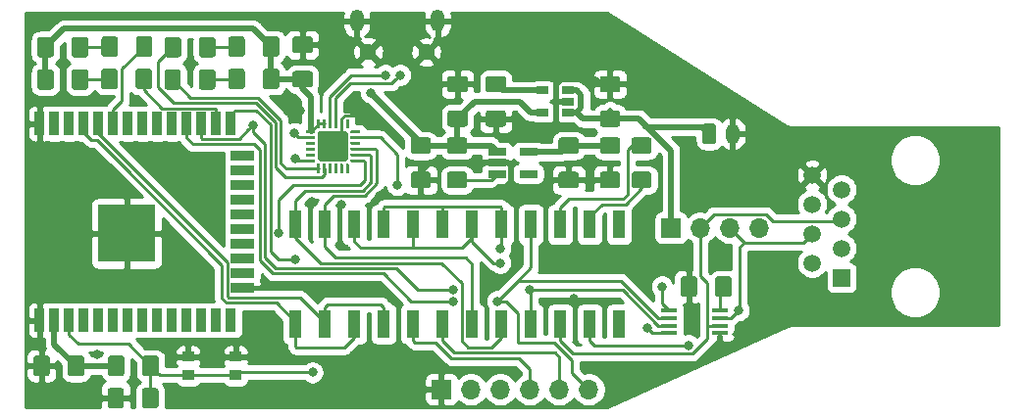
<source format=gbr>
G04 #@! TF.GenerationSoftware,KiCad,Pcbnew,5.1.5+dfsg1-2build2*
G04 #@! TF.CreationDate,2020-08-28T17:04:02+02:00*
G04 #@! TF.ProjectId,System Air,53797374-656d-4204-9169-722e6b696361,rev?*
G04 #@! TF.SameCoordinates,Original*
G04 #@! TF.FileFunction,Copper,L1,Top*
G04 #@! TF.FilePolarity,Positive*
%FSLAX46Y46*%
G04 Gerber Fmt 4.6, Leading zero omitted, Abs format (unit mm)*
G04 Created by KiCad (PCBNEW 5.1.5+dfsg1-2build2) date 2020-08-28 17:04:02*
%MOMM*%
%LPD*%
G04 APERTURE LIST*
%ADD10R,1.120000X2.440000*%
%ADD11C,0.100000*%
%ADD12R,1.500000X1.500000*%
%ADD13C,1.500000*%
%ADD14O,1.200000X1.900000*%
%ADD15C,1.450000*%
%ADD16O,1.200000X1.750000*%
%ADD17R,1.700000X1.700000*%
%ADD18O,1.700000X1.700000*%
%ADD19R,1.000000X0.900000*%
%ADD20R,5.000000X5.000000*%
%ADD21R,0.900000X2.000000*%
%ADD22R,2.000000X0.900000*%
%ADD23R,1.560000X0.650000*%
%ADD24R,1.450000X0.450000*%
%ADD25R,1.060000X0.650000*%
%ADD26C,0.800000*%
%ADD27C,0.500000*%
%ADD28C,0.250000*%
%ADD29C,0.254000*%
G04 APERTURE END LIST*
D10*
X120751600Y-96736200D03*
X148691600Y-105346200D03*
X123291600Y-96736200D03*
X146151600Y-105346200D03*
X125831600Y-96736200D03*
X143611600Y-105346200D03*
X128371600Y-96736200D03*
X141071600Y-105346200D03*
X130911600Y-96736200D03*
X138531600Y-105346200D03*
X133451600Y-96736200D03*
X135991600Y-105346200D03*
X135991600Y-96736200D03*
X133451600Y-105346200D03*
X138531600Y-96736200D03*
X130911600Y-105346200D03*
X141071600Y-96736200D03*
X128371600Y-105346200D03*
X143611600Y-96736200D03*
X125831600Y-105346200D03*
X146151600Y-96736200D03*
X123291600Y-105346200D03*
X148691600Y-96736200D03*
X120751600Y-105346200D03*
G04 #@! TA.AperFunction,SMDPad,CuDef*
D11*
G36*
X135397608Y-83896062D02*
G01*
X135421877Y-83899662D01*
X135445675Y-83905623D01*
X135468775Y-83913888D01*
X135490953Y-83924378D01*
X135511997Y-83936991D01*
X135531702Y-83951605D01*
X135549881Y-83968081D01*
X135566357Y-83986260D01*
X135580971Y-84005965D01*
X135593584Y-84027009D01*
X135604074Y-84049187D01*
X135612339Y-84072287D01*
X135618300Y-84096085D01*
X135621900Y-84120354D01*
X135623104Y-84144858D01*
X135623104Y-85069858D01*
X135621900Y-85094362D01*
X135618300Y-85118631D01*
X135612339Y-85142429D01*
X135604074Y-85165529D01*
X135593584Y-85187707D01*
X135580971Y-85208751D01*
X135566357Y-85228456D01*
X135549881Y-85246635D01*
X135531702Y-85263111D01*
X135511997Y-85277725D01*
X135490953Y-85290338D01*
X135468775Y-85300828D01*
X135445675Y-85309093D01*
X135421877Y-85315054D01*
X135397608Y-85318654D01*
X135373104Y-85319858D01*
X134123104Y-85319858D01*
X134098600Y-85318654D01*
X134074331Y-85315054D01*
X134050533Y-85309093D01*
X134027433Y-85300828D01*
X134005255Y-85290338D01*
X133984211Y-85277725D01*
X133964506Y-85263111D01*
X133946327Y-85246635D01*
X133929851Y-85228456D01*
X133915237Y-85208751D01*
X133902624Y-85187707D01*
X133892134Y-85165529D01*
X133883869Y-85142429D01*
X133877908Y-85118631D01*
X133874308Y-85094362D01*
X133873104Y-85069858D01*
X133873104Y-84144858D01*
X133874308Y-84120354D01*
X133877908Y-84096085D01*
X133883869Y-84072287D01*
X133892134Y-84049187D01*
X133902624Y-84027009D01*
X133915237Y-84005965D01*
X133929851Y-83986260D01*
X133946327Y-83968081D01*
X133964506Y-83951605D01*
X133984211Y-83936991D01*
X134005255Y-83924378D01*
X134027433Y-83913888D01*
X134050533Y-83905623D01*
X134074331Y-83899662D01*
X134098600Y-83896062D01*
X134123104Y-83894858D01*
X135373104Y-83894858D01*
X135397608Y-83896062D01*
G37*
G04 #@! TD.AperFunction*
G04 #@! TA.AperFunction,SMDPad,CuDef*
G36*
X135397608Y-86871062D02*
G01*
X135421877Y-86874662D01*
X135445675Y-86880623D01*
X135468775Y-86888888D01*
X135490953Y-86899378D01*
X135511997Y-86911991D01*
X135531702Y-86926605D01*
X135549881Y-86943081D01*
X135566357Y-86961260D01*
X135580971Y-86980965D01*
X135593584Y-87002009D01*
X135604074Y-87024187D01*
X135612339Y-87047287D01*
X135618300Y-87071085D01*
X135621900Y-87095354D01*
X135623104Y-87119858D01*
X135623104Y-88044858D01*
X135621900Y-88069362D01*
X135618300Y-88093631D01*
X135612339Y-88117429D01*
X135604074Y-88140529D01*
X135593584Y-88162707D01*
X135580971Y-88183751D01*
X135566357Y-88203456D01*
X135549881Y-88221635D01*
X135531702Y-88238111D01*
X135511997Y-88252725D01*
X135490953Y-88265338D01*
X135468775Y-88275828D01*
X135445675Y-88284093D01*
X135421877Y-88290054D01*
X135397608Y-88293654D01*
X135373104Y-88294858D01*
X134123104Y-88294858D01*
X134098600Y-88293654D01*
X134074331Y-88290054D01*
X134050533Y-88284093D01*
X134027433Y-88275828D01*
X134005255Y-88265338D01*
X133984211Y-88252725D01*
X133964506Y-88238111D01*
X133946327Y-88221635D01*
X133929851Y-88203456D01*
X133915237Y-88183751D01*
X133902624Y-88162707D01*
X133892134Y-88140529D01*
X133883869Y-88117429D01*
X133877908Y-88093631D01*
X133874308Y-88069362D01*
X133873104Y-88044858D01*
X133873104Y-87119858D01*
X133874308Y-87095354D01*
X133877908Y-87071085D01*
X133883869Y-87047287D01*
X133892134Y-87024187D01*
X133902624Y-87002009D01*
X133915237Y-86980965D01*
X133929851Y-86961260D01*
X133946327Y-86943081D01*
X133964506Y-86926605D01*
X133984211Y-86911991D01*
X134005255Y-86899378D01*
X134027433Y-86888888D01*
X134050533Y-86880623D01*
X134074331Y-86874662D01*
X134098600Y-86871062D01*
X134123104Y-86869858D01*
X135373104Y-86869858D01*
X135397608Y-86871062D01*
G37*
G04 #@! TD.AperFunction*
G04 #@! TA.AperFunction,SMDPad,CuDef*
G36*
X108705304Y-110886204D02*
G01*
X108729573Y-110889804D01*
X108753371Y-110895765D01*
X108776471Y-110904030D01*
X108798649Y-110914520D01*
X108819693Y-110927133D01*
X108839398Y-110941747D01*
X108857577Y-110958223D01*
X108874053Y-110976402D01*
X108888667Y-110996107D01*
X108901280Y-111017151D01*
X108911770Y-111039329D01*
X108920035Y-111062429D01*
X108925996Y-111086227D01*
X108929596Y-111110496D01*
X108930800Y-111135000D01*
X108930800Y-112385000D01*
X108929596Y-112409504D01*
X108925996Y-112433773D01*
X108920035Y-112457571D01*
X108911770Y-112480671D01*
X108901280Y-112502849D01*
X108888667Y-112523893D01*
X108874053Y-112543598D01*
X108857577Y-112561777D01*
X108839398Y-112578253D01*
X108819693Y-112592867D01*
X108798649Y-112605480D01*
X108776471Y-112615970D01*
X108753371Y-112624235D01*
X108729573Y-112630196D01*
X108705304Y-112633796D01*
X108680800Y-112635000D01*
X107755800Y-112635000D01*
X107731296Y-112633796D01*
X107707027Y-112630196D01*
X107683229Y-112624235D01*
X107660129Y-112615970D01*
X107637951Y-112605480D01*
X107616907Y-112592867D01*
X107597202Y-112578253D01*
X107579023Y-112561777D01*
X107562547Y-112543598D01*
X107547933Y-112523893D01*
X107535320Y-112502849D01*
X107524830Y-112480671D01*
X107516565Y-112457571D01*
X107510604Y-112433773D01*
X107507004Y-112409504D01*
X107505800Y-112385000D01*
X107505800Y-111135000D01*
X107507004Y-111110496D01*
X107510604Y-111086227D01*
X107516565Y-111062429D01*
X107524830Y-111039329D01*
X107535320Y-111017151D01*
X107547933Y-110996107D01*
X107562547Y-110976402D01*
X107579023Y-110958223D01*
X107597202Y-110941747D01*
X107616907Y-110927133D01*
X107637951Y-110914520D01*
X107660129Y-110904030D01*
X107683229Y-110895765D01*
X107707027Y-110889804D01*
X107731296Y-110886204D01*
X107755800Y-110885000D01*
X108680800Y-110885000D01*
X108705304Y-110886204D01*
G37*
G04 #@! TD.AperFunction*
G04 #@! TA.AperFunction,SMDPad,CuDef*
G36*
X105730304Y-110886204D02*
G01*
X105754573Y-110889804D01*
X105778371Y-110895765D01*
X105801471Y-110904030D01*
X105823649Y-110914520D01*
X105844693Y-110927133D01*
X105864398Y-110941747D01*
X105882577Y-110958223D01*
X105899053Y-110976402D01*
X105913667Y-110996107D01*
X105926280Y-111017151D01*
X105936770Y-111039329D01*
X105945035Y-111062429D01*
X105950996Y-111086227D01*
X105954596Y-111110496D01*
X105955800Y-111135000D01*
X105955800Y-112385000D01*
X105954596Y-112409504D01*
X105950996Y-112433773D01*
X105945035Y-112457571D01*
X105936770Y-112480671D01*
X105926280Y-112502849D01*
X105913667Y-112523893D01*
X105899053Y-112543598D01*
X105882577Y-112561777D01*
X105864398Y-112578253D01*
X105844693Y-112592867D01*
X105823649Y-112605480D01*
X105801471Y-112615970D01*
X105778371Y-112624235D01*
X105754573Y-112630196D01*
X105730304Y-112633796D01*
X105705800Y-112635000D01*
X104780800Y-112635000D01*
X104756296Y-112633796D01*
X104732027Y-112630196D01*
X104708229Y-112624235D01*
X104685129Y-112615970D01*
X104662951Y-112605480D01*
X104641907Y-112592867D01*
X104622202Y-112578253D01*
X104604023Y-112561777D01*
X104587547Y-112543598D01*
X104572933Y-112523893D01*
X104560320Y-112502849D01*
X104549830Y-112480671D01*
X104541565Y-112457571D01*
X104535604Y-112433773D01*
X104532004Y-112409504D01*
X104530800Y-112385000D01*
X104530800Y-111135000D01*
X104532004Y-111110496D01*
X104535604Y-111086227D01*
X104541565Y-111062429D01*
X104549830Y-111039329D01*
X104560320Y-111017151D01*
X104572933Y-110996107D01*
X104587547Y-110976402D01*
X104604023Y-110958223D01*
X104622202Y-110941747D01*
X104641907Y-110927133D01*
X104662951Y-110914520D01*
X104685129Y-110904030D01*
X104708229Y-110895765D01*
X104732027Y-110889804D01*
X104756296Y-110886204D01*
X104780800Y-110885000D01*
X105705800Y-110885000D01*
X105730304Y-110886204D01*
G37*
G04 #@! TD.AperFunction*
G04 #@! TA.AperFunction,SMDPad,CuDef*
G36*
X144993366Y-92184208D02*
G01*
X145017635Y-92187808D01*
X145041433Y-92193769D01*
X145064533Y-92202034D01*
X145086711Y-92212524D01*
X145107755Y-92225137D01*
X145127460Y-92239751D01*
X145145639Y-92256227D01*
X145162115Y-92274406D01*
X145176729Y-92294111D01*
X145189342Y-92315155D01*
X145199832Y-92337333D01*
X145208097Y-92360433D01*
X145214058Y-92384231D01*
X145217658Y-92408500D01*
X145218862Y-92433004D01*
X145218862Y-93358004D01*
X145217658Y-93382508D01*
X145214058Y-93406777D01*
X145208097Y-93430575D01*
X145199832Y-93453675D01*
X145189342Y-93475853D01*
X145176729Y-93496897D01*
X145162115Y-93516602D01*
X145145639Y-93534781D01*
X145127460Y-93551257D01*
X145107755Y-93565871D01*
X145086711Y-93578484D01*
X145064533Y-93588974D01*
X145041433Y-93597239D01*
X145017635Y-93603200D01*
X144993366Y-93606800D01*
X144968862Y-93608004D01*
X143718862Y-93608004D01*
X143694358Y-93606800D01*
X143670089Y-93603200D01*
X143646291Y-93597239D01*
X143623191Y-93588974D01*
X143601013Y-93578484D01*
X143579969Y-93565871D01*
X143560264Y-93551257D01*
X143542085Y-93534781D01*
X143525609Y-93516602D01*
X143510995Y-93496897D01*
X143498382Y-93475853D01*
X143487892Y-93453675D01*
X143479627Y-93430575D01*
X143473666Y-93406777D01*
X143470066Y-93382508D01*
X143468862Y-93358004D01*
X143468862Y-92433004D01*
X143470066Y-92408500D01*
X143473666Y-92384231D01*
X143479627Y-92360433D01*
X143487892Y-92337333D01*
X143498382Y-92315155D01*
X143510995Y-92294111D01*
X143525609Y-92274406D01*
X143542085Y-92256227D01*
X143560264Y-92239751D01*
X143579969Y-92225137D01*
X143601013Y-92212524D01*
X143623191Y-92202034D01*
X143646291Y-92193769D01*
X143670089Y-92187808D01*
X143694358Y-92184208D01*
X143718862Y-92183004D01*
X144968862Y-92183004D01*
X144993366Y-92184208D01*
G37*
G04 #@! TD.AperFunction*
G04 #@! TA.AperFunction,SMDPad,CuDef*
G36*
X144993366Y-89209208D02*
G01*
X145017635Y-89212808D01*
X145041433Y-89218769D01*
X145064533Y-89227034D01*
X145086711Y-89237524D01*
X145107755Y-89250137D01*
X145127460Y-89264751D01*
X145145639Y-89281227D01*
X145162115Y-89299406D01*
X145176729Y-89319111D01*
X145189342Y-89340155D01*
X145199832Y-89362333D01*
X145208097Y-89385433D01*
X145214058Y-89409231D01*
X145217658Y-89433500D01*
X145218862Y-89458004D01*
X145218862Y-90383004D01*
X145217658Y-90407508D01*
X145214058Y-90431777D01*
X145208097Y-90455575D01*
X145199832Y-90478675D01*
X145189342Y-90500853D01*
X145176729Y-90521897D01*
X145162115Y-90541602D01*
X145145639Y-90559781D01*
X145127460Y-90576257D01*
X145107755Y-90590871D01*
X145086711Y-90603484D01*
X145064533Y-90613974D01*
X145041433Y-90622239D01*
X145017635Y-90628200D01*
X144993366Y-90631800D01*
X144968862Y-90633004D01*
X143718862Y-90633004D01*
X143694358Y-90631800D01*
X143670089Y-90628200D01*
X143646291Y-90622239D01*
X143623191Y-90613974D01*
X143601013Y-90603484D01*
X143579969Y-90590871D01*
X143560264Y-90576257D01*
X143542085Y-90559781D01*
X143525609Y-90541602D01*
X143510995Y-90521897D01*
X143498382Y-90500853D01*
X143487892Y-90478675D01*
X143479627Y-90455575D01*
X143473666Y-90431777D01*
X143470066Y-90407508D01*
X143468862Y-90383004D01*
X143468862Y-89458004D01*
X143470066Y-89433500D01*
X143473666Y-89409231D01*
X143479627Y-89385433D01*
X143487892Y-89362333D01*
X143498382Y-89340155D01*
X143510995Y-89319111D01*
X143525609Y-89299406D01*
X143542085Y-89281227D01*
X143560264Y-89264751D01*
X143579969Y-89250137D01*
X143601013Y-89237524D01*
X143623191Y-89227034D01*
X143646291Y-89218769D01*
X143670089Y-89212808D01*
X143694358Y-89209208D01*
X143718862Y-89208004D01*
X144968862Y-89208004D01*
X144993366Y-89209208D01*
G37*
G04 #@! TD.AperFunction*
G04 #@! TA.AperFunction,SMDPad,CuDef*
G36*
X148554366Y-89209208D02*
G01*
X148578635Y-89212808D01*
X148602433Y-89218769D01*
X148625533Y-89227034D01*
X148647711Y-89237524D01*
X148668755Y-89250137D01*
X148688460Y-89264751D01*
X148706639Y-89281227D01*
X148723115Y-89299406D01*
X148737729Y-89319111D01*
X148750342Y-89340155D01*
X148760832Y-89362333D01*
X148769097Y-89385433D01*
X148775058Y-89409231D01*
X148778658Y-89433500D01*
X148779862Y-89458004D01*
X148779862Y-90383004D01*
X148778658Y-90407508D01*
X148775058Y-90431777D01*
X148769097Y-90455575D01*
X148760832Y-90478675D01*
X148750342Y-90500853D01*
X148737729Y-90521897D01*
X148723115Y-90541602D01*
X148706639Y-90559781D01*
X148688460Y-90576257D01*
X148668755Y-90590871D01*
X148647711Y-90603484D01*
X148625533Y-90613974D01*
X148602433Y-90622239D01*
X148578635Y-90628200D01*
X148554366Y-90631800D01*
X148529862Y-90633004D01*
X147279862Y-90633004D01*
X147255358Y-90631800D01*
X147231089Y-90628200D01*
X147207291Y-90622239D01*
X147184191Y-90613974D01*
X147162013Y-90603484D01*
X147140969Y-90590871D01*
X147121264Y-90576257D01*
X147103085Y-90559781D01*
X147086609Y-90541602D01*
X147071995Y-90521897D01*
X147059382Y-90500853D01*
X147048892Y-90478675D01*
X147040627Y-90455575D01*
X147034666Y-90431777D01*
X147031066Y-90407508D01*
X147029862Y-90383004D01*
X147029862Y-89458004D01*
X147031066Y-89433500D01*
X147034666Y-89409231D01*
X147040627Y-89385433D01*
X147048892Y-89362333D01*
X147059382Y-89340155D01*
X147071995Y-89319111D01*
X147086609Y-89299406D01*
X147103085Y-89281227D01*
X147121264Y-89264751D01*
X147140969Y-89250137D01*
X147162013Y-89237524D01*
X147184191Y-89227034D01*
X147207291Y-89218769D01*
X147231089Y-89212808D01*
X147255358Y-89209208D01*
X147279862Y-89208004D01*
X148529862Y-89208004D01*
X148554366Y-89209208D01*
G37*
G04 #@! TD.AperFunction*
G04 #@! TA.AperFunction,SMDPad,CuDef*
G36*
X148554366Y-92184208D02*
G01*
X148578635Y-92187808D01*
X148602433Y-92193769D01*
X148625533Y-92202034D01*
X148647711Y-92212524D01*
X148668755Y-92225137D01*
X148688460Y-92239751D01*
X148706639Y-92256227D01*
X148723115Y-92274406D01*
X148737729Y-92294111D01*
X148750342Y-92315155D01*
X148760832Y-92337333D01*
X148769097Y-92360433D01*
X148775058Y-92384231D01*
X148778658Y-92408500D01*
X148779862Y-92433004D01*
X148779862Y-93358004D01*
X148778658Y-93382508D01*
X148775058Y-93406777D01*
X148769097Y-93430575D01*
X148760832Y-93453675D01*
X148750342Y-93475853D01*
X148737729Y-93496897D01*
X148723115Y-93516602D01*
X148706639Y-93534781D01*
X148688460Y-93551257D01*
X148668755Y-93565871D01*
X148647711Y-93578484D01*
X148625533Y-93588974D01*
X148602433Y-93597239D01*
X148578635Y-93603200D01*
X148554366Y-93606800D01*
X148529862Y-93608004D01*
X147279862Y-93608004D01*
X147255358Y-93606800D01*
X147231089Y-93603200D01*
X147207291Y-93597239D01*
X147184191Y-93588974D01*
X147162013Y-93578484D01*
X147140969Y-93565871D01*
X147121264Y-93551257D01*
X147103085Y-93534781D01*
X147086609Y-93516602D01*
X147071995Y-93496897D01*
X147059382Y-93475853D01*
X147048892Y-93453675D01*
X147040627Y-93430575D01*
X147034666Y-93406777D01*
X147031066Y-93382508D01*
X147029862Y-93358004D01*
X147029862Y-92433004D01*
X147031066Y-92408500D01*
X147034666Y-92384231D01*
X147040627Y-92360433D01*
X147048892Y-92337333D01*
X147059382Y-92315155D01*
X147071995Y-92294111D01*
X147086609Y-92274406D01*
X147103085Y-92256227D01*
X147121264Y-92239751D01*
X147140969Y-92225137D01*
X147162013Y-92212524D01*
X147184191Y-92202034D01*
X147207291Y-92193769D01*
X147231089Y-92187808D01*
X147255358Y-92184208D01*
X147279862Y-92183004D01*
X148529862Y-92183004D01*
X148554366Y-92184208D01*
G37*
G04 #@! TD.AperFunction*
G04 #@! TA.AperFunction,SMDPad,CuDef*
G36*
X102304504Y-108092204D02*
G01*
X102328773Y-108095804D01*
X102352571Y-108101765D01*
X102375671Y-108110030D01*
X102397849Y-108120520D01*
X102418893Y-108133133D01*
X102438598Y-108147747D01*
X102456777Y-108164223D01*
X102473253Y-108182402D01*
X102487867Y-108202107D01*
X102500480Y-108223151D01*
X102510970Y-108245329D01*
X102519235Y-108268429D01*
X102525196Y-108292227D01*
X102528796Y-108316496D01*
X102530000Y-108341000D01*
X102530000Y-109591000D01*
X102528796Y-109615504D01*
X102525196Y-109639773D01*
X102519235Y-109663571D01*
X102510970Y-109686671D01*
X102500480Y-109708849D01*
X102487867Y-109729893D01*
X102473253Y-109749598D01*
X102456777Y-109767777D01*
X102438598Y-109784253D01*
X102418893Y-109798867D01*
X102397849Y-109811480D01*
X102375671Y-109821970D01*
X102352571Y-109830235D01*
X102328773Y-109836196D01*
X102304504Y-109839796D01*
X102280000Y-109841000D01*
X101355000Y-109841000D01*
X101330496Y-109839796D01*
X101306227Y-109836196D01*
X101282429Y-109830235D01*
X101259329Y-109821970D01*
X101237151Y-109811480D01*
X101216107Y-109798867D01*
X101196402Y-109784253D01*
X101178223Y-109767777D01*
X101161747Y-109749598D01*
X101147133Y-109729893D01*
X101134520Y-109708849D01*
X101124030Y-109686671D01*
X101115765Y-109663571D01*
X101109804Y-109639773D01*
X101106204Y-109615504D01*
X101105000Y-109591000D01*
X101105000Y-108341000D01*
X101106204Y-108316496D01*
X101109804Y-108292227D01*
X101115765Y-108268429D01*
X101124030Y-108245329D01*
X101134520Y-108223151D01*
X101147133Y-108202107D01*
X101161747Y-108182402D01*
X101178223Y-108164223D01*
X101196402Y-108147747D01*
X101216107Y-108133133D01*
X101237151Y-108120520D01*
X101259329Y-108110030D01*
X101282429Y-108101765D01*
X101306227Y-108095804D01*
X101330496Y-108092204D01*
X101355000Y-108091000D01*
X102280000Y-108091000D01*
X102304504Y-108092204D01*
G37*
G04 #@! TD.AperFunction*
G04 #@! TA.AperFunction,SMDPad,CuDef*
G36*
X99329504Y-108092204D02*
G01*
X99353773Y-108095804D01*
X99377571Y-108101765D01*
X99400671Y-108110030D01*
X99422849Y-108120520D01*
X99443893Y-108133133D01*
X99463598Y-108147747D01*
X99481777Y-108164223D01*
X99498253Y-108182402D01*
X99512867Y-108202107D01*
X99525480Y-108223151D01*
X99535970Y-108245329D01*
X99544235Y-108268429D01*
X99550196Y-108292227D01*
X99553796Y-108316496D01*
X99555000Y-108341000D01*
X99555000Y-109591000D01*
X99553796Y-109615504D01*
X99550196Y-109639773D01*
X99544235Y-109663571D01*
X99535970Y-109686671D01*
X99525480Y-109708849D01*
X99512867Y-109729893D01*
X99498253Y-109749598D01*
X99481777Y-109767777D01*
X99463598Y-109784253D01*
X99443893Y-109798867D01*
X99422849Y-109811480D01*
X99400671Y-109821970D01*
X99377571Y-109830235D01*
X99353773Y-109836196D01*
X99329504Y-109839796D01*
X99305000Y-109841000D01*
X98380000Y-109841000D01*
X98355496Y-109839796D01*
X98331227Y-109836196D01*
X98307429Y-109830235D01*
X98284329Y-109821970D01*
X98262151Y-109811480D01*
X98241107Y-109798867D01*
X98221402Y-109784253D01*
X98203223Y-109767777D01*
X98186747Y-109749598D01*
X98172133Y-109729893D01*
X98159520Y-109708849D01*
X98149030Y-109686671D01*
X98140765Y-109663571D01*
X98134804Y-109639773D01*
X98131204Y-109615504D01*
X98130000Y-109591000D01*
X98130000Y-108341000D01*
X98131204Y-108316496D01*
X98134804Y-108292227D01*
X98140765Y-108268429D01*
X98149030Y-108245329D01*
X98159520Y-108223151D01*
X98172133Y-108202107D01*
X98186747Y-108182402D01*
X98203223Y-108164223D01*
X98221402Y-108147747D01*
X98241107Y-108133133D01*
X98262151Y-108120520D01*
X98284329Y-108110030D01*
X98307429Y-108101765D01*
X98331227Y-108095804D01*
X98355496Y-108092204D01*
X98380000Y-108091000D01*
X99305000Y-108091000D01*
X99329504Y-108092204D01*
G37*
G04 #@! TD.AperFunction*
G04 #@! TA.AperFunction,SMDPad,CuDef*
G36*
X148554366Y-83896062D02*
G01*
X148578635Y-83899662D01*
X148602433Y-83905623D01*
X148625533Y-83913888D01*
X148647711Y-83924378D01*
X148668755Y-83936991D01*
X148688460Y-83951605D01*
X148706639Y-83968081D01*
X148723115Y-83986260D01*
X148737729Y-84005965D01*
X148750342Y-84027009D01*
X148760832Y-84049187D01*
X148769097Y-84072287D01*
X148775058Y-84096085D01*
X148778658Y-84120354D01*
X148779862Y-84144858D01*
X148779862Y-85069858D01*
X148778658Y-85094362D01*
X148775058Y-85118631D01*
X148769097Y-85142429D01*
X148760832Y-85165529D01*
X148750342Y-85187707D01*
X148737729Y-85208751D01*
X148723115Y-85228456D01*
X148706639Y-85246635D01*
X148688460Y-85263111D01*
X148668755Y-85277725D01*
X148647711Y-85290338D01*
X148625533Y-85300828D01*
X148602433Y-85309093D01*
X148578635Y-85315054D01*
X148554366Y-85318654D01*
X148529862Y-85319858D01*
X147279862Y-85319858D01*
X147255358Y-85318654D01*
X147231089Y-85315054D01*
X147207291Y-85309093D01*
X147184191Y-85300828D01*
X147162013Y-85290338D01*
X147140969Y-85277725D01*
X147121264Y-85263111D01*
X147103085Y-85246635D01*
X147086609Y-85228456D01*
X147071995Y-85208751D01*
X147059382Y-85187707D01*
X147048892Y-85165529D01*
X147040627Y-85142429D01*
X147034666Y-85118631D01*
X147031066Y-85094362D01*
X147029862Y-85069858D01*
X147029862Y-84144858D01*
X147031066Y-84120354D01*
X147034666Y-84096085D01*
X147040627Y-84072287D01*
X147048892Y-84049187D01*
X147059382Y-84027009D01*
X147071995Y-84005965D01*
X147086609Y-83986260D01*
X147103085Y-83968081D01*
X147121264Y-83951605D01*
X147140969Y-83936991D01*
X147162013Y-83924378D01*
X147184191Y-83913888D01*
X147207291Y-83905623D01*
X147231089Y-83899662D01*
X147255358Y-83896062D01*
X147279862Y-83894858D01*
X148529862Y-83894858D01*
X148554366Y-83896062D01*
G37*
G04 #@! TD.AperFunction*
G04 #@! TA.AperFunction,SMDPad,CuDef*
G36*
X148554366Y-86871062D02*
G01*
X148578635Y-86874662D01*
X148602433Y-86880623D01*
X148625533Y-86888888D01*
X148647711Y-86899378D01*
X148668755Y-86911991D01*
X148688460Y-86926605D01*
X148706639Y-86943081D01*
X148723115Y-86961260D01*
X148737729Y-86980965D01*
X148750342Y-87002009D01*
X148760832Y-87024187D01*
X148769097Y-87047287D01*
X148775058Y-87071085D01*
X148778658Y-87095354D01*
X148779862Y-87119858D01*
X148779862Y-88044858D01*
X148778658Y-88069362D01*
X148775058Y-88093631D01*
X148769097Y-88117429D01*
X148760832Y-88140529D01*
X148750342Y-88162707D01*
X148737729Y-88183751D01*
X148723115Y-88203456D01*
X148706639Y-88221635D01*
X148688460Y-88238111D01*
X148668755Y-88252725D01*
X148647711Y-88265338D01*
X148625533Y-88275828D01*
X148602433Y-88284093D01*
X148578635Y-88290054D01*
X148554366Y-88293654D01*
X148529862Y-88294858D01*
X147279862Y-88294858D01*
X147255358Y-88293654D01*
X147231089Y-88290054D01*
X147207291Y-88284093D01*
X147184191Y-88275828D01*
X147162013Y-88265338D01*
X147140969Y-88252725D01*
X147121264Y-88238111D01*
X147103085Y-88221635D01*
X147086609Y-88203456D01*
X147071995Y-88183751D01*
X147059382Y-88162707D01*
X147048892Y-88140529D01*
X147040627Y-88117429D01*
X147034666Y-88093631D01*
X147031066Y-88069362D01*
X147029862Y-88044858D01*
X147029862Y-87119858D01*
X147031066Y-87095354D01*
X147034666Y-87071085D01*
X147040627Y-87047287D01*
X147048892Y-87024187D01*
X147059382Y-87002009D01*
X147071995Y-86980965D01*
X147086609Y-86961260D01*
X147103085Y-86943081D01*
X147121264Y-86926605D01*
X147140969Y-86911991D01*
X147162013Y-86899378D01*
X147184191Y-86888888D01*
X147207291Y-86880623D01*
X147231089Y-86874662D01*
X147255358Y-86871062D01*
X147279862Y-86869858D01*
X148529862Y-86869858D01*
X148554366Y-86871062D01*
G37*
G04 #@! TD.AperFunction*
G04 #@! TA.AperFunction,SMDPad,CuDef*
G36*
X122011904Y-80488204D02*
G01*
X122036173Y-80491804D01*
X122059971Y-80497765D01*
X122083071Y-80506030D01*
X122105249Y-80516520D01*
X122126293Y-80529133D01*
X122145998Y-80543747D01*
X122164177Y-80560223D01*
X122180653Y-80578402D01*
X122195267Y-80598107D01*
X122207880Y-80619151D01*
X122218370Y-80641329D01*
X122226635Y-80664429D01*
X122232596Y-80688227D01*
X122236196Y-80712496D01*
X122237400Y-80737000D01*
X122237400Y-81662000D01*
X122236196Y-81686504D01*
X122232596Y-81710773D01*
X122226635Y-81734571D01*
X122218370Y-81757671D01*
X122207880Y-81779849D01*
X122195267Y-81800893D01*
X122180653Y-81820598D01*
X122164177Y-81838777D01*
X122145998Y-81855253D01*
X122126293Y-81869867D01*
X122105249Y-81882480D01*
X122083071Y-81892970D01*
X122059971Y-81901235D01*
X122036173Y-81907196D01*
X122011904Y-81910796D01*
X121987400Y-81912000D01*
X120737400Y-81912000D01*
X120712896Y-81910796D01*
X120688627Y-81907196D01*
X120664829Y-81901235D01*
X120641729Y-81892970D01*
X120619551Y-81882480D01*
X120598507Y-81869867D01*
X120578802Y-81855253D01*
X120560623Y-81838777D01*
X120544147Y-81820598D01*
X120529533Y-81800893D01*
X120516920Y-81779849D01*
X120506430Y-81757671D01*
X120498165Y-81734571D01*
X120492204Y-81710773D01*
X120488604Y-81686504D01*
X120487400Y-81662000D01*
X120487400Y-80737000D01*
X120488604Y-80712496D01*
X120492204Y-80688227D01*
X120498165Y-80664429D01*
X120506430Y-80641329D01*
X120516920Y-80619151D01*
X120529533Y-80598107D01*
X120544147Y-80578402D01*
X120560623Y-80560223D01*
X120578802Y-80543747D01*
X120598507Y-80529133D01*
X120619551Y-80516520D01*
X120641729Y-80506030D01*
X120664829Y-80497765D01*
X120688627Y-80491804D01*
X120712896Y-80488204D01*
X120737400Y-80487000D01*
X121987400Y-80487000D01*
X122011904Y-80488204D01*
G37*
G04 #@! TD.AperFunction*
G04 #@! TA.AperFunction,SMDPad,CuDef*
G36*
X122011904Y-83463204D02*
G01*
X122036173Y-83466804D01*
X122059971Y-83472765D01*
X122083071Y-83481030D01*
X122105249Y-83491520D01*
X122126293Y-83504133D01*
X122145998Y-83518747D01*
X122164177Y-83535223D01*
X122180653Y-83553402D01*
X122195267Y-83573107D01*
X122207880Y-83594151D01*
X122218370Y-83616329D01*
X122226635Y-83639429D01*
X122232596Y-83663227D01*
X122236196Y-83687496D01*
X122237400Y-83712000D01*
X122237400Y-84637000D01*
X122236196Y-84661504D01*
X122232596Y-84685773D01*
X122226635Y-84709571D01*
X122218370Y-84732671D01*
X122207880Y-84754849D01*
X122195267Y-84775893D01*
X122180653Y-84795598D01*
X122164177Y-84813777D01*
X122145998Y-84830253D01*
X122126293Y-84844867D01*
X122105249Y-84857480D01*
X122083071Y-84867970D01*
X122059971Y-84876235D01*
X122036173Y-84882196D01*
X122011904Y-84885796D01*
X121987400Y-84887000D01*
X120737400Y-84887000D01*
X120712896Y-84885796D01*
X120688627Y-84882196D01*
X120664829Y-84876235D01*
X120641729Y-84867970D01*
X120619551Y-84857480D01*
X120598507Y-84844867D01*
X120578802Y-84830253D01*
X120560623Y-84813777D01*
X120544147Y-84795598D01*
X120529533Y-84775893D01*
X120516920Y-84754849D01*
X120506430Y-84732671D01*
X120498165Y-84709571D01*
X120492204Y-84685773D01*
X120488604Y-84661504D01*
X120487400Y-84637000D01*
X120487400Y-83712000D01*
X120488604Y-83687496D01*
X120492204Y-83663227D01*
X120498165Y-83639429D01*
X120506430Y-83616329D01*
X120516920Y-83594151D01*
X120529533Y-83573107D01*
X120544147Y-83553402D01*
X120560623Y-83535223D01*
X120578802Y-83518747D01*
X120598507Y-83504133D01*
X120619551Y-83491520D01*
X120641729Y-83481030D01*
X120664829Y-83472765D01*
X120688627Y-83466804D01*
X120712896Y-83463204D01*
X120737400Y-83462000D01*
X121987400Y-83462000D01*
X122011904Y-83463204D01*
G37*
G04 #@! TD.AperFunction*
G04 #@! TA.AperFunction,SMDPad,CuDef*
G36*
X155209504Y-101234204D02*
G01*
X155233773Y-101237804D01*
X155257571Y-101243765D01*
X155280671Y-101252030D01*
X155302849Y-101262520D01*
X155323893Y-101275133D01*
X155343598Y-101289747D01*
X155361777Y-101306223D01*
X155378253Y-101324402D01*
X155392867Y-101344107D01*
X155405480Y-101365151D01*
X155415970Y-101387329D01*
X155424235Y-101410429D01*
X155430196Y-101434227D01*
X155433796Y-101458496D01*
X155435000Y-101483000D01*
X155435000Y-102733000D01*
X155433796Y-102757504D01*
X155430196Y-102781773D01*
X155424235Y-102805571D01*
X155415970Y-102828671D01*
X155405480Y-102850849D01*
X155392867Y-102871893D01*
X155378253Y-102891598D01*
X155361777Y-102909777D01*
X155343598Y-102926253D01*
X155323893Y-102940867D01*
X155302849Y-102953480D01*
X155280671Y-102963970D01*
X155257571Y-102972235D01*
X155233773Y-102978196D01*
X155209504Y-102981796D01*
X155185000Y-102983000D01*
X154260000Y-102983000D01*
X154235496Y-102981796D01*
X154211227Y-102978196D01*
X154187429Y-102972235D01*
X154164329Y-102963970D01*
X154142151Y-102953480D01*
X154121107Y-102940867D01*
X154101402Y-102926253D01*
X154083223Y-102909777D01*
X154066747Y-102891598D01*
X154052133Y-102871893D01*
X154039520Y-102850849D01*
X154029030Y-102828671D01*
X154020765Y-102805571D01*
X154014804Y-102781773D01*
X154011204Y-102757504D01*
X154010000Y-102733000D01*
X154010000Y-101483000D01*
X154011204Y-101458496D01*
X154014804Y-101434227D01*
X154020765Y-101410429D01*
X154029030Y-101387329D01*
X154039520Y-101365151D01*
X154052133Y-101344107D01*
X154066747Y-101324402D01*
X154083223Y-101306223D01*
X154101402Y-101289747D01*
X154121107Y-101275133D01*
X154142151Y-101262520D01*
X154164329Y-101252030D01*
X154187429Y-101243765D01*
X154211227Y-101237804D01*
X154235496Y-101234204D01*
X154260000Y-101233000D01*
X155185000Y-101233000D01*
X155209504Y-101234204D01*
G37*
G04 #@! TD.AperFunction*
G04 #@! TA.AperFunction,SMDPad,CuDef*
G36*
X158184504Y-101234204D02*
G01*
X158208773Y-101237804D01*
X158232571Y-101243765D01*
X158255671Y-101252030D01*
X158277849Y-101262520D01*
X158298893Y-101275133D01*
X158318598Y-101289747D01*
X158336777Y-101306223D01*
X158353253Y-101324402D01*
X158367867Y-101344107D01*
X158380480Y-101365151D01*
X158390970Y-101387329D01*
X158399235Y-101410429D01*
X158405196Y-101434227D01*
X158408796Y-101458496D01*
X158410000Y-101483000D01*
X158410000Y-102733000D01*
X158408796Y-102757504D01*
X158405196Y-102781773D01*
X158399235Y-102805571D01*
X158390970Y-102828671D01*
X158380480Y-102850849D01*
X158367867Y-102871893D01*
X158353253Y-102891598D01*
X158336777Y-102909777D01*
X158318598Y-102926253D01*
X158298893Y-102940867D01*
X158277849Y-102953480D01*
X158255671Y-102963970D01*
X158232571Y-102972235D01*
X158208773Y-102978196D01*
X158184504Y-102981796D01*
X158160000Y-102983000D01*
X157235000Y-102983000D01*
X157210496Y-102981796D01*
X157186227Y-102978196D01*
X157162429Y-102972235D01*
X157139329Y-102963970D01*
X157117151Y-102953480D01*
X157096107Y-102940867D01*
X157076402Y-102926253D01*
X157058223Y-102909777D01*
X157041747Y-102891598D01*
X157027133Y-102871893D01*
X157014520Y-102850849D01*
X157004030Y-102828671D01*
X156995765Y-102805571D01*
X156989804Y-102781773D01*
X156986204Y-102757504D01*
X156985000Y-102733000D01*
X156985000Y-101483000D01*
X156986204Y-101458496D01*
X156989804Y-101434227D01*
X156995765Y-101410429D01*
X157004030Y-101387329D01*
X157014520Y-101365151D01*
X157027133Y-101344107D01*
X157041747Y-101324402D01*
X157058223Y-101306223D01*
X157076402Y-101289747D01*
X157096107Y-101275133D01*
X157117151Y-101262520D01*
X157139329Y-101252030D01*
X157162429Y-101243765D01*
X157186227Y-101237804D01*
X157210496Y-101234204D01*
X157235000Y-101233000D01*
X158160000Y-101233000D01*
X158184504Y-101234204D01*
G37*
G04 #@! TD.AperFunction*
G04 #@! TA.AperFunction,SMDPad,CuDef*
G36*
X138699608Y-83896062D02*
G01*
X138723877Y-83899662D01*
X138747675Y-83905623D01*
X138770775Y-83913888D01*
X138792953Y-83924378D01*
X138813997Y-83936991D01*
X138833702Y-83951605D01*
X138851881Y-83968081D01*
X138868357Y-83986260D01*
X138882971Y-84005965D01*
X138895584Y-84027009D01*
X138906074Y-84049187D01*
X138914339Y-84072287D01*
X138920300Y-84096085D01*
X138923900Y-84120354D01*
X138925104Y-84144858D01*
X138925104Y-85069858D01*
X138923900Y-85094362D01*
X138920300Y-85118631D01*
X138914339Y-85142429D01*
X138906074Y-85165529D01*
X138895584Y-85187707D01*
X138882971Y-85208751D01*
X138868357Y-85228456D01*
X138851881Y-85246635D01*
X138833702Y-85263111D01*
X138813997Y-85277725D01*
X138792953Y-85290338D01*
X138770775Y-85300828D01*
X138747675Y-85309093D01*
X138723877Y-85315054D01*
X138699608Y-85318654D01*
X138675104Y-85319858D01*
X137425104Y-85319858D01*
X137400600Y-85318654D01*
X137376331Y-85315054D01*
X137352533Y-85309093D01*
X137329433Y-85300828D01*
X137307255Y-85290338D01*
X137286211Y-85277725D01*
X137266506Y-85263111D01*
X137248327Y-85246635D01*
X137231851Y-85228456D01*
X137217237Y-85208751D01*
X137204624Y-85187707D01*
X137194134Y-85165529D01*
X137185869Y-85142429D01*
X137179908Y-85118631D01*
X137176308Y-85094362D01*
X137175104Y-85069858D01*
X137175104Y-84144858D01*
X137176308Y-84120354D01*
X137179908Y-84096085D01*
X137185869Y-84072287D01*
X137194134Y-84049187D01*
X137204624Y-84027009D01*
X137217237Y-84005965D01*
X137231851Y-83986260D01*
X137248327Y-83968081D01*
X137266506Y-83951605D01*
X137286211Y-83936991D01*
X137307255Y-83924378D01*
X137329433Y-83913888D01*
X137352533Y-83905623D01*
X137376331Y-83899662D01*
X137400600Y-83896062D01*
X137425104Y-83894858D01*
X138675104Y-83894858D01*
X138699608Y-83896062D01*
G37*
G04 #@! TD.AperFunction*
G04 #@! TA.AperFunction,SMDPad,CuDef*
G36*
X138699608Y-86871062D02*
G01*
X138723877Y-86874662D01*
X138747675Y-86880623D01*
X138770775Y-86888888D01*
X138792953Y-86899378D01*
X138813997Y-86911991D01*
X138833702Y-86926605D01*
X138851881Y-86943081D01*
X138868357Y-86961260D01*
X138882971Y-86980965D01*
X138895584Y-87002009D01*
X138906074Y-87024187D01*
X138914339Y-87047287D01*
X138920300Y-87071085D01*
X138923900Y-87095354D01*
X138925104Y-87119858D01*
X138925104Y-88044858D01*
X138923900Y-88069362D01*
X138920300Y-88093631D01*
X138914339Y-88117429D01*
X138906074Y-88140529D01*
X138895584Y-88162707D01*
X138882971Y-88183751D01*
X138868357Y-88203456D01*
X138851881Y-88221635D01*
X138833702Y-88238111D01*
X138813997Y-88252725D01*
X138792953Y-88265338D01*
X138770775Y-88275828D01*
X138747675Y-88284093D01*
X138723877Y-88290054D01*
X138699608Y-88293654D01*
X138675104Y-88294858D01*
X137425104Y-88294858D01*
X137400600Y-88293654D01*
X137376331Y-88290054D01*
X137352533Y-88284093D01*
X137329433Y-88275828D01*
X137307255Y-88265338D01*
X137286211Y-88252725D01*
X137266506Y-88238111D01*
X137248327Y-88221635D01*
X137231851Y-88203456D01*
X137217237Y-88183751D01*
X137204624Y-88162707D01*
X137194134Y-88140529D01*
X137185869Y-88117429D01*
X137179908Y-88093631D01*
X137176308Y-88069362D01*
X137175104Y-88044858D01*
X137175104Y-87119858D01*
X137176308Y-87095354D01*
X137179908Y-87071085D01*
X137185869Y-87047287D01*
X137194134Y-87024187D01*
X137204624Y-87002009D01*
X137217237Y-86980965D01*
X137231851Y-86961260D01*
X137248327Y-86943081D01*
X137266506Y-86926605D01*
X137286211Y-86911991D01*
X137307255Y-86899378D01*
X137329433Y-86888888D01*
X137352533Y-86880623D01*
X137376331Y-86874662D01*
X137400600Y-86871062D01*
X137425104Y-86869858D01*
X138675104Y-86869858D01*
X138699608Y-86871062D01*
G37*
G04 #@! TD.AperFunction*
G04 #@! TA.AperFunction,SMDPad,CuDef*
G36*
X132221504Y-89209208D02*
G01*
X132245773Y-89212808D01*
X132269571Y-89218769D01*
X132292671Y-89227034D01*
X132314849Y-89237524D01*
X132335893Y-89250137D01*
X132355598Y-89264751D01*
X132373777Y-89281227D01*
X132390253Y-89299406D01*
X132404867Y-89319111D01*
X132417480Y-89340155D01*
X132427970Y-89362333D01*
X132436235Y-89385433D01*
X132442196Y-89409231D01*
X132445796Y-89433500D01*
X132447000Y-89458004D01*
X132447000Y-90383004D01*
X132445796Y-90407508D01*
X132442196Y-90431777D01*
X132436235Y-90455575D01*
X132427970Y-90478675D01*
X132417480Y-90500853D01*
X132404867Y-90521897D01*
X132390253Y-90541602D01*
X132373777Y-90559781D01*
X132355598Y-90576257D01*
X132335893Y-90590871D01*
X132314849Y-90603484D01*
X132292671Y-90613974D01*
X132269571Y-90622239D01*
X132245773Y-90628200D01*
X132221504Y-90631800D01*
X132197000Y-90633004D01*
X130947000Y-90633004D01*
X130922496Y-90631800D01*
X130898227Y-90628200D01*
X130874429Y-90622239D01*
X130851329Y-90613974D01*
X130829151Y-90603484D01*
X130808107Y-90590871D01*
X130788402Y-90576257D01*
X130770223Y-90559781D01*
X130753747Y-90541602D01*
X130739133Y-90521897D01*
X130726520Y-90500853D01*
X130716030Y-90478675D01*
X130707765Y-90455575D01*
X130701804Y-90431777D01*
X130698204Y-90407508D01*
X130697000Y-90383004D01*
X130697000Y-89458004D01*
X130698204Y-89433500D01*
X130701804Y-89409231D01*
X130707765Y-89385433D01*
X130716030Y-89362333D01*
X130726520Y-89340155D01*
X130739133Y-89319111D01*
X130753747Y-89299406D01*
X130770223Y-89281227D01*
X130788402Y-89264751D01*
X130808107Y-89250137D01*
X130829151Y-89237524D01*
X130851329Y-89227034D01*
X130874429Y-89218769D01*
X130898227Y-89212808D01*
X130922496Y-89209208D01*
X130947000Y-89208004D01*
X132197000Y-89208004D01*
X132221504Y-89209208D01*
G37*
G04 #@! TD.AperFunction*
G04 #@! TA.AperFunction,SMDPad,CuDef*
G36*
X132221504Y-92184208D02*
G01*
X132245773Y-92187808D01*
X132269571Y-92193769D01*
X132292671Y-92202034D01*
X132314849Y-92212524D01*
X132335893Y-92225137D01*
X132355598Y-92239751D01*
X132373777Y-92256227D01*
X132390253Y-92274406D01*
X132404867Y-92294111D01*
X132417480Y-92315155D01*
X132427970Y-92337333D01*
X132436235Y-92360433D01*
X132442196Y-92384231D01*
X132445796Y-92408500D01*
X132447000Y-92433004D01*
X132447000Y-93358004D01*
X132445796Y-93382508D01*
X132442196Y-93406777D01*
X132436235Y-93430575D01*
X132427970Y-93453675D01*
X132417480Y-93475853D01*
X132404867Y-93496897D01*
X132390253Y-93516602D01*
X132373777Y-93534781D01*
X132355598Y-93551257D01*
X132335893Y-93565871D01*
X132314849Y-93578484D01*
X132292671Y-93588974D01*
X132269571Y-93597239D01*
X132245773Y-93603200D01*
X132221504Y-93606800D01*
X132197000Y-93608004D01*
X130947000Y-93608004D01*
X130922496Y-93606800D01*
X130898227Y-93603200D01*
X130874429Y-93597239D01*
X130851329Y-93588974D01*
X130829151Y-93578484D01*
X130808107Y-93565871D01*
X130788402Y-93551257D01*
X130770223Y-93534781D01*
X130753747Y-93516602D01*
X130739133Y-93496897D01*
X130726520Y-93475853D01*
X130716030Y-93453675D01*
X130707765Y-93430575D01*
X130701804Y-93406777D01*
X130698204Y-93382508D01*
X130697000Y-93358004D01*
X130697000Y-92433004D01*
X130698204Y-92408500D01*
X130701804Y-92384231D01*
X130707765Y-92360433D01*
X130716030Y-92337333D01*
X130726520Y-92315155D01*
X130739133Y-92294111D01*
X130753747Y-92274406D01*
X130770223Y-92256227D01*
X130788402Y-92239751D01*
X130808107Y-92225137D01*
X130829151Y-92212524D01*
X130851329Y-92202034D01*
X130874429Y-92193769D01*
X130898227Y-92187808D01*
X130922496Y-92184208D01*
X130947000Y-92183004D01*
X132197000Y-92183004D01*
X132221504Y-92184208D01*
G37*
G04 #@! TD.AperFunction*
G04 #@! TA.AperFunction,SMDPad,CuDef*
G36*
X102640504Y-80533204D02*
G01*
X102664773Y-80536804D01*
X102688571Y-80542765D01*
X102711671Y-80551030D01*
X102733849Y-80561520D01*
X102754893Y-80574133D01*
X102774598Y-80588747D01*
X102792777Y-80605223D01*
X102809253Y-80623402D01*
X102823867Y-80643107D01*
X102836480Y-80664151D01*
X102846970Y-80686329D01*
X102855235Y-80709429D01*
X102861196Y-80733227D01*
X102864796Y-80757496D01*
X102866000Y-80782000D01*
X102866000Y-82032000D01*
X102864796Y-82056504D01*
X102861196Y-82080773D01*
X102855235Y-82104571D01*
X102846970Y-82127671D01*
X102836480Y-82149849D01*
X102823867Y-82170893D01*
X102809253Y-82190598D01*
X102792777Y-82208777D01*
X102774598Y-82225253D01*
X102754893Y-82239867D01*
X102733849Y-82252480D01*
X102711671Y-82262970D01*
X102688571Y-82271235D01*
X102664773Y-82277196D01*
X102640504Y-82280796D01*
X102616000Y-82282000D01*
X101691000Y-82282000D01*
X101666496Y-82280796D01*
X101642227Y-82277196D01*
X101618429Y-82271235D01*
X101595329Y-82262970D01*
X101573151Y-82252480D01*
X101552107Y-82239867D01*
X101532402Y-82225253D01*
X101514223Y-82208777D01*
X101497747Y-82190598D01*
X101483133Y-82170893D01*
X101470520Y-82149849D01*
X101460030Y-82127671D01*
X101451765Y-82104571D01*
X101445804Y-82080773D01*
X101442204Y-82056504D01*
X101441000Y-82032000D01*
X101441000Y-80782000D01*
X101442204Y-80757496D01*
X101445804Y-80733227D01*
X101451765Y-80709429D01*
X101460030Y-80686329D01*
X101470520Y-80664151D01*
X101483133Y-80643107D01*
X101497747Y-80623402D01*
X101514223Y-80605223D01*
X101532402Y-80588747D01*
X101552107Y-80574133D01*
X101573151Y-80561520D01*
X101595329Y-80551030D01*
X101618429Y-80542765D01*
X101642227Y-80536804D01*
X101666496Y-80533204D01*
X101691000Y-80532000D01*
X102616000Y-80532000D01*
X102640504Y-80533204D01*
G37*
G04 #@! TD.AperFunction*
G04 #@! TA.AperFunction,SMDPad,CuDef*
G36*
X99665504Y-80533204D02*
G01*
X99689773Y-80536804D01*
X99713571Y-80542765D01*
X99736671Y-80551030D01*
X99758849Y-80561520D01*
X99779893Y-80574133D01*
X99799598Y-80588747D01*
X99817777Y-80605223D01*
X99834253Y-80623402D01*
X99848867Y-80643107D01*
X99861480Y-80664151D01*
X99871970Y-80686329D01*
X99880235Y-80709429D01*
X99886196Y-80733227D01*
X99889796Y-80757496D01*
X99891000Y-80782000D01*
X99891000Y-82032000D01*
X99889796Y-82056504D01*
X99886196Y-82080773D01*
X99880235Y-82104571D01*
X99871970Y-82127671D01*
X99861480Y-82149849D01*
X99848867Y-82170893D01*
X99834253Y-82190598D01*
X99817777Y-82208777D01*
X99799598Y-82225253D01*
X99779893Y-82239867D01*
X99758849Y-82252480D01*
X99736671Y-82262970D01*
X99713571Y-82271235D01*
X99689773Y-82277196D01*
X99665504Y-82280796D01*
X99641000Y-82282000D01*
X98716000Y-82282000D01*
X98691496Y-82280796D01*
X98667227Y-82277196D01*
X98643429Y-82271235D01*
X98620329Y-82262970D01*
X98598151Y-82252480D01*
X98577107Y-82239867D01*
X98557402Y-82225253D01*
X98539223Y-82208777D01*
X98522747Y-82190598D01*
X98508133Y-82170893D01*
X98495520Y-82149849D01*
X98485030Y-82127671D01*
X98476765Y-82104571D01*
X98470804Y-82080773D01*
X98467204Y-82056504D01*
X98466000Y-82032000D01*
X98466000Y-80782000D01*
X98467204Y-80757496D01*
X98470804Y-80733227D01*
X98476765Y-80709429D01*
X98485030Y-80686329D01*
X98495520Y-80664151D01*
X98508133Y-80643107D01*
X98522747Y-80623402D01*
X98539223Y-80605223D01*
X98557402Y-80588747D01*
X98577107Y-80574133D01*
X98598151Y-80561520D01*
X98620329Y-80551030D01*
X98643429Y-80542765D01*
X98667227Y-80536804D01*
X98691496Y-80533204D01*
X98716000Y-80532000D01*
X99641000Y-80532000D01*
X99665504Y-80533204D01*
G37*
G04 #@! TD.AperFunction*
G04 #@! TA.AperFunction,SMDPad,CuDef*
G36*
X113634836Y-80533204D02*
G01*
X113659105Y-80536804D01*
X113682903Y-80542765D01*
X113706003Y-80551030D01*
X113728181Y-80561520D01*
X113749225Y-80574133D01*
X113768930Y-80588747D01*
X113787109Y-80605223D01*
X113803585Y-80623402D01*
X113818199Y-80643107D01*
X113830812Y-80664151D01*
X113841302Y-80686329D01*
X113849567Y-80709429D01*
X113855528Y-80733227D01*
X113859128Y-80757496D01*
X113860332Y-80782000D01*
X113860332Y-82032000D01*
X113859128Y-82056504D01*
X113855528Y-82080773D01*
X113849567Y-82104571D01*
X113841302Y-82127671D01*
X113830812Y-82149849D01*
X113818199Y-82170893D01*
X113803585Y-82190598D01*
X113787109Y-82208777D01*
X113768930Y-82225253D01*
X113749225Y-82239867D01*
X113728181Y-82252480D01*
X113706003Y-82262970D01*
X113682903Y-82271235D01*
X113659105Y-82277196D01*
X113634836Y-82280796D01*
X113610332Y-82282000D01*
X112685332Y-82282000D01*
X112660828Y-82280796D01*
X112636559Y-82277196D01*
X112612761Y-82271235D01*
X112589661Y-82262970D01*
X112567483Y-82252480D01*
X112546439Y-82239867D01*
X112526734Y-82225253D01*
X112508555Y-82208777D01*
X112492079Y-82190598D01*
X112477465Y-82170893D01*
X112464852Y-82149849D01*
X112454362Y-82127671D01*
X112446097Y-82104571D01*
X112440136Y-82080773D01*
X112436536Y-82056504D01*
X112435332Y-82032000D01*
X112435332Y-80782000D01*
X112436536Y-80757496D01*
X112440136Y-80733227D01*
X112446097Y-80709429D01*
X112454362Y-80686329D01*
X112464852Y-80664151D01*
X112477465Y-80643107D01*
X112492079Y-80623402D01*
X112508555Y-80605223D01*
X112526734Y-80588747D01*
X112546439Y-80574133D01*
X112567483Y-80561520D01*
X112589661Y-80551030D01*
X112612761Y-80542765D01*
X112636559Y-80536804D01*
X112660828Y-80533204D01*
X112685332Y-80532000D01*
X113610332Y-80532000D01*
X113634836Y-80533204D01*
G37*
G04 #@! TD.AperFunction*
G04 #@! TA.AperFunction,SMDPad,CuDef*
G36*
X110659836Y-80533204D02*
G01*
X110684105Y-80536804D01*
X110707903Y-80542765D01*
X110731003Y-80551030D01*
X110753181Y-80561520D01*
X110774225Y-80574133D01*
X110793930Y-80588747D01*
X110812109Y-80605223D01*
X110828585Y-80623402D01*
X110843199Y-80643107D01*
X110855812Y-80664151D01*
X110866302Y-80686329D01*
X110874567Y-80709429D01*
X110880528Y-80733227D01*
X110884128Y-80757496D01*
X110885332Y-80782000D01*
X110885332Y-82032000D01*
X110884128Y-82056504D01*
X110880528Y-82080773D01*
X110874567Y-82104571D01*
X110866302Y-82127671D01*
X110855812Y-82149849D01*
X110843199Y-82170893D01*
X110828585Y-82190598D01*
X110812109Y-82208777D01*
X110793930Y-82225253D01*
X110774225Y-82239867D01*
X110753181Y-82252480D01*
X110731003Y-82262970D01*
X110707903Y-82271235D01*
X110684105Y-82277196D01*
X110659836Y-82280796D01*
X110635332Y-82282000D01*
X109710332Y-82282000D01*
X109685828Y-82280796D01*
X109661559Y-82277196D01*
X109637761Y-82271235D01*
X109614661Y-82262970D01*
X109592483Y-82252480D01*
X109571439Y-82239867D01*
X109551734Y-82225253D01*
X109533555Y-82208777D01*
X109517079Y-82190598D01*
X109502465Y-82170893D01*
X109489852Y-82149849D01*
X109479362Y-82127671D01*
X109471097Y-82104571D01*
X109465136Y-82080773D01*
X109461536Y-82056504D01*
X109460332Y-82032000D01*
X109460332Y-80782000D01*
X109461536Y-80757496D01*
X109465136Y-80733227D01*
X109471097Y-80709429D01*
X109479362Y-80686329D01*
X109489852Y-80664151D01*
X109502465Y-80643107D01*
X109517079Y-80623402D01*
X109533555Y-80605223D01*
X109551734Y-80588747D01*
X109571439Y-80574133D01*
X109592483Y-80561520D01*
X109614661Y-80551030D01*
X109637761Y-80542765D01*
X109661559Y-80536804D01*
X109685828Y-80533204D01*
X109710332Y-80532000D01*
X110635332Y-80532000D01*
X110659836Y-80533204D01*
G37*
G04 #@! TD.AperFunction*
G04 #@! TA.AperFunction,SMDPad,CuDef*
G36*
X99665504Y-83327204D02*
G01*
X99689773Y-83330804D01*
X99713571Y-83336765D01*
X99736671Y-83345030D01*
X99758849Y-83355520D01*
X99779893Y-83368133D01*
X99799598Y-83382747D01*
X99817777Y-83399223D01*
X99834253Y-83417402D01*
X99848867Y-83437107D01*
X99861480Y-83458151D01*
X99871970Y-83480329D01*
X99880235Y-83503429D01*
X99886196Y-83527227D01*
X99889796Y-83551496D01*
X99891000Y-83576000D01*
X99891000Y-84826000D01*
X99889796Y-84850504D01*
X99886196Y-84874773D01*
X99880235Y-84898571D01*
X99871970Y-84921671D01*
X99861480Y-84943849D01*
X99848867Y-84964893D01*
X99834253Y-84984598D01*
X99817777Y-85002777D01*
X99799598Y-85019253D01*
X99779893Y-85033867D01*
X99758849Y-85046480D01*
X99736671Y-85056970D01*
X99713571Y-85065235D01*
X99689773Y-85071196D01*
X99665504Y-85074796D01*
X99641000Y-85076000D01*
X98716000Y-85076000D01*
X98691496Y-85074796D01*
X98667227Y-85071196D01*
X98643429Y-85065235D01*
X98620329Y-85056970D01*
X98598151Y-85046480D01*
X98577107Y-85033867D01*
X98557402Y-85019253D01*
X98539223Y-85002777D01*
X98522747Y-84984598D01*
X98508133Y-84964893D01*
X98495520Y-84943849D01*
X98485030Y-84921671D01*
X98476765Y-84898571D01*
X98470804Y-84874773D01*
X98467204Y-84850504D01*
X98466000Y-84826000D01*
X98466000Y-83576000D01*
X98467204Y-83551496D01*
X98470804Y-83527227D01*
X98476765Y-83503429D01*
X98485030Y-83480329D01*
X98495520Y-83458151D01*
X98508133Y-83437107D01*
X98522747Y-83417402D01*
X98539223Y-83399223D01*
X98557402Y-83382747D01*
X98577107Y-83368133D01*
X98598151Y-83355520D01*
X98620329Y-83345030D01*
X98643429Y-83336765D01*
X98667227Y-83330804D01*
X98691496Y-83327204D01*
X98716000Y-83326000D01*
X99641000Y-83326000D01*
X99665504Y-83327204D01*
G37*
G04 #@! TD.AperFunction*
G04 #@! TA.AperFunction,SMDPad,CuDef*
G36*
X102640504Y-83327204D02*
G01*
X102664773Y-83330804D01*
X102688571Y-83336765D01*
X102711671Y-83345030D01*
X102733849Y-83355520D01*
X102754893Y-83368133D01*
X102774598Y-83382747D01*
X102792777Y-83399223D01*
X102809253Y-83417402D01*
X102823867Y-83437107D01*
X102836480Y-83458151D01*
X102846970Y-83480329D01*
X102855235Y-83503429D01*
X102861196Y-83527227D01*
X102864796Y-83551496D01*
X102866000Y-83576000D01*
X102866000Y-84826000D01*
X102864796Y-84850504D01*
X102861196Y-84874773D01*
X102855235Y-84898571D01*
X102846970Y-84921671D01*
X102836480Y-84943849D01*
X102823867Y-84964893D01*
X102809253Y-84984598D01*
X102792777Y-85002777D01*
X102774598Y-85019253D01*
X102754893Y-85033867D01*
X102733849Y-85046480D01*
X102711671Y-85056970D01*
X102688571Y-85065235D01*
X102664773Y-85071196D01*
X102640504Y-85074796D01*
X102616000Y-85076000D01*
X101691000Y-85076000D01*
X101666496Y-85074796D01*
X101642227Y-85071196D01*
X101618429Y-85065235D01*
X101595329Y-85056970D01*
X101573151Y-85046480D01*
X101552107Y-85033867D01*
X101532402Y-85019253D01*
X101514223Y-85002777D01*
X101497747Y-84984598D01*
X101483133Y-84964893D01*
X101470520Y-84943849D01*
X101460030Y-84921671D01*
X101451765Y-84898571D01*
X101445804Y-84874773D01*
X101442204Y-84850504D01*
X101441000Y-84826000D01*
X101441000Y-83576000D01*
X101442204Y-83551496D01*
X101445804Y-83527227D01*
X101451765Y-83503429D01*
X101460030Y-83480329D01*
X101470520Y-83458151D01*
X101483133Y-83437107D01*
X101497747Y-83417402D01*
X101514223Y-83399223D01*
X101532402Y-83382747D01*
X101552107Y-83368133D01*
X101573151Y-83355520D01*
X101595329Y-83345030D01*
X101618429Y-83336765D01*
X101642227Y-83330804D01*
X101666496Y-83327204D01*
X101691000Y-83326000D01*
X102616000Y-83326000D01*
X102640504Y-83327204D01*
G37*
G04 #@! TD.AperFunction*
G04 #@! TA.AperFunction,SMDPad,CuDef*
G36*
X110644836Y-83327204D02*
G01*
X110669105Y-83330804D01*
X110692903Y-83336765D01*
X110716003Y-83345030D01*
X110738181Y-83355520D01*
X110759225Y-83368133D01*
X110778930Y-83382747D01*
X110797109Y-83399223D01*
X110813585Y-83417402D01*
X110828199Y-83437107D01*
X110840812Y-83458151D01*
X110851302Y-83480329D01*
X110859567Y-83503429D01*
X110865528Y-83527227D01*
X110869128Y-83551496D01*
X110870332Y-83576000D01*
X110870332Y-84826000D01*
X110869128Y-84850504D01*
X110865528Y-84874773D01*
X110859567Y-84898571D01*
X110851302Y-84921671D01*
X110840812Y-84943849D01*
X110828199Y-84964893D01*
X110813585Y-84984598D01*
X110797109Y-85002777D01*
X110778930Y-85019253D01*
X110759225Y-85033867D01*
X110738181Y-85046480D01*
X110716003Y-85056970D01*
X110692903Y-85065235D01*
X110669105Y-85071196D01*
X110644836Y-85074796D01*
X110620332Y-85076000D01*
X109695332Y-85076000D01*
X109670828Y-85074796D01*
X109646559Y-85071196D01*
X109622761Y-85065235D01*
X109599661Y-85056970D01*
X109577483Y-85046480D01*
X109556439Y-85033867D01*
X109536734Y-85019253D01*
X109518555Y-85002777D01*
X109502079Y-84984598D01*
X109487465Y-84964893D01*
X109474852Y-84943849D01*
X109464362Y-84921671D01*
X109456097Y-84898571D01*
X109450136Y-84874773D01*
X109446536Y-84850504D01*
X109445332Y-84826000D01*
X109445332Y-83576000D01*
X109446536Y-83551496D01*
X109450136Y-83527227D01*
X109456097Y-83503429D01*
X109464362Y-83480329D01*
X109474852Y-83458151D01*
X109487465Y-83437107D01*
X109502079Y-83417402D01*
X109518555Y-83399223D01*
X109536734Y-83382747D01*
X109556439Y-83368133D01*
X109577483Y-83355520D01*
X109599661Y-83345030D01*
X109622761Y-83336765D01*
X109646559Y-83330804D01*
X109670828Y-83327204D01*
X109695332Y-83326000D01*
X110620332Y-83326000D01*
X110644836Y-83327204D01*
G37*
G04 #@! TD.AperFunction*
G04 #@! TA.AperFunction,SMDPad,CuDef*
G36*
X113619836Y-83327204D02*
G01*
X113644105Y-83330804D01*
X113667903Y-83336765D01*
X113691003Y-83345030D01*
X113713181Y-83355520D01*
X113734225Y-83368133D01*
X113753930Y-83382747D01*
X113772109Y-83399223D01*
X113788585Y-83417402D01*
X113803199Y-83437107D01*
X113815812Y-83458151D01*
X113826302Y-83480329D01*
X113834567Y-83503429D01*
X113840528Y-83527227D01*
X113844128Y-83551496D01*
X113845332Y-83576000D01*
X113845332Y-84826000D01*
X113844128Y-84850504D01*
X113840528Y-84874773D01*
X113834567Y-84898571D01*
X113826302Y-84921671D01*
X113815812Y-84943849D01*
X113803199Y-84964893D01*
X113788585Y-84984598D01*
X113772109Y-85002777D01*
X113753930Y-85019253D01*
X113734225Y-85033867D01*
X113713181Y-85046480D01*
X113691003Y-85056970D01*
X113667903Y-85065235D01*
X113644105Y-85071196D01*
X113619836Y-85074796D01*
X113595332Y-85076000D01*
X112670332Y-85076000D01*
X112645828Y-85074796D01*
X112621559Y-85071196D01*
X112597761Y-85065235D01*
X112574661Y-85056970D01*
X112552483Y-85046480D01*
X112531439Y-85033867D01*
X112511734Y-85019253D01*
X112493555Y-85002777D01*
X112477079Y-84984598D01*
X112462465Y-84964893D01*
X112449852Y-84943849D01*
X112439362Y-84921671D01*
X112431097Y-84898571D01*
X112425136Y-84874773D01*
X112421536Y-84850504D01*
X112420332Y-84826000D01*
X112420332Y-83576000D01*
X112421536Y-83551496D01*
X112425136Y-83527227D01*
X112431097Y-83503429D01*
X112439362Y-83480329D01*
X112449852Y-83458151D01*
X112462465Y-83437107D01*
X112477079Y-83417402D01*
X112493555Y-83399223D01*
X112511734Y-83382747D01*
X112531439Y-83368133D01*
X112552483Y-83355520D01*
X112574661Y-83345030D01*
X112597761Y-83336765D01*
X112621559Y-83330804D01*
X112645828Y-83327204D01*
X112670332Y-83326000D01*
X113595332Y-83326000D01*
X113619836Y-83327204D01*
G37*
G04 #@! TD.AperFunction*
D12*
X167894000Y-101346000D03*
D13*
X165354000Y-100076000D03*
X167894000Y-98806000D03*
X165354000Y-97536000D03*
X167894000Y-96266000D03*
X165354000Y-94996000D03*
X167894000Y-93726000D03*
X165354000Y-92456000D03*
D14*
X133040000Y-79128100D03*
X126040000Y-79128100D03*
D15*
X132040000Y-81828100D03*
X127040000Y-81828100D03*
G04 #@! TA.AperFunction,ComponentPad*
D11*
G36*
X156838505Y-88026204D02*
G01*
X156862773Y-88029804D01*
X156886572Y-88035765D01*
X156909671Y-88044030D01*
X156931850Y-88054520D01*
X156952893Y-88067132D01*
X156972599Y-88081747D01*
X156990777Y-88098223D01*
X157007253Y-88116401D01*
X157021868Y-88136107D01*
X157034480Y-88157150D01*
X157044970Y-88179329D01*
X157053235Y-88202428D01*
X157059196Y-88226227D01*
X157062796Y-88250495D01*
X157064000Y-88274999D01*
X157064000Y-89525001D01*
X157062796Y-89549505D01*
X157059196Y-89573773D01*
X157053235Y-89597572D01*
X157044970Y-89620671D01*
X157034480Y-89642850D01*
X157021868Y-89663893D01*
X157007253Y-89683599D01*
X156990777Y-89701777D01*
X156972599Y-89718253D01*
X156952893Y-89732868D01*
X156931850Y-89745480D01*
X156909671Y-89755970D01*
X156886572Y-89764235D01*
X156862773Y-89770196D01*
X156838505Y-89773796D01*
X156814001Y-89775000D01*
X156113999Y-89775000D01*
X156089495Y-89773796D01*
X156065227Y-89770196D01*
X156041428Y-89764235D01*
X156018329Y-89755970D01*
X155996150Y-89745480D01*
X155975107Y-89732868D01*
X155955401Y-89718253D01*
X155937223Y-89701777D01*
X155920747Y-89683599D01*
X155906132Y-89663893D01*
X155893520Y-89642850D01*
X155883030Y-89620671D01*
X155874765Y-89597572D01*
X155868804Y-89573773D01*
X155865204Y-89549505D01*
X155864000Y-89525001D01*
X155864000Y-88274999D01*
X155865204Y-88250495D01*
X155868804Y-88226227D01*
X155874765Y-88202428D01*
X155883030Y-88179329D01*
X155893520Y-88157150D01*
X155906132Y-88136107D01*
X155920747Y-88116401D01*
X155937223Y-88098223D01*
X155955401Y-88081747D01*
X155975107Y-88067132D01*
X155996150Y-88054520D01*
X156018329Y-88044030D01*
X156041428Y-88035765D01*
X156065227Y-88029804D01*
X156089495Y-88026204D01*
X156113999Y-88025000D01*
X156814001Y-88025000D01*
X156838505Y-88026204D01*
G37*
G04 #@! TD.AperFunction*
D16*
X158464000Y-88900000D03*
D17*
X133350000Y-110998000D03*
D18*
X135890000Y-110998000D03*
X138430000Y-110998000D03*
X140970000Y-110998000D03*
X143510000Y-110998000D03*
X146050000Y-110998000D03*
D17*
X153162000Y-97028000D03*
D18*
X155702000Y-97028000D03*
X158242000Y-97028000D03*
X160782000Y-97028000D03*
G04 #@! TA.AperFunction,SMDPad,CuDef*
D11*
G36*
X151271504Y-92184208D02*
G01*
X151295773Y-92187808D01*
X151319571Y-92193769D01*
X151342671Y-92202034D01*
X151364849Y-92212524D01*
X151385893Y-92225137D01*
X151405598Y-92239751D01*
X151423777Y-92256227D01*
X151440253Y-92274406D01*
X151454867Y-92294111D01*
X151467480Y-92315155D01*
X151477970Y-92337333D01*
X151486235Y-92360433D01*
X151492196Y-92384231D01*
X151495796Y-92408500D01*
X151497000Y-92433004D01*
X151497000Y-93358004D01*
X151495796Y-93382508D01*
X151492196Y-93406777D01*
X151486235Y-93430575D01*
X151477970Y-93453675D01*
X151467480Y-93475853D01*
X151454867Y-93496897D01*
X151440253Y-93516602D01*
X151423777Y-93534781D01*
X151405598Y-93551257D01*
X151385893Y-93565871D01*
X151364849Y-93578484D01*
X151342671Y-93588974D01*
X151319571Y-93597239D01*
X151295773Y-93603200D01*
X151271504Y-93606800D01*
X151247000Y-93608004D01*
X149997000Y-93608004D01*
X149972496Y-93606800D01*
X149948227Y-93603200D01*
X149924429Y-93597239D01*
X149901329Y-93588974D01*
X149879151Y-93578484D01*
X149858107Y-93565871D01*
X149838402Y-93551257D01*
X149820223Y-93534781D01*
X149803747Y-93516602D01*
X149789133Y-93496897D01*
X149776520Y-93475853D01*
X149766030Y-93453675D01*
X149757765Y-93430575D01*
X149751804Y-93406777D01*
X149748204Y-93382508D01*
X149747000Y-93358004D01*
X149747000Y-92433004D01*
X149748204Y-92408500D01*
X149751804Y-92384231D01*
X149757765Y-92360433D01*
X149766030Y-92337333D01*
X149776520Y-92315155D01*
X149789133Y-92294111D01*
X149803747Y-92274406D01*
X149820223Y-92256227D01*
X149838402Y-92239751D01*
X149858107Y-92225137D01*
X149879151Y-92212524D01*
X149901329Y-92202034D01*
X149924429Y-92193769D01*
X149948227Y-92187808D01*
X149972496Y-92184208D01*
X149997000Y-92183004D01*
X151247000Y-92183004D01*
X151271504Y-92184208D01*
G37*
G04 #@! TD.AperFunction*
G04 #@! TA.AperFunction,SMDPad,CuDef*
G36*
X151271504Y-89209208D02*
G01*
X151295773Y-89212808D01*
X151319571Y-89218769D01*
X151342671Y-89227034D01*
X151364849Y-89237524D01*
X151385893Y-89250137D01*
X151405598Y-89264751D01*
X151423777Y-89281227D01*
X151440253Y-89299406D01*
X151454867Y-89319111D01*
X151467480Y-89340155D01*
X151477970Y-89362333D01*
X151486235Y-89385433D01*
X151492196Y-89409231D01*
X151495796Y-89433500D01*
X151497000Y-89458004D01*
X151497000Y-90383004D01*
X151495796Y-90407508D01*
X151492196Y-90431777D01*
X151486235Y-90455575D01*
X151477970Y-90478675D01*
X151467480Y-90500853D01*
X151454867Y-90521897D01*
X151440253Y-90541602D01*
X151423777Y-90559781D01*
X151405598Y-90576257D01*
X151385893Y-90590871D01*
X151364849Y-90603484D01*
X151342671Y-90613974D01*
X151319571Y-90622239D01*
X151295773Y-90628200D01*
X151271504Y-90631800D01*
X151247000Y-90633004D01*
X149997000Y-90633004D01*
X149972496Y-90631800D01*
X149948227Y-90628200D01*
X149924429Y-90622239D01*
X149901329Y-90613974D01*
X149879151Y-90603484D01*
X149858107Y-90590871D01*
X149838402Y-90576257D01*
X149820223Y-90559781D01*
X149803747Y-90541602D01*
X149789133Y-90521897D01*
X149776520Y-90500853D01*
X149766030Y-90478675D01*
X149757765Y-90455575D01*
X149751804Y-90431777D01*
X149748204Y-90407508D01*
X149747000Y-90383004D01*
X149747000Y-89458004D01*
X149748204Y-89433500D01*
X149751804Y-89409231D01*
X149757765Y-89385433D01*
X149766030Y-89362333D01*
X149776520Y-89340155D01*
X149789133Y-89319111D01*
X149803747Y-89299406D01*
X149820223Y-89281227D01*
X149838402Y-89264751D01*
X149858107Y-89250137D01*
X149879151Y-89237524D01*
X149901329Y-89227034D01*
X149924429Y-89218769D01*
X149948227Y-89212808D01*
X149972496Y-89209208D01*
X149997000Y-89208004D01*
X151247000Y-89208004D01*
X151271504Y-89209208D01*
G37*
G04 #@! TD.AperFunction*
G04 #@! TA.AperFunction,SMDPad,CuDef*
G36*
X108182670Y-80483204D02*
G01*
X108206939Y-80486804D01*
X108230737Y-80492765D01*
X108253837Y-80501030D01*
X108276015Y-80511520D01*
X108297059Y-80524133D01*
X108316764Y-80538747D01*
X108334943Y-80555223D01*
X108351419Y-80573402D01*
X108366033Y-80593107D01*
X108378646Y-80614151D01*
X108389136Y-80636329D01*
X108397401Y-80659429D01*
X108403362Y-80683227D01*
X108406962Y-80707496D01*
X108408166Y-80732000D01*
X108408166Y-81982000D01*
X108406962Y-82006504D01*
X108403362Y-82030773D01*
X108397401Y-82054571D01*
X108389136Y-82077671D01*
X108378646Y-82099849D01*
X108366033Y-82120893D01*
X108351419Y-82140598D01*
X108334943Y-82158777D01*
X108316764Y-82175253D01*
X108297059Y-82189867D01*
X108276015Y-82202480D01*
X108253837Y-82212970D01*
X108230737Y-82221235D01*
X108206939Y-82227196D01*
X108182670Y-82230796D01*
X108158166Y-82232000D01*
X107233166Y-82232000D01*
X107208662Y-82230796D01*
X107184393Y-82227196D01*
X107160595Y-82221235D01*
X107137495Y-82212970D01*
X107115317Y-82202480D01*
X107094273Y-82189867D01*
X107074568Y-82175253D01*
X107056389Y-82158777D01*
X107039913Y-82140598D01*
X107025299Y-82120893D01*
X107012686Y-82099849D01*
X107002196Y-82077671D01*
X106993931Y-82054571D01*
X106987970Y-82030773D01*
X106984370Y-82006504D01*
X106983166Y-81982000D01*
X106983166Y-80732000D01*
X106984370Y-80707496D01*
X106987970Y-80683227D01*
X106993931Y-80659429D01*
X107002196Y-80636329D01*
X107012686Y-80614151D01*
X107025299Y-80593107D01*
X107039913Y-80573402D01*
X107056389Y-80555223D01*
X107074568Y-80538747D01*
X107094273Y-80524133D01*
X107115317Y-80511520D01*
X107137495Y-80501030D01*
X107160595Y-80492765D01*
X107184393Y-80486804D01*
X107208662Y-80483204D01*
X107233166Y-80482000D01*
X108158166Y-80482000D01*
X108182670Y-80483204D01*
G37*
G04 #@! TD.AperFunction*
G04 #@! TA.AperFunction,SMDPad,CuDef*
G36*
X105207670Y-80483204D02*
G01*
X105231939Y-80486804D01*
X105255737Y-80492765D01*
X105278837Y-80501030D01*
X105301015Y-80511520D01*
X105322059Y-80524133D01*
X105341764Y-80538747D01*
X105359943Y-80555223D01*
X105376419Y-80573402D01*
X105391033Y-80593107D01*
X105403646Y-80614151D01*
X105414136Y-80636329D01*
X105422401Y-80659429D01*
X105428362Y-80683227D01*
X105431962Y-80707496D01*
X105433166Y-80732000D01*
X105433166Y-81982000D01*
X105431962Y-82006504D01*
X105428362Y-82030773D01*
X105422401Y-82054571D01*
X105414136Y-82077671D01*
X105403646Y-82099849D01*
X105391033Y-82120893D01*
X105376419Y-82140598D01*
X105359943Y-82158777D01*
X105341764Y-82175253D01*
X105322059Y-82189867D01*
X105301015Y-82202480D01*
X105278837Y-82212970D01*
X105255737Y-82221235D01*
X105231939Y-82227196D01*
X105207670Y-82230796D01*
X105183166Y-82232000D01*
X104258166Y-82232000D01*
X104233662Y-82230796D01*
X104209393Y-82227196D01*
X104185595Y-82221235D01*
X104162495Y-82212970D01*
X104140317Y-82202480D01*
X104119273Y-82189867D01*
X104099568Y-82175253D01*
X104081389Y-82158777D01*
X104064913Y-82140598D01*
X104050299Y-82120893D01*
X104037686Y-82099849D01*
X104027196Y-82077671D01*
X104018931Y-82054571D01*
X104012970Y-82030773D01*
X104009370Y-82006504D01*
X104008166Y-81982000D01*
X104008166Y-80732000D01*
X104009370Y-80707496D01*
X104012970Y-80683227D01*
X104018931Y-80659429D01*
X104027196Y-80636329D01*
X104037686Y-80614151D01*
X104050299Y-80593107D01*
X104064913Y-80573402D01*
X104081389Y-80555223D01*
X104099568Y-80538747D01*
X104119273Y-80524133D01*
X104140317Y-80511520D01*
X104162495Y-80501030D01*
X104185595Y-80492765D01*
X104209393Y-80486804D01*
X104233662Y-80483204D01*
X104258166Y-80482000D01*
X105183166Y-80482000D01*
X105207670Y-80483204D01*
G37*
G04 #@! TD.AperFunction*
G04 #@! TA.AperFunction,SMDPad,CuDef*
G36*
X105177670Y-83277204D02*
G01*
X105201939Y-83280804D01*
X105225737Y-83286765D01*
X105248837Y-83295030D01*
X105271015Y-83305520D01*
X105292059Y-83318133D01*
X105311764Y-83332747D01*
X105329943Y-83349223D01*
X105346419Y-83367402D01*
X105361033Y-83387107D01*
X105373646Y-83408151D01*
X105384136Y-83430329D01*
X105392401Y-83453429D01*
X105398362Y-83477227D01*
X105401962Y-83501496D01*
X105403166Y-83526000D01*
X105403166Y-84776000D01*
X105401962Y-84800504D01*
X105398362Y-84824773D01*
X105392401Y-84848571D01*
X105384136Y-84871671D01*
X105373646Y-84893849D01*
X105361033Y-84914893D01*
X105346419Y-84934598D01*
X105329943Y-84952777D01*
X105311764Y-84969253D01*
X105292059Y-84983867D01*
X105271015Y-84996480D01*
X105248837Y-85006970D01*
X105225737Y-85015235D01*
X105201939Y-85021196D01*
X105177670Y-85024796D01*
X105153166Y-85026000D01*
X104228166Y-85026000D01*
X104203662Y-85024796D01*
X104179393Y-85021196D01*
X104155595Y-85015235D01*
X104132495Y-85006970D01*
X104110317Y-84996480D01*
X104089273Y-84983867D01*
X104069568Y-84969253D01*
X104051389Y-84952777D01*
X104034913Y-84934598D01*
X104020299Y-84914893D01*
X104007686Y-84893849D01*
X103997196Y-84871671D01*
X103988931Y-84848571D01*
X103982970Y-84824773D01*
X103979370Y-84800504D01*
X103978166Y-84776000D01*
X103978166Y-83526000D01*
X103979370Y-83501496D01*
X103982970Y-83477227D01*
X103988931Y-83453429D01*
X103997196Y-83430329D01*
X104007686Y-83408151D01*
X104020299Y-83387107D01*
X104034913Y-83367402D01*
X104051389Y-83349223D01*
X104069568Y-83332747D01*
X104089273Y-83318133D01*
X104110317Y-83305520D01*
X104132495Y-83295030D01*
X104155595Y-83286765D01*
X104179393Y-83280804D01*
X104203662Y-83277204D01*
X104228166Y-83276000D01*
X105153166Y-83276000D01*
X105177670Y-83277204D01*
G37*
G04 #@! TD.AperFunction*
G04 #@! TA.AperFunction,SMDPad,CuDef*
G36*
X108152670Y-83277204D02*
G01*
X108176939Y-83280804D01*
X108200737Y-83286765D01*
X108223837Y-83295030D01*
X108246015Y-83305520D01*
X108267059Y-83318133D01*
X108286764Y-83332747D01*
X108304943Y-83349223D01*
X108321419Y-83367402D01*
X108336033Y-83387107D01*
X108348646Y-83408151D01*
X108359136Y-83430329D01*
X108367401Y-83453429D01*
X108373362Y-83477227D01*
X108376962Y-83501496D01*
X108378166Y-83526000D01*
X108378166Y-84776000D01*
X108376962Y-84800504D01*
X108373362Y-84824773D01*
X108367401Y-84848571D01*
X108359136Y-84871671D01*
X108348646Y-84893849D01*
X108336033Y-84914893D01*
X108321419Y-84934598D01*
X108304943Y-84952777D01*
X108286764Y-84969253D01*
X108267059Y-84983867D01*
X108246015Y-84996480D01*
X108223837Y-85006970D01*
X108200737Y-85015235D01*
X108176939Y-85021196D01*
X108152670Y-85024796D01*
X108128166Y-85026000D01*
X107203166Y-85026000D01*
X107178662Y-85024796D01*
X107154393Y-85021196D01*
X107130595Y-85015235D01*
X107107495Y-85006970D01*
X107085317Y-84996480D01*
X107064273Y-84983867D01*
X107044568Y-84969253D01*
X107026389Y-84952777D01*
X107009913Y-84934598D01*
X106995299Y-84914893D01*
X106982686Y-84893849D01*
X106972196Y-84871671D01*
X106963931Y-84848571D01*
X106957970Y-84824773D01*
X106954370Y-84800504D01*
X106953166Y-84776000D01*
X106953166Y-83526000D01*
X106954370Y-83501496D01*
X106957970Y-83477227D01*
X106963931Y-83453429D01*
X106972196Y-83430329D01*
X106982686Y-83408151D01*
X106995299Y-83387107D01*
X107009913Y-83367402D01*
X107026389Y-83349223D01*
X107044568Y-83332747D01*
X107064273Y-83318133D01*
X107085317Y-83305520D01*
X107107495Y-83295030D01*
X107130595Y-83286765D01*
X107154393Y-83280804D01*
X107178662Y-83277204D01*
X107203166Y-83276000D01*
X108128166Y-83276000D01*
X108152670Y-83277204D01*
G37*
G04 #@! TD.AperFunction*
G04 #@! TA.AperFunction,SMDPad,CuDef*
G36*
X105758504Y-108092204D02*
G01*
X105782773Y-108095804D01*
X105806571Y-108101765D01*
X105829671Y-108110030D01*
X105851849Y-108120520D01*
X105872893Y-108133133D01*
X105892598Y-108147747D01*
X105910777Y-108164223D01*
X105927253Y-108182402D01*
X105941867Y-108202107D01*
X105954480Y-108223151D01*
X105964970Y-108245329D01*
X105973235Y-108268429D01*
X105979196Y-108292227D01*
X105982796Y-108316496D01*
X105984000Y-108341000D01*
X105984000Y-109591000D01*
X105982796Y-109615504D01*
X105979196Y-109639773D01*
X105973235Y-109663571D01*
X105964970Y-109686671D01*
X105954480Y-109708849D01*
X105941867Y-109729893D01*
X105927253Y-109749598D01*
X105910777Y-109767777D01*
X105892598Y-109784253D01*
X105872893Y-109798867D01*
X105851849Y-109811480D01*
X105829671Y-109821970D01*
X105806571Y-109830235D01*
X105782773Y-109836196D01*
X105758504Y-109839796D01*
X105734000Y-109841000D01*
X104809000Y-109841000D01*
X104784496Y-109839796D01*
X104760227Y-109836196D01*
X104736429Y-109830235D01*
X104713329Y-109821970D01*
X104691151Y-109811480D01*
X104670107Y-109798867D01*
X104650402Y-109784253D01*
X104632223Y-109767777D01*
X104615747Y-109749598D01*
X104601133Y-109729893D01*
X104588520Y-109708849D01*
X104578030Y-109686671D01*
X104569765Y-109663571D01*
X104563804Y-109639773D01*
X104560204Y-109615504D01*
X104559000Y-109591000D01*
X104559000Y-108341000D01*
X104560204Y-108316496D01*
X104563804Y-108292227D01*
X104569765Y-108268429D01*
X104578030Y-108245329D01*
X104588520Y-108223151D01*
X104601133Y-108202107D01*
X104615747Y-108182402D01*
X104632223Y-108164223D01*
X104650402Y-108147747D01*
X104670107Y-108133133D01*
X104691151Y-108120520D01*
X104713329Y-108110030D01*
X104736429Y-108101765D01*
X104760227Y-108095804D01*
X104784496Y-108092204D01*
X104809000Y-108091000D01*
X105734000Y-108091000D01*
X105758504Y-108092204D01*
G37*
G04 #@! TD.AperFunction*
G04 #@! TA.AperFunction,SMDPad,CuDef*
G36*
X108733504Y-108092204D02*
G01*
X108757773Y-108095804D01*
X108781571Y-108101765D01*
X108804671Y-108110030D01*
X108826849Y-108120520D01*
X108847893Y-108133133D01*
X108867598Y-108147747D01*
X108885777Y-108164223D01*
X108902253Y-108182402D01*
X108916867Y-108202107D01*
X108929480Y-108223151D01*
X108939970Y-108245329D01*
X108948235Y-108268429D01*
X108954196Y-108292227D01*
X108957796Y-108316496D01*
X108959000Y-108341000D01*
X108959000Y-109591000D01*
X108957796Y-109615504D01*
X108954196Y-109639773D01*
X108948235Y-109663571D01*
X108939970Y-109686671D01*
X108929480Y-109708849D01*
X108916867Y-109729893D01*
X108902253Y-109749598D01*
X108885777Y-109767777D01*
X108867598Y-109784253D01*
X108847893Y-109798867D01*
X108826849Y-109811480D01*
X108804671Y-109821970D01*
X108781571Y-109830235D01*
X108757773Y-109836196D01*
X108733504Y-109839796D01*
X108709000Y-109841000D01*
X107784000Y-109841000D01*
X107759496Y-109839796D01*
X107735227Y-109836196D01*
X107711429Y-109830235D01*
X107688329Y-109821970D01*
X107666151Y-109811480D01*
X107645107Y-109798867D01*
X107625402Y-109784253D01*
X107607223Y-109767777D01*
X107590747Y-109749598D01*
X107576133Y-109729893D01*
X107563520Y-109708849D01*
X107553030Y-109686671D01*
X107544765Y-109663571D01*
X107538804Y-109639773D01*
X107535204Y-109615504D01*
X107534000Y-109591000D01*
X107534000Y-108341000D01*
X107535204Y-108316496D01*
X107538804Y-108292227D01*
X107544765Y-108268429D01*
X107553030Y-108245329D01*
X107563520Y-108223151D01*
X107576133Y-108202107D01*
X107590747Y-108182402D01*
X107607223Y-108164223D01*
X107625402Y-108147747D01*
X107645107Y-108133133D01*
X107666151Y-108120520D01*
X107688329Y-108110030D01*
X107711429Y-108101765D01*
X107735227Y-108095804D01*
X107759496Y-108092204D01*
X107784000Y-108091000D01*
X108709000Y-108091000D01*
X108733504Y-108092204D01*
G37*
G04 #@! TD.AperFunction*
G04 #@! TA.AperFunction,SMDPad,CuDef*
G36*
X135351366Y-89209208D02*
G01*
X135375635Y-89212808D01*
X135399433Y-89218769D01*
X135422533Y-89227034D01*
X135444711Y-89237524D01*
X135465755Y-89250137D01*
X135485460Y-89264751D01*
X135503639Y-89281227D01*
X135520115Y-89299406D01*
X135534729Y-89319111D01*
X135547342Y-89340155D01*
X135557832Y-89362333D01*
X135566097Y-89385433D01*
X135572058Y-89409231D01*
X135575658Y-89433500D01*
X135576862Y-89458004D01*
X135576862Y-90383004D01*
X135575658Y-90407508D01*
X135572058Y-90431777D01*
X135566097Y-90455575D01*
X135557832Y-90478675D01*
X135547342Y-90500853D01*
X135534729Y-90521897D01*
X135520115Y-90541602D01*
X135503639Y-90559781D01*
X135485460Y-90576257D01*
X135465755Y-90590871D01*
X135444711Y-90603484D01*
X135422533Y-90613974D01*
X135399433Y-90622239D01*
X135375635Y-90628200D01*
X135351366Y-90631800D01*
X135326862Y-90633004D01*
X134076862Y-90633004D01*
X134052358Y-90631800D01*
X134028089Y-90628200D01*
X134004291Y-90622239D01*
X133981191Y-90613974D01*
X133959013Y-90603484D01*
X133937969Y-90590871D01*
X133918264Y-90576257D01*
X133900085Y-90559781D01*
X133883609Y-90541602D01*
X133868995Y-90521897D01*
X133856382Y-90500853D01*
X133845892Y-90478675D01*
X133837627Y-90455575D01*
X133831666Y-90431777D01*
X133828066Y-90407508D01*
X133826862Y-90383004D01*
X133826862Y-89458004D01*
X133828066Y-89433500D01*
X133831666Y-89409231D01*
X133837627Y-89385433D01*
X133845892Y-89362333D01*
X133856382Y-89340155D01*
X133868995Y-89319111D01*
X133883609Y-89299406D01*
X133900085Y-89281227D01*
X133918264Y-89264751D01*
X133937969Y-89250137D01*
X133959013Y-89237524D01*
X133981191Y-89227034D01*
X134004291Y-89218769D01*
X134028089Y-89212808D01*
X134052358Y-89209208D01*
X134076862Y-89208004D01*
X135326862Y-89208004D01*
X135351366Y-89209208D01*
G37*
G04 #@! TD.AperFunction*
G04 #@! TA.AperFunction,SMDPad,CuDef*
G36*
X135351366Y-92184208D02*
G01*
X135375635Y-92187808D01*
X135399433Y-92193769D01*
X135422533Y-92202034D01*
X135444711Y-92212524D01*
X135465755Y-92225137D01*
X135485460Y-92239751D01*
X135503639Y-92256227D01*
X135520115Y-92274406D01*
X135534729Y-92294111D01*
X135547342Y-92315155D01*
X135557832Y-92337333D01*
X135566097Y-92360433D01*
X135572058Y-92384231D01*
X135575658Y-92408500D01*
X135576862Y-92433004D01*
X135576862Y-93358004D01*
X135575658Y-93382508D01*
X135572058Y-93406777D01*
X135566097Y-93430575D01*
X135557832Y-93453675D01*
X135547342Y-93475853D01*
X135534729Y-93496897D01*
X135520115Y-93516602D01*
X135503639Y-93534781D01*
X135485460Y-93551257D01*
X135465755Y-93565871D01*
X135444711Y-93578484D01*
X135422533Y-93588974D01*
X135399433Y-93597239D01*
X135375635Y-93603200D01*
X135351366Y-93606800D01*
X135326862Y-93608004D01*
X134076862Y-93608004D01*
X134052358Y-93606800D01*
X134028089Y-93603200D01*
X134004291Y-93597239D01*
X133981191Y-93588974D01*
X133959013Y-93578484D01*
X133937969Y-93565871D01*
X133918264Y-93551257D01*
X133900085Y-93534781D01*
X133883609Y-93516602D01*
X133868995Y-93496897D01*
X133856382Y-93475853D01*
X133845892Y-93453675D01*
X133837627Y-93430575D01*
X133831666Y-93406777D01*
X133828066Y-93382508D01*
X133826862Y-93358004D01*
X133826862Y-92433004D01*
X133828066Y-92408500D01*
X133831666Y-92384231D01*
X133837627Y-92360433D01*
X133845892Y-92337333D01*
X133856382Y-92315155D01*
X133868995Y-92294111D01*
X133883609Y-92274406D01*
X133900085Y-92256227D01*
X133918264Y-92239751D01*
X133937969Y-92225137D01*
X133959013Y-92212524D01*
X133981191Y-92202034D01*
X134004291Y-92193769D01*
X134028089Y-92187808D01*
X134052358Y-92184208D01*
X134076862Y-92183004D01*
X135326862Y-92183004D01*
X135351366Y-92184208D01*
G37*
G04 #@! TD.AperFunction*
G04 #@! TA.AperFunction,SMDPad,CuDef*
G36*
X116157004Y-80483204D02*
G01*
X116181273Y-80486804D01*
X116205071Y-80492765D01*
X116228171Y-80501030D01*
X116250349Y-80511520D01*
X116271393Y-80524133D01*
X116291098Y-80538747D01*
X116309277Y-80555223D01*
X116325753Y-80573402D01*
X116340367Y-80593107D01*
X116352980Y-80614151D01*
X116363470Y-80636329D01*
X116371735Y-80659429D01*
X116377696Y-80683227D01*
X116381296Y-80707496D01*
X116382500Y-80732000D01*
X116382500Y-81982000D01*
X116381296Y-82006504D01*
X116377696Y-82030773D01*
X116371735Y-82054571D01*
X116363470Y-82077671D01*
X116352980Y-82099849D01*
X116340367Y-82120893D01*
X116325753Y-82140598D01*
X116309277Y-82158777D01*
X116291098Y-82175253D01*
X116271393Y-82189867D01*
X116250349Y-82202480D01*
X116228171Y-82212970D01*
X116205071Y-82221235D01*
X116181273Y-82227196D01*
X116157004Y-82230796D01*
X116132500Y-82232000D01*
X115207500Y-82232000D01*
X115182996Y-82230796D01*
X115158727Y-82227196D01*
X115134929Y-82221235D01*
X115111829Y-82212970D01*
X115089651Y-82202480D01*
X115068607Y-82189867D01*
X115048902Y-82175253D01*
X115030723Y-82158777D01*
X115014247Y-82140598D01*
X114999633Y-82120893D01*
X114987020Y-82099849D01*
X114976530Y-82077671D01*
X114968265Y-82054571D01*
X114962304Y-82030773D01*
X114958704Y-82006504D01*
X114957500Y-81982000D01*
X114957500Y-80732000D01*
X114958704Y-80707496D01*
X114962304Y-80683227D01*
X114968265Y-80659429D01*
X114976530Y-80636329D01*
X114987020Y-80614151D01*
X114999633Y-80593107D01*
X115014247Y-80573402D01*
X115030723Y-80555223D01*
X115048902Y-80538747D01*
X115068607Y-80524133D01*
X115089651Y-80511520D01*
X115111829Y-80501030D01*
X115134929Y-80492765D01*
X115158727Y-80486804D01*
X115182996Y-80483204D01*
X115207500Y-80482000D01*
X116132500Y-80482000D01*
X116157004Y-80483204D01*
G37*
G04 #@! TD.AperFunction*
G04 #@! TA.AperFunction,SMDPad,CuDef*
G36*
X119132004Y-80483204D02*
G01*
X119156273Y-80486804D01*
X119180071Y-80492765D01*
X119203171Y-80501030D01*
X119225349Y-80511520D01*
X119246393Y-80524133D01*
X119266098Y-80538747D01*
X119284277Y-80555223D01*
X119300753Y-80573402D01*
X119315367Y-80593107D01*
X119327980Y-80614151D01*
X119338470Y-80636329D01*
X119346735Y-80659429D01*
X119352696Y-80683227D01*
X119356296Y-80707496D01*
X119357500Y-80732000D01*
X119357500Y-81982000D01*
X119356296Y-82006504D01*
X119352696Y-82030773D01*
X119346735Y-82054571D01*
X119338470Y-82077671D01*
X119327980Y-82099849D01*
X119315367Y-82120893D01*
X119300753Y-82140598D01*
X119284277Y-82158777D01*
X119266098Y-82175253D01*
X119246393Y-82189867D01*
X119225349Y-82202480D01*
X119203171Y-82212970D01*
X119180071Y-82221235D01*
X119156273Y-82227196D01*
X119132004Y-82230796D01*
X119107500Y-82232000D01*
X118182500Y-82232000D01*
X118157996Y-82230796D01*
X118133727Y-82227196D01*
X118109929Y-82221235D01*
X118086829Y-82212970D01*
X118064651Y-82202480D01*
X118043607Y-82189867D01*
X118023902Y-82175253D01*
X118005723Y-82158777D01*
X117989247Y-82140598D01*
X117974633Y-82120893D01*
X117962020Y-82099849D01*
X117951530Y-82077671D01*
X117943265Y-82054571D01*
X117937304Y-82030773D01*
X117933704Y-82006504D01*
X117932500Y-81982000D01*
X117932500Y-80732000D01*
X117933704Y-80707496D01*
X117937304Y-80683227D01*
X117943265Y-80659429D01*
X117951530Y-80636329D01*
X117962020Y-80614151D01*
X117974633Y-80593107D01*
X117989247Y-80573402D01*
X118005723Y-80555223D01*
X118023902Y-80538747D01*
X118043607Y-80524133D01*
X118064651Y-80511520D01*
X118086829Y-80501030D01*
X118109929Y-80492765D01*
X118133727Y-80486804D01*
X118157996Y-80483204D01*
X118182500Y-80482000D01*
X119107500Y-80482000D01*
X119132004Y-80483204D01*
G37*
G04 #@! TD.AperFunction*
G04 #@! TA.AperFunction,SMDPad,CuDef*
G36*
X119132004Y-83277204D02*
G01*
X119156273Y-83280804D01*
X119180071Y-83286765D01*
X119203171Y-83295030D01*
X119225349Y-83305520D01*
X119246393Y-83318133D01*
X119266098Y-83332747D01*
X119284277Y-83349223D01*
X119300753Y-83367402D01*
X119315367Y-83387107D01*
X119327980Y-83408151D01*
X119338470Y-83430329D01*
X119346735Y-83453429D01*
X119352696Y-83477227D01*
X119356296Y-83501496D01*
X119357500Y-83526000D01*
X119357500Y-84776000D01*
X119356296Y-84800504D01*
X119352696Y-84824773D01*
X119346735Y-84848571D01*
X119338470Y-84871671D01*
X119327980Y-84893849D01*
X119315367Y-84914893D01*
X119300753Y-84934598D01*
X119284277Y-84952777D01*
X119266098Y-84969253D01*
X119246393Y-84983867D01*
X119225349Y-84996480D01*
X119203171Y-85006970D01*
X119180071Y-85015235D01*
X119156273Y-85021196D01*
X119132004Y-85024796D01*
X119107500Y-85026000D01*
X118182500Y-85026000D01*
X118157996Y-85024796D01*
X118133727Y-85021196D01*
X118109929Y-85015235D01*
X118086829Y-85006970D01*
X118064651Y-84996480D01*
X118043607Y-84983867D01*
X118023902Y-84969253D01*
X118005723Y-84952777D01*
X117989247Y-84934598D01*
X117974633Y-84914893D01*
X117962020Y-84893849D01*
X117951530Y-84871671D01*
X117943265Y-84848571D01*
X117937304Y-84824773D01*
X117933704Y-84800504D01*
X117932500Y-84776000D01*
X117932500Y-83526000D01*
X117933704Y-83501496D01*
X117937304Y-83477227D01*
X117943265Y-83453429D01*
X117951530Y-83430329D01*
X117962020Y-83408151D01*
X117974633Y-83387107D01*
X117989247Y-83367402D01*
X118005723Y-83349223D01*
X118023902Y-83332747D01*
X118043607Y-83318133D01*
X118064651Y-83305520D01*
X118086829Y-83295030D01*
X118109929Y-83286765D01*
X118133727Y-83280804D01*
X118157996Y-83277204D01*
X118182500Y-83276000D01*
X119107500Y-83276000D01*
X119132004Y-83277204D01*
G37*
G04 #@! TD.AperFunction*
G04 #@! TA.AperFunction,SMDPad,CuDef*
G36*
X116157004Y-83277204D02*
G01*
X116181273Y-83280804D01*
X116205071Y-83286765D01*
X116228171Y-83295030D01*
X116250349Y-83305520D01*
X116271393Y-83318133D01*
X116291098Y-83332747D01*
X116309277Y-83349223D01*
X116325753Y-83367402D01*
X116340367Y-83387107D01*
X116352980Y-83408151D01*
X116363470Y-83430329D01*
X116371735Y-83453429D01*
X116377696Y-83477227D01*
X116381296Y-83501496D01*
X116382500Y-83526000D01*
X116382500Y-84776000D01*
X116381296Y-84800504D01*
X116377696Y-84824773D01*
X116371735Y-84848571D01*
X116363470Y-84871671D01*
X116352980Y-84893849D01*
X116340367Y-84914893D01*
X116325753Y-84934598D01*
X116309277Y-84952777D01*
X116291098Y-84969253D01*
X116271393Y-84983867D01*
X116250349Y-84996480D01*
X116228171Y-85006970D01*
X116205071Y-85015235D01*
X116181273Y-85021196D01*
X116157004Y-85024796D01*
X116132500Y-85026000D01*
X115207500Y-85026000D01*
X115182996Y-85024796D01*
X115158727Y-85021196D01*
X115134929Y-85015235D01*
X115111829Y-85006970D01*
X115089651Y-84996480D01*
X115068607Y-84983867D01*
X115048902Y-84969253D01*
X115030723Y-84952777D01*
X115014247Y-84934598D01*
X114999633Y-84914893D01*
X114987020Y-84893849D01*
X114976530Y-84871671D01*
X114968265Y-84848571D01*
X114962304Y-84824773D01*
X114958704Y-84800504D01*
X114957500Y-84776000D01*
X114957500Y-83526000D01*
X114958704Y-83501496D01*
X114962304Y-83477227D01*
X114968265Y-83453429D01*
X114976530Y-83430329D01*
X114987020Y-83408151D01*
X114999633Y-83387107D01*
X115014247Y-83367402D01*
X115030723Y-83349223D01*
X115048902Y-83332747D01*
X115068607Y-83318133D01*
X115089651Y-83305520D01*
X115111829Y-83295030D01*
X115134929Y-83286765D01*
X115158727Y-83280804D01*
X115182996Y-83277204D01*
X115207500Y-83276000D01*
X116132500Y-83276000D01*
X116157004Y-83277204D01*
G37*
G04 #@! TD.AperFunction*
D19*
X111488000Y-108166000D03*
X111488000Y-109766000D03*
X115588000Y-108166000D03*
X115588000Y-109766000D03*
D20*
X106179000Y-97520000D03*
D21*
X98679000Y-105020000D03*
X99949000Y-105020000D03*
X101219000Y-105020000D03*
X102489000Y-105020000D03*
X103759000Y-105020000D03*
X105029000Y-105020000D03*
X106299000Y-105020000D03*
X107569000Y-105020000D03*
X108839000Y-105020000D03*
X110109000Y-105020000D03*
X111379000Y-105020000D03*
X112649000Y-105020000D03*
X113919000Y-105020000D03*
X115189000Y-105020000D03*
D22*
X116189000Y-102235000D03*
X116189000Y-100965000D03*
X116189000Y-99695000D03*
X116189000Y-98425000D03*
X116189000Y-97155000D03*
X116189000Y-95885000D03*
X116189000Y-94615000D03*
X116189000Y-93345000D03*
X116189000Y-92075000D03*
X116189000Y-90805000D03*
D21*
X115189000Y-88020000D03*
X113919000Y-88020000D03*
X112649000Y-88020000D03*
X111379000Y-88020000D03*
X110109000Y-88020000D03*
X108839000Y-88020000D03*
X107569000Y-88020000D03*
X106299000Y-88020000D03*
X105029000Y-88020000D03*
X103759000Y-88020000D03*
X102489000Y-88020000D03*
X101219000Y-88020000D03*
X99949000Y-88020000D03*
X98679000Y-88020000D03*
D23*
X138172862Y-90458004D03*
X138172862Y-91408004D03*
X138172862Y-92358004D03*
X140872862Y-92358004D03*
X140872862Y-90458004D03*
D24*
X152980000Y-104181000D03*
X152980000Y-104831000D03*
X152980000Y-105481000D03*
X152980000Y-106131000D03*
X157380000Y-106131000D03*
X157380000Y-105481000D03*
X157380000Y-104831000D03*
X157380000Y-104181000D03*
G04 #@! TA.AperFunction,SMDPad,CuDef*
D11*
G36*
X125064604Y-88668004D02*
G01*
X125088873Y-88671604D01*
X125112671Y-88677565D01*
X125135771Y-88685830D01*
X125157949Y-88696320D01*
X125178993Y-88708933D01*
X125198698Y-88723547D01*
X125216877Y-88740023D01*
X125233353Y-88758202D01*
X125247967Y-88777907D01*
X125260580Y-88798951D01*
X125271070Y-88821129D01*
X125279335Y-88844229D01*
X125285296Y-88868027D01*
X125288896Y-88892296D01*
X125290100Y-88916800D01*
X125290100Y-91016800D01*
X125288896Y-91041304D01*
X125285296Y-91065573D01*
X125279335Y-91089371D01*
X125271070Y-91112471D01*
X125260580Y-91134649D01*
X125247967Y-91155693D01*
X125233353Y-91175398D01*
X125216877Y-91193577D01*
X125198698Y-91210053D01*
X125178993Y-91224667D01*
X125157949Y-91237280D01*
X125135771Y-91247770D01*
X125112671Y-91256035D01*
X125088873Y-91261996D01*
X125064604Y-91265596D01*
X125040100Y-91266800D01*
X122940100Y-91266800D01*
X122915596Y-91265596D01*
X122891327Y-91261996D01*
X122867529Y-91256035D01*
X122844429Y-91247770D01*
X122822251Y-91237280D01*
X122801207Y-91224667D01*
X122781502Y-91210053D01*
X122763323Y-91193577D01*
X122746847Y-91175398D01*
X122732233Y-91155693D01*
X122719620Y-91134649D01*
X122709130Y-91112471D01*
X122700865Y-91089371D01*
X122694904Y-91065573D01*
X122691304Y-91041304D01*
X122690100Y-91016800D01*
X122690100Y-88916800D01*
X122691304Y-88892296D01*
X122694904Y-88868027D01*
X122700865Y-88844229D01*
X122709130Y-88821129D01*
X122719620Y-88798951D01*
X122732233Y-88777907D01*
X122746847Y-88758202D01*
X122763323Y-88740023D01*
X122781502Y-88723547D01*
X122801207Y-88708933D01*
X122822251Y-88696320D01*
X122844429Y-88685830D01*
X122867529Y-88677565D01*
X122891327Y-88671604D01*
X122915596Y-88668004D01*
X122940100Y-88666800D01*
X125040100Y-88666800D01*
X125064604Y-88668004D01*
G37*
G04 #@! TD.AperFunction*
G04 #@! TA.AperFunction,SMDPad,CuDef*
G36*
X125308726Y-87617101D02*
G01*
X125314793Y-87618001D01*
X125320743Y-87619491D01*
X125326518Y-87621558D01*
X125332062Y-87624180D01*
X125337323Y-87627333D01*
X125342250Y-87630987D01*
X125346794Y-87635106D01*
X125350913Y-87639650D01*
X125354567Y-87644577D01*
X125357720Y-87649838D01*
X125360342Y-87655382D01*
X125362409Y-87661157D01*
X125363899Y-87667107D01*
X125364799Y-87673174D01*
X125365100Y-87679300D01*
X125365100Y-88379300D01*
X125364799Y-88385426D01*
X125363899Y-88391493D01*
X125362409Y-88397443D01*
X125360342Y-88403218D01*
X125357720Y-88408762D01*
X125354567Y-88414023D01*
X125350913Y-88418950D01*
X125346794Y-88423494D01*
X125342250Y-88427613D01*
X125337323Y-88431267D01*
X125332062Y-88434420D01*
X125326518Y-88437042D01*
X125320743Y-88439109D01*
X125314793Y-88440599D01*
X125308726Y-88441499D01*
X125302600Y-88441800D01*
X125177600Y-88441800D01*
X125171474Y-88441499D01*
X125165407Y-88440599D01*
X125159457Y-88439109D01*
X125153682Y-88437042D01*
X125148138Y-88434420D01*
X125142877Y-88431267D01*
X125137950Y-88427613D01*
X125133406Y-88423494D01*
X125129287Y-88418950D01*
X125125633Y-88414023D01*
X125122480Y-88408762D01*
X125119858Y-88403218D01*
X125117791Y-88397443D01*
X125116301Y-88391493D01*
X125115401Y-88385426D01*
X125115100Y-88379300D01*
X125115100Y-87679300D01*
X125115401Y-87673174D01*
X125116301Y-87667107D01*
X125117791Y-87661157D01*
X125119858Y-87655382D01*
X125122480Y-87649838D01*
X125125633Y-87644577D01*
X125129287Y-87639650D01*
X125133406Y-87635106D01*
X125137950Y-87630987D01*
X125142877Y-87627333D01*
X125148138Y-87624180D01*
X125153682Y-87621558D01*
X125159457Y-87619491D01*
X125165407Y-87618001D01*
X125171474Y-87617101D01*
X125177600Y-87616800D01*
X125302600Y-87616800D01*
X125308726Y-87617101D01*
G37*
G04 #@! TD.AperFunction*
G04 #@! TA.AperFunction,SMDPad,CuDef*
G36*
X124808726Y-87617101D02*
G01*
X124814793Y-87618001D01*
X124820743Y-87619491D01*
X124826518Y-87621558D01*
X124832062Y-87624180D01*
X124837323Y-87627333D01*
X124842250Y-87630987D01*
X124846794Y-87635106D01*
X124850913Y-87639650D01*
X124854567Y-87644577D01*
X124857720Y-87649838D01*
X124860342Y-87655382D01*
X124862409Y-87661157D01*
X124863899Y-87667107D01*
X124864799Y-87673174D01*
X124865100Y-87679300D01*
X124865100Y-88379300D01*
X124864799Y-88385426D01*
X124863899Y-88391493D01*
X124862409Y-88397443D01*
X124860342Y-88403218D01*
X124857720Y-88408762D01*
X124854567Y-88414023D01*
X124850913Y-88418950D01*
X124846794Y-88423494D01*
X124842250Y-88427613D01*
X124837323Y-88431267D01*
X124832062Y-88434420D01*
X124826518Y-88437042D01*
X124820743Y-88439109D01*
X124814793Y-88440599D01*
X124808726Y-88441499D01*
X124802600Y-88441800D01*
X124677600Y-88441800D01*
X124671474Y-88441499D01*
X124665407Y-88440599D01*
X124659457Y-88439109D01*
X124653682Y-88437042D01*
X124648138Y-88434420D01*
X124642877Y-88431267D01*
X124637950Y-88427613D01*
X124633406Y-88423494D01*
X124629287Y-88418950D01*
X124625633Y-88414023D01*
X124622480Y-88408762D01*
X124619858Y-88403218D01*
X124617791Y-88397443D01*
X124616301Y-88391493D01*
X124615401Y-88385426D01*
X124615100Y-88379300D01*
X124615100Y-87679300D01*
X124615401Y-87673174D01*
X124616301Y-87667107D01*
X124617791Y-87661157D01*
X124619858Y-87655382D01*
X124622480Y-87649838D01*
X124625633Y-87644577D01*
X124629287Y-87639650D01*
X124633406Y-87635106D01*
X124637950Y-87630987D01*
X124642877Y-87627333D01*
X124648138Y-87624180D01*
X124653682Y-87621558D01*
X124659457Y-87619491D01*
X124665407Y-87618001D01*
X124671474Y-87617101D01*
X124677600Y-87616800D01*
X124802600Y-87616800D01*
X124808726Y-87617101D01*
G37*
G04 #@! TD.AperFunction*
G04 #@! TA.AperFunction,SMDPad,CuDef*
G36*
X124308726Y-87617101D02*
G01*
X124314793Y-87618001D01*
X124320743Y-87619491D01*
X124326518Y-87621558D01*
X124332062Y-87624180D01*
X124337323Y-87627333D01*
X124342250Y-87630987D01*
X124346794Y-87635106D01*
X124350913Y-87639650D01*
X124354567Y-87644577D01*
X124357720Y-87649838D01*
X124360342Y-87655382D01*
X124362409Y-87661157D01*
X124363899Y-87667107D01*
X124364799Y-87673174D01*
X124365100Y-87679300D01*
X124365100Y-88379300D01*
X124364799Y-88385426D01*
X124363899Y-88391493D01*
X124362409Y-88397443D01*
X124360342Y-88403218D01*
X124357720Y-88408762D01*
X124354567Y-88414023D01*
X124350913Y-88418950D01*
X124346794Y-88423494D01*
X124342250Y-88427613D01*
X124337323Y-88431267D01*
X124332062Y-88434420D01*
X124326518Y-88437042D01*
X124320743Y-88439109D01*
X124314793Y-88440599D01*
X124308726Y-88441499D01*
X124302600Y-88441800D01*
X124177600Y-88441800D01*
X124171474Y-88441499D01*
X124165407Y-88440599D01*
X124159457Y-88439109D01*
X124153682Y-88437042D01*
X124148138Y-88434420D01*
X124142877Y-88431267D01*
X124137950Y-88427613D01*
X124133406Y-88423494D01*
X124129287Y-88418950D01*
X124125633Y-88414023D01*
X124122480Y-88408762D01*
X124119858Y-88403218D01*
X124117791Y-88397443D01*
X124116301Y-88391493D01*
X124115401Y-88385426D01*
X124115100Y-88379300D01*
X124115100Y-87679300D01*
X124115401Y-87673174D01*
X124116301Y-87667107D01*
X124117791Y-87661157D01*
X124119858Y-87655382D01*
X124122480Y-87649838D01*
X124125633Y-87644577D01*
X124129287Y-87639650D01*
X124133406Y-87635106D01*
X124137950Y-87630987D01*
X124142877Y-87627333D01*
X124148138Y-87624180D01*
X124153682Y-87621558D01*
X124159457Y-87619491D01*
X124165407Y-87618001D01*
X124171474Y-87617101D01*
X124177600Y-87616800D01*
X124302600Y-87616800D01*
X124308726Y-87617101D01*
G37*
G04 #@! TD.AperFunction*
G04 #@! TA.AperFunction,SMDPad,CuDef*
G36*
X123808726Y-87617101D02*
G01*
X123814793Y-87618001D01*
X123820743Y-87619491D01*
X123826518Y-87621558D01*
X123832062Y-87624180D01*
X123837323Y-87627333D01*
X123842250Y-87630987D01*
X123846794Y-87635106D01*
X123850913Y-87639650D01*
X123854567Y-87644577D01*
X123857720Y-87649838D01*
X123860342Y-87655382D01*
X123862409Y-87661157D01*
X123863899Y-87667107D01*
X123864799Y-87673174D01*
X123865100Y-87679300D01*
X123865100Y-88379300D01*
X123864799Y-88385426D01*
X123863899Y-88391493D01*
X123862409Y-88397443D01*
X123860342Y-88403218D01*
X123857720Y-88408762D01*
X123854567Y-88414023D01*
X123850913Y-88418950D01*
X123846794Y-88423494D01*
X123842250Y-88427613D01*
X123837323Y-88431267D01*
X123832062Y-88434420D01*
X123826518Y-88437042D01*
X123820743Y-88439109D01*
X123814793Y-88440599D01*
X123808726Y-88441499D01*
X123802600Y-88441800D01*
X123677600Y-88441800D01*
X123671474Y-88441499D01*
X123665407Y-88440599D01*
X123659457Y-88439109D01*
X123653682Y-88437042D01*
X123648138Y-88434420D01*
X123642877Y-88431267D01*
X123637950Y-88427613D01*
X123633406Y-88423494D01*
X123629287Y-88418950D01*
X123625633Y-88414023D01*
X123622480Y-88408762D01*
X123619858Y-88403218D01*
X123617791Y-88397443D01*
X123616301Y-88391493D01*
X123615401Y-88385426D01*
X123615100Y-88379300D01*
X123615100Y-87679300D01*
X123615401Y-87673174D01*
X123616301Y-87667107D01*
X123617791Y-87661157D01*
X123619858Y-87655382D01*
X123622480Y-87649838D01*
X123625633Y-87644577D01*
X123629287Y-87639650D01*
X123633406Y-87635106D01*
X123637950Y-87630987D01*
X123642877Y-87627333D01*
X123648138Y-87624180D01*
X123653682Y-87621558D01*
X123659457Y-87619491D01*
X123665407Y-87618001D01*
X123671474Y-87617101D01*
X123677600Y-87616800D01*
X123802600Y-87616800D01*
X123808726Y-87617101D01*
G37*
G04 #@! TD.AperFunction*
G04 #@! TA.AperFunction,SMDPad,CuDef*
G36*
X123308726Y-87617101D02*
G01*
X123314793Y-87618001D01*
X123320743Y-87619491D01*
X123326518Y-87621558D01*
X123332062Y-87624180D01*
X123337323Y-87627333D01*
X123342250Y-87630987D01*
X123346794Y-87635106D01*
X123350913Y-87639650D01*
X123354567Y-87644577D01*
X123357720Y-87649838D01*
X123360342Y-87655382D01*
X123362409Y-87661157D01*
X123363899Y-87667107D01*
X123364799Y-87673174D01*
X123365100Y-87679300D01*
X123365100Y-88379300D01*
X123364799Y-88385426D01*
X123363899Y-88391493D01*
X123362409Y-88397443D01*
X123360342Y-88403218D01*
X123357720Y-88408762D01*
X123354567Y-88414023D01*
X123350913Y-88418950D01*
X123346794Y-88423494D01*
X123342250Y-88427613D01*
X123337323Y-88431267D01*
X123332062Y-88434420D01*
X123326518Y-88437042D01*
X123320743Y-88439109D01*
X123314793Y-88440599D01*
X123308726Y-88441499D01*
X123302600Y-88441800D01*
X123177600Y-88441800D01*
X123171474Y-88441499D01*
X123165407Y-88440599D01*
X123159457Y-88439109D01*
X123153682Y-88437042D01*
X123148138Y-88434420D01*
X123142877Y-88431267D01*
X123137950Y-88427613D01*
X123133406Y-88423494D01*
X123129287Y-88418950D01*
X123125633Y-88414023D01*
X123122480Y-88408762D01*
X123119858Y-88403218D01*
X123117791Y-88397443D01*
X123116301Y-88391493D01*
X123115401Y-88385426D01*
X123115100Y-88379300D01*
X123115100Y-87679300D01*
X123115401Y-87673174D01*
X123116301Y-87667107D01*
X123117791Y-87661157D01*
X123119858Y-87655382D01*
X123122480Y-87649838D01*
X123125633Y-87644577D01*
X123129287Y-87639650D01*
X123133406Y-87635106D01*
X123137950Y-87630987D01*
X123142877Y-87627333D01*
X123148138Y-87624180D01*
X123153682Y-87621558D01*
X123159457Y-87619491D01*
X123165407Y-87618001D01*
X123171474Y-87617101D01*
X123177600Y-87616800D01*
X123302600Y-87616800D01*
X123308726Y-87617101D01*
G37*
G04 #@! TD.AperFunction*
G04 #@! TA.AperFunction,SMDPad,CuDef*
G36*
X122808726Y-87617101D02*
G01*
X122814793Y-87618001D01*
X122820743Y-87619491D01*
X122826518Y-87621558D01*
X122832062Y-87624180D01*
X122837323Y-87627333D01*
X122842250Y-87630987D01*
X122846794Y-87635106D01*
X122850913Y-87639650D01*
X122854567Y-87644577D01*
X122857720Y-87649838D01*
X122860342Y-87655382D01*
X122862409Y-87661157D01*
X122863899Y-87667107D01*
X122864799Y-87673174D01*
X122865100Y-87679300D01*
X122865100Y-88379300D01*
X122864799Y-88385426D01*
X122863899Y-88391493D01*
X122862409Y-88397443D01*
X122860342Y-88403218D01*
X122857720Y-88408762D01*
X122854567Y-88414023D01*
X122850913Y-88418950D01*
X122846794Y-88423494D01*
X122842250Y-88427613D01*
X122837323Y-88431267D01*
X122832062Y-88434420D01*
X122826518Y-88437042D01*
X122820743Y-88439109D01*
X122814793Y-88440599D01*
X122808726Y-88441499D01*
X122802600Y-88441800D01*
X122677600Y-88441800D01*
X122671474Y-88441499D01*
X122665407Y-88440599D01*
X122659457Y-88439109D01*
X122653682Y-88437042D01*
X122648138Y-88434420D01*
X122642877Y-88431267D01*
X122637950Y-88427613D01*
X122633406Y-88423494D01*
X122629287Y-88418950D01*
X122625633Y-88414023D01*
X122622480Y-88408762D01*
X122619858Y-88403218D01*
X122617791Y-88397443D01*
X122616301Y-88391493D01*
X122615401Y-88385426D01*
X122615100Y-88379300D01*
X122615100Y-87679300D01*
X122615401Y-87673174D01*
X122616301Y-87667107D01*
X122617791Y-87661157D01*
X122619858Y-87655382D01*
X122622480Y-87649838D01*
X122625633Y-87644577D01*
X122629287Y-87639650D01*
X122633406Y-87635106D01*
X122637950Y-87630987D01*
X122642877Y-87627333D01*
X122648138Y-87624180D01*
X122653682Y-87621558D01*
X122659457Y-87619491D01*
X122665407Y-87618001D01*
X122671474Y-87617101D01*
X122677600Y-87616800D01*
X122802600Y-87616800D01*
X122808726Y-87617101D01*
G37*
G04 #@! TD.AperFunction*
G04 #@! TA.AperFunction,SMDPad,CuDef*
G36*
X122408726Y-88592101D02*
G01*
X122414793Y-88593001D01*
X122420743Y-88594491D01*
X122426518Y-88596558D01*
X122432062Y-88599180D01*
X122437323Y-88602333D01*
X122442250Y-88605987D01*
X122446794Y-88610106D01*
X122450913Y-88614650D01*
X122454567Y-88619577D01*
X122457720Y-88624838D01*
X122460342Y-88630382D01*
X122462409Y-88636157D01*
X122463899Y-88642107D01*
X122464799Y-88648174D01*
X122465100Y-88654300D01*
X122465100Y-88779300D01*
X122464799Y-88785426D01*
X122463899Y-88791493D01*
X122462409Y-88797443D01*
X122460342Y-88803218D01*
X122457720Y-88808762D01*
X122454567Y-88814023D01*
X122450913Y-88818950D01*
X122446794Y-88823494D01*
X122442250Y-88827613D01*
X122437323Y-88831267D01*
X122432062Y-88834420D01*
X122426518Y-88837042D01*
X122420743Y-88839109D01*
X122414793Y-88840599D01*
X122408726Y-88841499D01*
X122402600Y-88841800D01*
X121702600Y-88841800D01*
X121696474Y-88841499D01*
X121690407Y-88840599D01*
X121684457Y-88839109D01*
X121678682Y-88837042D01*
X121673138Y-88834420D01*
X121667877Y-88831267D01*
X121662950Y-88827613D01*
X121658406Y-88823494D01*
X121654287Y-88818950D01*
X121650633Y-88814023D01*
X121647480Y-88808762D01*
X121644858Y-88803218D01*
X121642791Y-88797443D01*
X121641301Y-88791493D01*
X121640401Y-88785426D01*
X121640100Y-88779300D01*
X121640100Y-88654300D01*
X121640401Y-88648174D01*
X121641301Y-88642107D01*
X121642791Y-88636157D01*
X121644858Y-88630382D01*
X121647480Y-88624838D01*
X121650633Y-88619577D01*
X121654287Y-88614650D01*
X121658406Y-88610106D01*
X121662950Y-88605987D01*
X121667877Y-88602333D01*
X121673138Y-88599180D01*
X121678682Y-88596558D01*
X121684457Y-88594491D01*
X121690407Y-88593001D01*
X121696474Y-88592101D01*
X121702600Y-88591800D01*
X122402600Y-88591800D01*
X122408726Y-88592101D01*
G37*
G04 #@! TD.AperFunction*
G04 #@! TA.AperFunction,SMDPad,CuDef*
G36*
X122408726Y-89092101D02*
G01*
X122414793Y-89093001D01*
X122420743Y-89094491D01*
X122426518Y-89096558D01*
X122432062Y-89099180D01*
X122437323Y-89102333D01*
X122442250Y-89105987D01*
X122446794Y-89110106D01*
X122450913Y-89114650D01*
X122454567Y-89119577D01*
X122457720Y-89124838D01*
X122460342Y-89130382D01*
X122462409Y-89136157D01*
X122463899Y-89142107D01*
X122464799Y-89148174D01*
X122465100Y-89154300D01*
X122465100Y-89279300D01*
X122464799Y-89285426D01*
X122463899Y-89291493D01*
X122462409Y-89297443D01*
X122460342Y-89303218D01*
X122457720Y-89308762D01*
X122454567Y-89314023D01*
X122450913Y-89318950D01*
X122446794Y-89323494D01*
X122442250Y-89327613D01*
X122437323Y-89331267D01*
X122432062Y-89334420D01*
X122426518Y-89337042D01*
X122420743Y-89339109D01*
X122414793Y-89340599D01*
X122408726Y-89341499D01*
X122402600Y-89341800D01*
X121702600Y-89341800D01*
X121696474Y-89341499D01*
X121690407Y-89340599D01*
X121684457Y-89339109D01*
X121678682Y-89337042D01*
X121673138Y-89334420D01*
X121667877Y-89331267D01*
X121662950Y-89327613D01*
X121658406Y-89323494D01*
X121654287Y-89318950D01*
X121650633Y-89314023D01*
X121647480Y-89308762D01*
X121644858Y-89303218D01*
X121642791Y-89297443D01*
X121641301Y-89291493D01*
X121640401Y-89285426D01*
X121640100Y-89279300D01*
X121640100Y-89154300D01*
X121640401Y-89148174D01*
X121641301Y-89142107D01*
X121642791Y-89136157D01*
X121644858Y-89130382D01*
X121647480Y-89124838D01*
X121650633Y-89119577D01*
X121654287Y-89114650D01*
X121658406Y-89110106D01*
X121662950Y-89105987D01*
X121667877Y-89102333D01*
X121673138Y-89099180D01*
X121678682Y-89096558D01*
X121684457Y-89094491D01*
X121690407Y-89093001D01*
X121696474Y-89092101D01*
X121702600Y-89091800D01*
X122402600Y-89091800D01*
X122408726Y-89092101D01*
G37*
G04 #@! TD.AperFunction*
G04 #@! TA.AperFunction,SMDPad,CuDef*
G36*
X122408726Y-89592101D02*
G01*
X122414793Y-89593001D01*
X122420743Y-89594491D01*
X122426518Y-89596558D01*
X122432062Y-89599180D01*
X122437323Y-89602333D01*
X122442250Y-89605987D01*
X122446794Y-89610106D01*
X122450913Y-89614650D01*
X122454567Y-89619577D01*
X122457720Y-89624838D01*
X122460342Y-89630382D01*
X122462409Y-89636157D01*
X122463899Y-89642107D01*
X122464799Y-89648174D01*
X122465100Y-89654300D01*
X122465100Y-89779300D01*
X122464799Y-89785426D01*
X122463899Y-89791493D01*
X122462409Y-89797443D01*
X122460342Y-89803218D01*
X122457720Y-89808762D01*
X122454567Y-89814023D01*
X122450913Y-89818950D01*
X122446794Y-89823494D01*
X122442250Y-89827613D01*
X122437323Y-89831267D01*
X122432062Y-89834420D01*
X122426518Y-89837042D01*
X122420743Y-89839109D01*
X122414793Y-89840599D01*
X122408726Y-89841499D01*
X122402600Y-89841800D01*
X121702600Y-89841800D01*
X121696474Y-89841499D01*
X121690407Y-89840599D01*
X121684457Y-89839109D01*
X121678682Y-89837042D01*
X121673138Y-89834420D01*
X121667877Y-89831267D01*
X121662950Y-89827613D01*
X121658406Y-89823494D01*
X121654287Y-89818950D01*
X121650633Y-89814023D01*
X121647480Y-89808762D01*
X121644858Y-89803218D01*
X121642791Y-89797443D01*
X121641301Y-89791493D01*
X121640401Y-89785426D01*
X121640100Y-89779300D01*
X121640100Y-89654300D01*
X121640401Y-89648174D01*
X121641301Y-89642107D01*
X121642791Y-89636157D01*
X121644858Y-89630382D01*
X121647480Y-89624838D01*
X121650633Y-89619577D01*
X121654287Y-89614650D01*
X121658406Y-89610106D01*
X121662950Y-89605987D01*
X121667877Y-89602333D01*
X121673138Y-89599180D01*
X121678682Y-89596558D01*
X121684457Y-89594491D01*
X121690407Y-89593001D01*
X121696474Y-89592101D01*
X121702600Y-89591800D01*
X122402600Y-89591800D01*
X122408726Y-89592101D01*
G37*
G04 #@! TD.AperFunction*
G04 #@! TA.AperFunction,SMDPad,CuDef*
G36*
X122408726Y-90092101D02*
G01*
X122414793Y-90093001D01*
X122420743Y-90094491D01*
X122426518Y-90096558D01*
X122432062Y-90099180D01*
X122437323Y-90102333D01*
X122442250Y-90105987D01*
X122446794Y-90110106D01*
X122450913Y-90114650D01*
X122454567Y-90119577D01*
X122457720Y-90124838D01*
X122460342Y-90130382D01*
X122462409Y-90136157D01*
X122463899Y-90142107D01*
X122464799Y-90148174D01*
X122465100Y-90154300D01*
X122465100Y-90279300D01*
X122464799Y-90285426D01*
X122463899Y-90291493D01*
X122462409Y-90297443D01*
X122460342Y-90303218D01*
X122457720Y-90308762D01*
X122454567Y-90314023D01*
X122450913Y-90318950D01*
X122446794Y-90323494D01*
X122442250Y-90327613D01*
X122437323Y-90331267D01*
X122432062Y-90334420D01*
X122426518Y-90337042D01*
X122420743Y-90339109D01*
X122414793Y-90340599D01*
X122408726Y-90341499D01*
X122402600Y-90341800D01*
X121702600Y-90341800D01*
X121696474Y-90341499D01*
X121690407Y-90340599D01*
X121684457Y-90339109D01*
X121678682Y-90337042D01*
X121673138Y-90334420D01*
X121667877Y-90331267D01*
X121662950Y-90327613D01*
X121658406Y-90323494D01*
X121654287Y-90318950D01*
X121650633Y-90314023D01*
X121647480Y-90308762D01*
X121644858Y-90303218D01*
X121642791Y-90297443D01*
X121641301Y-90291493D01*
X121640401Y-90285426D01*
X121640100Y-90279300D01*
X121640100Y-90154300D01*
X121640401Y-90148174D01*
X121641301Y-90142107D01*
X121642791Y-90136157D01*
X121644858Y-90130382D01*
X121647480Y-90124838D01*
X121650633Y-90119577D01*
X121654287Y-90114650D01*
X121658406Y-90110106D01*
X121662950Y-90105987D01*
X121667877Y-90102333D01*
X121673138Y-90099180D01*
X121678682Y-90096558D01*
X121684457Y-90094491D01*
X121690407Y-90093001D01*
X121696474Y-90092101D01*
X121702600Y-90091800D01*
X122402600Y-90091800D01*
X122408726Y-90092101D01*
G37*
G04 #@! TD.AperFunction*
G04 #@! TA.AperFunction,SMDPad,CuDef*
G36*
X122408726Y-90592101D02*
G01*
X122414793Y-90593001D01*
X122420743Y-90594491D01*
X122426518Y-90596558D01*
X122432062Y-90599180D01*
X122437323Y-90602333D01*
X122442250Y-90605987D01*
X122446794Y-90610106D01*
X122450913Y-90614650D01*
X122454567Y-90619577D01*
X122457720Y-90624838D01*
X122460342Y-90630382D01*
X122462409Y-90636157D01*
X122463899Y-90642107D01*
X122464799Y-90648174D01*
X122465100Y-90654300D01*
X122465100Y-90779300D01*
X122464799Y-90785426D01*
X122463899Y-90791493D01*
X122462409Y-90797443D01*
X122460342Y-90803218D01*
X122457720Y-90808762D01*
X122454567Y-90814023D01*
X122450913Y-90818950D01*
X122446794Y-90823494D01*
X122442250Y-90827613D01*
X122437323Y-90831267D01*
X122432062Y-90834420D01*
X122426518Y-90837042D01*
X122420743Y-90839109D01*
X122414793Y-90840599D01*
X122408726Y-90841499D01*
X122402600Y-90841800D01*
X121702600Y-90841800D01*
X121696474Y-90841499D01*
X121690407Y-90840599D01*
X121684457Y-90839109D01*
X121678682Y-90837042D01*
X121673138Y-90834420D01*
X121667877Y-90831267D01*
X121662950Y-90827613D01*
X121658406Y-90823494D01*
X121654287Y-90818950D01*
X121650633Y-90814023D01*
X121647480Y-90808762D01*
X121644858Y-90803218D01*
X121642791Y-90797443D01*
X121641301Y-90791493D01*
X121640401Y-90785426D01*
X121640100Y-90779300D01*
X121640100Y-90654300D01*
X121640401Y-90648174D01*
X121641301Y-90642107D01*
X121642791Y-90636157D01*
X121644858Y-90630382D01*
X121647480Y-90624838D01*
X121650633Y-90619577D01*
X121654287Y-90614650D01*
X121658406Y-90610106D01*
X121662950Y-90605987D01*
X121667877Y-90602333D01*
X121673138Y-90599180D01*
X121678682Y-90596558D01*
X121684457Y-90594491D01*
X121690407Y-90593001D01*
X121696474Y-90592101D01*
X121702600Y-90591800D01*
X122402600Y-90591800D01*
X122408726Y-90592101D01*
G37*
G04 #@! TD.AperFunction*
G04 #@! TA.AperFunction,SMDPad,CuDef*
G36*
X122408726Y-91092101D02*
G01*
X122414793Y-91093001D01*
X122420743Y-91094491D01*
X122426518Y-91096558D01*
X122432062Y-91099180D01*
X122437323Y-91102333D01*
X122442250Y-91105987D01*
X122446794Y-91110106D01*
X122450913Y-91114650D01*
X122454567Y-91119577D01*
X122457720Y-91124838D01*
X122460342Y-91130382D01*
X122462409Y-91136157D01*
X122463899Y-91142107D01*
X122464799Y-91148174D01*
X122465100Y-91154300D01*
X122465100Y-91279300D01*
X122464799Y-91285426D01*
X122463899Y-91291493D01*
X122462409Y-91297443D01*
X122460342Y-91303218D01*
X122457720Y-91308762D01*
X122454567Y-91314023D01*
X122450913Y-91318950D01*
X122446794Y-91323494D01*
X122442250Y-91327613D01*
X122437323Y-91331267D01*
X122432062Y-91334420D01*
X122426518Y-91337042D01*
X122420743Y-91339109D01*
X122414793Y-91340599D01*
X122408726Y-91341499D01*
X122402600Y-91341800D01*
X121702600Y-91341800D01*
X121696474Y-91341499D01*
X121690407Y-91340599D01*
X121684457Y-91339109D01*
X121678682Y-91337042D01*
X121673138Y-91334420D01*
X121667877Y-91331267D01*
X121662950Y-91327613D01*
X121658406Y-91323494D01*
X121654287Y-91318950D01*
X121650633Y-91314023D01*
X121647480Y-91308762D01*
X121644858Y-91303218D01*
X121642791Y-91297443D01*
X121641301Y-91291493D01*
X121640401Y-91285426D01*
X121640100Y-91279300D01*
X121640100Y-91154300D01*
X121640401Y-91148174D01*
X121641301Y-91142107D01*
X121642791Y-91136157D01*
X121644858Y-91130382D01*
X121647480Y-91124838D01*
X121650633Y-91119577D01*
X121654287Y-91114650D01*
X121658406Y-91110106D01*
X121662950Y-91105987D01*
X121667877Y-91102333D01*
X121673138Y-91099180D01*
X121678682Y-91096558D01*
X121684457Y-91094491D01*
X121690407Y-91093001D01*
X121696474Y-91092101D01*
X121702600Y-91091800D01*
X122402600Y-91091800D01*
X122408726Y-91092101D01*
G37*
G04 #@! TD.AperFunction*
G04 #@! TA.AperFunction,SMDPad,CuDef*
G36*
X122808726Y-91492101D02*
G01*
X122814793Y-91493001D01*
X122820743Y-91494491D01*
X122826518Y-91496558D01*
X122832062Y-91499180D01*
X122837323Y-91502333D01*
X122842250Y-91505987D01*
X122846794Y-91510106D01*
X122850913Y-91514650D01*
X122854567Y-91519577D01*
X122857720Y-91524838D01*
X122860342Y-91530382D01*
X122862409Y-91536157D01*
X122863899Y-91542107D01*
X122864799Y-91548174D01*
X122865100Y-91554300D01*
X122865100Y-92254300D01*
X122864799Y-92260426D01*
X122863899Y-92266493D01*
X122862409Y-92272443D01*
X122860342Y-92278218D01*
X122857720Y-92283762D01*
X122854567Y-92289023D01*
X122850913Y-92293950D01*
X122846794Y-92298494D01*
X122842250Y-92302613D01*
X122837323Y-92306267D01*
X122832062Y-92309420D01*
X122826518Y-92312042D01*
X122820743Y-92314109D01*
X122814793Y-92315599D01*
X122808726Y-92316499D01*
X122802600Y-92316800D01*
X122677600Y-92316800D01*
X122671474Y-92316499D01*
X122665407Y-92315599D01*
X122659457Y-92314109D01*
X122653682Y-92312042D01*
X122648138Y-92309420D01*
X122642877Y-92306267D01*
X122637950Y-92302613D01*
X122633406Y-92298494D01*
X122629287Y-92293950D01*
X122625633Y-92289023D01*
X122622480Y-92283762D01*
X122619858Y-92278218D01*
X122617791Y-92272443D01*
X122616301Y-92266493D01*
X122615401Y-92260426D01*
X122615100Y-92254300D01*
X122615100Y-91554300D01*
X122615401Y-91548174D01*
X122616301Y-91542107D01*
X122617791Y-91536157D01*
X122619858Y-91530382D01*
X122622480Y-91524838D01*
X122625633Y-91519577D01*
X122629287Y-91514650D01*
X122633406Y-91510106D01*
X122637950Y-91505987D01*
X122642877Y-91502333D01*
X122648138Y-91499180D01*
X122653682Y-91496558D01*
X122659457Y-91494491D01*
X122665407Y-91493001D01*
X122671474Y-91492101D01*
X122677600Y-91491800D01*
X122802600Y-91491800D01*
X122808726Y-91492101D01*
G37*
G04 #@! TD.AperFunction*
G04 #@! TA.AperFunction,SMDPad,CuDef*
G36*
X123308726Y-91492101D02*
G01*
X123314793Y-91493001D01*
X123320743Y-91494491D01*
X123326518Y-91496558D01*
X123332062Y-91499180D01*
X123337323Y-91502333D01*
X123342250Y-91505987D01*
X123346794Y-91510106D01*
X123350913Y-91514650D01*
X123354567Y-91519577D01*
X123357720Y-91524838D01*
X123360342Y-91530382D01*
X123362409Y-91536157D01*
X123363899Y-91542107D01*
X123364799Y-91548174D01*
X123365100Y-91554300D01*
X123365100Y-92254300D01*
X123364799Y-92260426D01*
X123363899Y-92266493D01*
X123362409Y-92272443D01*
X123360342Y-92278218D01*
X123357720Y-92283762D01*
X123354567Y-92289023D01*
X123350913Y-92293950D01*
X123346794Y-92298494D01*
X123342250Y-92302613D01*
X123337323Y-92306267D01*
X123332062Y-92309420D01*
X123326518Y-92312042D01*
X123320743Y-92314109D01*
X123314793Y-92315599D01*
X123308726Y-92316499D01*
X123302600Y-92316800D01*
X123177600Y-92316800D01*
X123171474Y-92316499D01*
X123165407Y-92315599D01*
X123159457Y-92314109D01*
X123153682Y-92312042D01*
X123148138Y-92309420D01*
X123142877Y-92306267D01*
X123137950Y-92302613D01*
X123133406Y-92298494D01*
X123129287Y-92293950D01*
X123125633Y-92289023D01*
X123122480Y-92283762D01*
X123119858Y-92278218D01*
X123117791Y-92272443D01*
X123116301Y-92266493D01*
X123115401Y-92260426D01*
X123115100Y-92254300D01*
X123115100Y-91554300D01*
X123115401Y-91548174D01*
X123116301Y-91542107D01*
X123117791Y-91536157D01*
X123119858Y-91530382D01*
X123122480Y-91524838D01*
X123125633Y-91519577D01*
X123129287Y-91514650D01*
X123133406Y-91510106D01*
X123137950Y-91505987D01*
X123142877Y-91502333D01*
X123148138Y-91499180D01*
X123153682Y-91496558D01*
X123159457Y-91494491D01*
X123165407Y-91493001D01*
X123171474Y-91492101D01*
X123177600Y-91491800D01*
X123302600Y-91491800D01*
X123308726Y-91492101D01*
G37*
G04 #@! TD.AperFunction*
G04 #@! TA.AperFunction,SMDPad,CuDef*
G36*
X123808726Y-91492101D02*
G01*
X123814793Y-91493001D01*
X123820743Y-91494491D01*
X123826518Y-91496558D01*
X123832062Y-91499180D01*
X123837323Y-91502333D01*
X123842250Y-91505987D01*
X123846794Y-91510106D01*
X123850913Y-91514650D01*
X123854567Y-91519577D01*
X123857720Y-91524838D01*
X123860342Y-91530382D01*
X123862409Y-91536157D01*
X123863899Y-91542107D01*
X123864799Y-91548174D01*
X123865100Y-91554300D01*
X123865100Y-92254300D01*
X123864799Y-92260426D01*
X123863899Y-92266493D01*
X123862409Y-92272443D01*
X123860342Y-92278218D01*
X123857720Y-92283762D01*
X123854567Y-92289023D01*
X123850913Y-92293950D01*
X123846794Y-92298494D01*
X123842250Y-92302613D01*
X123837323Y-92306267D01*
X123832062Y-92309420D01*
X123826518Y-92312042D01*
X123820743Y-92314109D01*
X123814793Y-92315599D01*
X123808726Y-92316499D01*
X123802600Y-92316800D01*
X123677600Y-92316800D01*
X123671474Y-92316499D01*
X123665407Y-92315599D01*
X123659457Y-92314109D01*
X123653682Y-92312042D01*
X123648138Y-92309420D01*
X123642877Y-92306267D01*
X123637950Y-92302613D01*
X123633406Y-92298494D01*
X123629287Y-92293950D01*
X123625633Y-92289023D01*
X123622480Y-92283762D01*
X123619858Y-92278218D01*
X123617791Y-92272443D01*
X123616301Y-92266493D01*
X123615401Y-92260426D01*
X123615100Y-92254300D01*
X123615100Y-91554300D01*
X123615401Y-91548174D01*
X123616301Y-91542107D01*
X123617791Y-91536157D01*
X123619858Y-91530382D01*
X123622480Y-91524838D01*
X123625633Y-91519577D01*
X123629287Y-91514650D01*
X123633406Y-91510106D01*
X123637950Y-91505987D01*
X123642877Y-91502333D01*
X123648138Y-91499180D01*
X123653682Y-91496558D01*
X123659457Y-91494491D01*
X123665407Y-91493001D01*
X123671474Y-91492101D01*
X123677600Y-91491800D01*
X123802600Y-91491800D01*
X123808726Y-91492101D01*
G37*
G04 #@! TD.AperFunction*
G04 #@! TA.AperFunction,SMDPad,CuDef*
G36*
X124308726Y-91492101D02*
G01*
X124314793Y-91493001D01*
X124320743Y-91494491D01*
X124326518Y-91496558D01*
X124332062Y-91499180D01*
X124337323Y-91502333D01*
X124342250Y-91505987D01*
X124346794Y-91510106D01*
X124350913Y-91514650D01*
X124354567Y-91519577D01*
X124357720Y-91524838D01*
X124360342Y-91530382D01*
X124362409Y-91536157D01*
X124363899Y-91542107D01*
X124364799Y-91548174D01*
X124365100Y-91554300D01*
X124365100Y-92254300D01*
X124364799Y-92260426D01*
X124363899Y-92266493D01*
X124362409Y-92272443D01*
X124360342Y-92278218D01*
X124357720Y-92283762D01*
X124354567Y-92289023D01*
X124350913Y-92293950D01*
X124346794Y-92298494D01*
X124342250Y-92302613D01*
X124337323Y-92306267D01*
X124332062Y-92309420D01*
X124326518Y-92312042D01*
X124320743Y-92314109D01*
X124314793Y-92315599D01*
X124308726Y-92316499D01*
X124302600Y-92316800D01*
X124177600Y-92316800D01*
X124171474Y-92316499D01*
X124165407Y-92315599D01*
X124159457Y-92314109D01*
X124153682Y-92312042D01*
X124148138Y-92309420D01*
X124142877Y-92306267D01*
X124137950Y-92302613D01*
X124133406Y-92298494D01*
X124129287Y-92293950D01*
X124125633Y-92289023D01*
X124122480Y-92283762D01*
X124119858Y-92278218D01*
X124117791Y-92272443D01*
X124116301Y-92266493D01*
X124115401Y-92260426D01*
X124115100Y-92254300D01*
X124115100Y-91554300D01*
X124115401Y-91548174D01*
X124116301Y-91542107D01*
X124117791Y-91536157D01*
X124119858Y-91530382D01*
X124122480Y-91524838D01*
X124125633Y-91519577D01*
X124129287Y-91514650D01*
X124133406Y-91510106D01*
X124137950Y-91505987D01*
X124142877Y-91502333D01*
X124148138Y-91499180D01*
X124153682Y-91496558D01*
X124159457Y-91494491D01*
X124165407Y-91493001D01*
X124171474Y-91492101D01*
X124177600Y-91491800D01*
X124302600Y-91491800D01*
X124308726Y-91492101D01*
G37*
G04 #@! TD.AperFunction*
G04 #@! TA.AperFunction,SMDPad,CuDef*
G36*
X124808726Y-91492101D02*
G01*
X124814793Y-91493001D01*
X124820743Y-91494491D01*
X124826518Y-91496558D01*
X124832062Y-91499180D01*
X124837323Y-91502333D01*
X124842250Y-91505987D01*
X124846794Y-91510106D01*
X124850913Y-91514650D01*
X124854567Y-91519577D01*
X124857720Y-91524838D01*
X124860342Y-91530382D01*
X124862409Y-91536157D01*
X124863899Y-91542107D01*
X124864799Y-91548174D01*
X124865100Y-91554300D01*
X124865100Y-92254300D01*
X124864799Y-92260426D01*
X124863899Y-92266493D01*
X124862409Y-92272443D01*
X124860342Y-92278218D01*
X124857720Y-92283762D01*
X124854567Y-92289023D01*
X124850913Y-92293950D01*
X124846794Y-92298494D01*
X124842250Y-92302613D01*
X124837323Y-92306267D01*
X124832062Y-92309420D01*
X124826518Y-92312042D01*
X124820743Y-92314109D01*
X124814793Y-92315599D01*
X124808726Y-92316499D01*
X124802600Y-92316800D01*
X124677600Y-92316800D01*
X124671474Y-92316499D01*
X124665407Y-92315599D01*
X124659457Y-92314109D01*
X124653682Y-92312042D01*
X124648138Y-92309420D01*
X124642877Y-92306267D01*
X124637950Y-92302613D01*
X124633406Y-92298494D01*
X124629287Y-92293950D01*
X124625633Y-92289023D01*
X124622480Y-92283762D01*
X124619858Y-92278218D01*
X124617791Y-92272443D01*
X124616301Y-92266493D01*
X124615401Y-92260426D01*
X124615100Y-92254300D01*
X124615100Y-91554300D01*
X124615401Y-91548174D01*
X124616301Y-91542107D01*
X124617791Y-91536157D01*
X124619858Y-91530382D01*
X124622480Y-91524838D01*
X124625633Y-91519577D01*
X124629287Y-91514650D01*
X124633406Y-91510106D01*
X124637950Y-91505987D01*
X124642877Y-91502333D01*
X124648138Y-91499180D01*
X124653682Y-91496558D01*
X124659457Y-91494491D01*
X124665407Y-91493001D01*
X124671474Y-91492101D01*
X124677600Y-91491800D01*
X124802600Y-91491800D01*
X124808726Y-91492101D01*
G37*
G04 #@! TD.AperFunction*
G04 #@! TA.AperFunction,SMDPad,CuDef*
G36*
X125308726Y-91492101D02*
G01*
X125314793Y-91493001D01*
X125320743Y-91494491D01*
X125326518Y-91496558D01*
X125332062Y-91499180D01*
X125337323Y-91502333D01*
X125342250Y-91505987D01*
X125346794Y-91510106D01*
X125350913Y-91514650D01*
X125354567Y-91519577D01*
X125357720Y-91524838D01*
X125360342Y-91530382D01*
X125362409Y-91536157D01*
X125363899Y-91542107D01*
X125364799Y-91548174D01*
X125365100Y-91554300D01*
X125365100Y-92254300D01*
X125364799Y-92260426D01*
X125363899Y-92266493D01*
X125362409Y-92272443D01*
X125360342Y-92278218D01*
X125357720Y-92283762D01*
X125354567Y-92289023D01*
X125350913Y-92293950D01*
X125346794Y-92298494D01*
X125342250Y-92302613D01*
X125337323Y-92306267D01*
X125332062Y-92309420D01*
X125326518Y-92312042D01*
X125320743Y-92314109D01*
X125314793Y-92315599D01*
X125308726Y-92316499D01*
X125302600Y-92316800D01*
X125177600Y-92316800D01*
X125171474Y-92316499D01*
X125165407Y-92315599D01*
X125159457Y-92314109D01*
X125153682Y-92312042D01*
X125148138Y-92309420D01*
X125142877Y-92306267D01*
X125137950Y-92302613D01*
X125133406Y-92298494D01*
X125129287Y-92293950D01*
X125125633Y-92289023D01*
X125122480Y-92283762D01*
X125119858Y-92278218D01*
X125117791Y-92272443D01*
X125116301Y-92266493D01*
X125115401Y-92260426D01*
X125115100Y-92254300D01*
X125115100Y-91554300D01*
X125115401Y-91548174D01*
X125116301Y-91542107D01*
X125117791Y-91536157D01*
X125119858Y-91530382D01*
X125122480Y-91524838D01*
X125125633Y-91519577D01*
X125129287Y-91514650D01*
X125133406Y-91510106D01*
X125137950Y-91505987D01*
X125142877Y-91502333D01*
X125148138Y-91499180D01*
X125153682Y-91496558D01*
X125159457Y-91494491D01*
X125165407Y-91493001D01*
X125171474Y-91492101D01*
X125177600Y-91491800D01*
X125302600Y-91491800D01*
X125308726Y-91492101D01*
G37*
G04 #@! TD.AperFunction*
G04 #@! TA.AperFunction,SMDPad,CuDef*
G36*
X126283726Y-91092101D02*
G01*
X126289793Y-91093001D01*
X126295743Y-91094491D01*
X126301518Y-91096558D01*
X126307062Y-91099180D01*
X126312323Y-91102333D01*
X126317250Y-91105987D01*
X126321794Y-91110106D01*
X126325913Y-91114650D01*
X126329567Y-91119577D01*
X126332720Y-91124838D01*
X126335342Y-91130382D01*
X126337409Y-91136157D01*
X126338899Y-91142107D01*
X126339799Y-91148174D01*
X126340100Y-91154300D01*
X126340100Y-91279300D01*
X126339799Y-91285426D01*
X126338899Y-91291493D01*
X126337409Y-91297443D01*
X126335342Y-91303218D01*
X126332720Y-91308762D01*
X126329567Y-91314023D01*
X126325913Y-91318950D01*
X126321794Y-91323494D01*
X126317250Y-91327613D01*
X126312323Y-91331267D01*
X126307062Y-91334420D01*
X126301518Y-91337042D01*
X126295743Y-91339109D01*
X126289793Y-91340599D01*
X126283726Y-91341499D01*
X126277600Y-91341800D01*
X125577600Y-91341800D01*
X125571474Y-91341499D01*
X125565407Y-91340599D01*
X125559457Y-91339109D01*
X125553682Y-91337042D01*
X125548138Y-91334420D01*
X125542877Y-91331267D01*
X125537950Y-91327613D01*
X125533406Y-91323494D01*
X125529287Y-91318950D01*
X125525633Y-91314023D01*
X125522480Y-91308762D01*
X125519858Y-91303218D01*
X125517791Y-91297443D01*
X125516301Y-91291493D01*
X125515401Y-91285426D01*
X125515100Y-91279300D01*
X125515100Y-91154300D01*
X125515401Y-91148174D01*
X125516301Y-91142107D01*
X125517791Y-91136157D01*
X125519858Y-91130382D01*
X125522480Y-91124838D01*
X125525633Y-91119577D01*
X125529287Y-91114650D01*
X125533406Y-91110106D01*
X125537950Y-91105987D01*
X125542877Y-91102333D01*
X125548138Y-91099180D01*
X125553682Y-91096558D01*
X125559457Y-91094491D01*
X125565407Y-91093001D01*
X125571474Y-91092101D01*
X125577600Y-91091800D01*
X126277600Y-91091800D01*
X126283726Y-91092101D01*
G37*
G04 #@! TD.AperFunction*
G04 #@! TA.AperFunction,SMDPad,CuDef*
G36*
X126283726Y-90592101D02*
G01*
X126289793Y-90593001D01*
X126295743Y-90594491D01*
X126301518Y-90596558D01*
X126307062Y-90599180D01*
X126312323Y-90602333D01*
X126317250Y-90605987D01*
X126321794Y-90610106D01*
X126325913Y-90614650D01*
X126329567Y-90619577D01*
X126332720Y-90624838D01*
X126335342Y-90630382D01*
X126337409Y-90636157D01*
X126338899Y-90642107D01*
X126339799Y-90648174D01*
X126340100Y-90654300D01*
X126340100Y-90779300D01*
X126339799Y-90785426D01*
X126338899Y-90791493D01*
X126337409Y-90797443D01*
X126335342Y-90803218D01*
X126332720Y-90808762D01*
X126329567Y-90814023D01*
X126325913Y-90818950D01*
X126321794Y-90823494D01*
X126317250Y-90827613D01*
X126312323Y-90831267D01*
X126307062Y-90834420D01*
X126301518Y-90837042D01*
X126295743Y-90839109D01*
X126289793Y-90840599D01*
X126283726Y-90841499D01*
X126277600Y-90841800D01*
X125577600Y-90841800D01*
X125571474Y-90841499D01*
X125565407Y-90840599D01*
X125559457Y-90839109D01*
X125553682Y-90837042D01*
X125548138Y-90834420D01*
X125542877Y-90831267D01*
X125537950Y-90827613D01*
X125533406Y-90823494D01*
X125529287Y-90818950D01*
X125525633Y-90814023D01*
X125522480Y-90808762D01*
X125519858Y-90803218D01*
X125517791Y-90797443D01*
X125516301Y-90791493D01*
X125515401Y-90785426D01*
X125515100Y-90779300D01*
X125515100Y-90654300D01*
X125515401Y-90648174D01*
X125516301Y-90642107D01*
X125517791Y-90636157D01*
X125519858Y-90630382D01*
X125522480Y-90624838D01*
X125525633Y-90619577D01*
X125529287Y-90614650D01*
X125533406Y-90610106D01*
X125537950Y-90605987D01*
X125542877Y-90602333D01*
X125548138Y-90599180D01*
X125553682Y-90596558D01*
X125559457Y-90594491D01*
X125565407Y-90593001D01*
X125571474Y-90592101D01*
X125577600Y-90591800D01*
X126277600Y-90591800D01*
X126283726Y-90592101D01*
G37*
G04 #@! TD.AperFunction*
G04 #@! TA.AperFunction,SMDPad,CuDef*
G36*
X126283726Y-90092101D02*
G01*
X126289793Y-90093001D01*
X126295743Y-90094491D01*
X126301518Y-90096558D01*
X126307062Y-90099180D01*
X126312323Y-90102333D01*
X126317250Y-90105987D01*
X126321794Y-90110106D01*
X126325913Y-90114650D01*
X126329567Y-90119577D01*
X126332720Y-90124838D01*
X126335342Y-90130382D01*
X126337409Y-90136157D01*
X126338899Y-90142107D01*
X126339799Y-90148174D01*
X126340100Y-90154300D01*
X126340100Y-90279300D01*
X126339799Y-90285426D01*
X126338899Y-90291493D01*
X126337409Y-90297443D01*
X126335342Y-90303218D01*
X126332720Y-90308762D01*
X126329567Y-90314023D01*
X126325913Y-90318950D01*
X126321794Y-90323494D01*
X126317250Y-90327613D01*
X126312323Y-90331267D01*
X126307062Y-90334420D01*
X126301518Y-90337042D01*
X126295743Y-90339109D01*
X126289793Y-90340599D01*
X126283726Y-90341499D01*
X126277600Y-90341800D01*
X125577600Y-90341800D01*
X125571474Y-90341499D01*
X125565407Y-90340599D01*
X125559457Y-90339109D01*
X125553682Y-90337042D01*
X125548138Y-90334420D01*
X125542877Y-90331267D01*
X125537950Y-90327613D01*
X125533406Y-90323494D01*
X125529287Y-90318950D01*
X125525633Y-90314023D01*
X125522480Y-90308762D01*
X125519858Y-90303218D01*
X125517791Y-90297443D01*
X125516301Y-90291493D01*
X125515401Y-90285426D01*
X125515100Y-90279300D01*
X125515100Y-90154300D01*
X125515401Y-90148174D01*
X125516301Y-90142107D01*
X125517791Y-90136157D01*
X125519858Y-90130382D01*
X125522480Y-90124838D01*
X125525633Y-90119577D01*
X125529287Y-90114650D01*
X125533406Y-90110106D01*
X125537950Y-90105987D01*
X125542877Y-90102333D01*
X125548138Y-90099180D01*
X125553682Y-90096558D01*
X125559457Y-90094491D01*
X125565407Y-90093001D01*
X125571474Y-90092101D01*
X125577600Y-90091800D01*
X126277600Y-90091800D01*
X126283726Y-90092101D01*
G37*
G04 #@! TD.AperFunction*
G04 #@! TA.AperFunction,SMDPad,CuDef*
G36*
X126283726Y-89592101D02*
G01*
X126289793Y-89593001D01*
X126295743Y-89594491D01*
X126301518Y-89596558D01*
X126307062Y-89599180D01*
X126312323Y-89602333D01*
X126317250Y-89605987D01*
X126321794Y-89610106D01*
X126325913Y-89614650D01*
X126329567Y-89619577D01*
X126332720Y-89624838D01*
X126335342Y-89630382D01*
X126337409Y-89636157D01*
X126338899Y-89642107D01*
X126339799Y-89648174D01*
X126340100Y-89654300D01*
X126340100Y-89779300D01*
X126339799Y-89785426D01*
X126338899Y-89791493D01*
X126337409Y-89797443D01*
X126335342Y-89803218D01*
X126332720Y-89808762D01*
X126329567Y-89814023D01*
X126325913Y-89818950D01*
X126321794Y-89823494D01*
X126317250Y-89827613D01*
X126312323Y-89831267D01*
X126307062Y-89834420D01*
X126301518Y-89837042D01*
X126295743Y-89839109D01*
X126289793Y-89840599D01*
X126283726Y-89841499D01*
X126277600Y-89841800D01*
X125577600Y-89841800D01*
X125571474Y-89841499D01*
X125565407Y-89840599D01*
X125559457Y-89839109D01*
X125553682Y-89837042D01*
X125548138Y-89834420D01*
X125542877Y-89831267D01*
X125537950Y-89827613D01*
X125533406Y-89823494D01*
X125529287Y-89818950D01*
X125525633Y-89814023D01*
X125522480Y-89808762D01*
X125519858Y-89803218D01*
X125517791Y-89797443D01*
X125516301Y-89791493D01*
X125515401Y-89785426D01*
X125515100Y-89779300D01*
X125515100Y-89654300D01*
X125515401Y-89648174D01*
X125516301Y-89642107D01*
X125517791Y-89636157D01*
X125519858Y-89630382D01*
X125522480Y-89624838D01*
X125525633Y-89619577D01*
X125529287Y-89614650D01*
X125533406Y-89610106D01*
X125537950Y-89605987D01*
X125542877Y-89602333D01*
X125548138Y-89599180D01*
X125553682Y-89596558D01*
X125559457Y-89594491D01*
X125565407Y-89593001D01*
X125571474Y-89592101D01*
X125577600Y-89591800D01*
X126277600Y-89591800D01*
X126283726Y-89592101D01*
G37*
G04 #@! TD.AperFunction*
G04 #@! TA.AperFunction,SMDPad,CuDef*
G36*
X126283726Y-89092101D02*
G01*
X126289793Y-89093001D01*
X126295743Y-89094491D01*
X126301518Y-89096558D01*
X126307062Y-89099180D01*
X126312323Y-89102333D01*
X126317250Y-89105987D01*
X126321794Y-89110106D01*
X126325913Y-89114650D01*
X126329567Y-89119577D01*
X126332720Y-89124838D01*
X126335342Y-89130382D01*
X126337409Y-89136157D01*
X126338899Y-89142107D01*
X126339799Y-89148174D01*
X126340100Y-89154300D01*
X126340100Y-89279300D01*
X126339799Y-89285426D01*
X126338899Y-89291493D01*
X126337409Y-89297443D01*
X126335342Y-89303218D01*
X126332720Y-89308762D01*
X126329567Y-89314023D01*
X126325913Y-89318950D01*
X126321794Y-89323494D01*
X126317250Y-89327613D01*
X126312323Y-89331267D01*
X126307062Y-89334420D01*
X126301518Y-89337042D01*
X126295743Y-89339109D01*
X126289793Y-89340599D01*
X126283726Y-89341499D01*
X126277600Y-89341800D01*
X125577600Y-89341800D01*
X125571474Y-89341499D01*
X125565407Y-89340599D01*
X125559457Y-89339109D01*
X125553682Y-89337042D01*
X125548138Y-89334420D01*
X125542877Y-89331267D01*
X125537950Y-89327613D01*
X125533406Y-89323494D01*
X125529287Y-89318950D01*
X125525633Y-89314023D01*
X125522480Y-89308762D01*
X125519858Y-89303218D01*
X125517791Y-89297443D01*
X125516301Y-89291493D01*
X125515401Y-89285426D01*
X125515100Y-89279300D01*
X125515100Y-89154300D01*
X125515401Y-89148174D01*
X125516301Y-89142107D01*
X125517791Y-89136157D01*
X125519858Y-89130382D01*
X125522480Y-89124838D01*
X125525633Y-89119577D01*
X125529287Y-89114650D01*
X125533406Y-89110106D01*
X125537950Y-89105987D01*
X125542877Y-89102333D01*
X125548138Y-89099180D01*
X125553682Y-89096558D01*
X125559457Y-89094491D01*
X125565407Y-89093001D01*
X125571474Y-89092101D01*
X125577600Y-89091800D01*
X126277600Y-89091800D01*
X126283726Y-89092101D01*
G37*
G04 #@! TD.AperFunction*
G04 #@! TA.AperFunction,SMDPad,CuDef*
G36*
X126283726Y-88592101D02*
G01*
X126289793Y-88593001D01*
X126295743Y-88594491D01*
X126301518Y-88596558D01*
X126307062Y-88599180D01*
X126312323Y-88602333D01*
X126317250Y-88605987D01*
X126321794Y-88610106D01*
X126325913Y-88614650D01*
X126329567Y-88619577D01*
X126332720Y-88624838D01*
X126335342Y-88630382D01*
X126337409Y-88636157D01*
X126338899Y-88642107D01*
X126339799Y-88648174D01*
X126340100Y-88654300D01*
X126340100Y-88779300D01*
X126339799Y-88785426D01*
X126338899Y-88791493D01*
X126337409Y-88797443D01*
X126335342Y-88803218D01*
X126332720Y-88808762D01*
X126329567Y-88814023D01*
X126325913Y-88818950D01*
X126321794Y-88823494D01*
X126317250Y-88827613D01*
X126312323Y-88831267D01*
X126307062Y-88834420D01*
X126301518Y-88837042D01*
X126295743Y-88839109D01*
X126289793Y-88840599D01*
X126283726Y-88841499D01*
X126277600Y-88841800D01*
X125577600Y-88841800D01*
X125571474Y-88841499D01*
X125565407Y-88840599D01*
X125559457Y-88839109D01*
X125553682Y-88837042D01*
X125548138Y-88834420D01*
X125542877Y-88831267D01*
X125537950Y-88827613D01*
X125533406Y-88823494D01*
X125529287Y-88818950D01*
X125525633Y-88814023D01*
X125522480Y-88808762D01*
X125519858Y-88803218D01*
X125517791Y-88797443D01*
X125516301Y-88791493D01*
X125515401Y-88785426D01*
X125515100Y-88779300D01*
X125515100Y-88654300D01*
X125515401Y-88648174D01*
X125516301Y-88642107D01*
X125517791Y-88636157D01*
X125519858Y-88630382D01*
X125522480Y-88624838D01*
X125525633Y-88619577D01*
X125529287Y-88614650D01*
X125533406Y-88610106D01*
X125537950Y-88605987D01*
X125542877Y-88602333D01*
X125548138Y-88599180D01*
X125553682Y-88596558D01*
X125559457Y-88594491D01*
X125565407Y-88593001D01*
X125571474Y-88592101D01*
X125577600Y-88591800D01*
X126277600Y-88591800D01*
X126283726Y-88592101D01*
G37*
G04 #@! TD.AperFunction*
D25*
X144293604Y-87044858D03*
X144293604Y-86094858D03*
X144293604Y-85144858D03*
X142093604Y-85144858D03*
X142093604Y-87044858D03*
D26*
X107950000Y-99314000D03*
X104394000Y-99314000D03*
X107950000Y-95758000D03*
X134620000Y-84582000D03*
X154686000Y-102108000D03*
X105156000Y-111760000D03*
X98806000Y-108966000D03*
X147828000Y-84582000D03*
X154686000Y-107188000D03*
X152400000Y-102108000D03*
X151130000Y-105664000D03*
X138430000Y-98806000D03*
X138430000Y-100076000D03*
X134366000Y-102362000D03*
X134366000Y-103378000D03*
X120650000Y-88849200D03*
X127254000Y-85344000D03*
X131572000Y-89920504D03*
X157697500Y-102108000D03*
X122682000Y-102870000D03*
X127508000Y-109728000D03*
X109474000Y-91186000D03*
X113538000Y-95504000D03*
X121158000Y-86868000D03*
X111760000Y-82804000D03*
X106934000Y-86106000D03*
X103632000Y-107950000D03*
X144780000Y-103124000D03*
X157480000Y-99568000D03*
X142748000Y-88392000D03*
X127762000Y-87884000D03*
X136652000Y-93980000D03*
X142240000Y-93980000D03*
X122174000Y-94742000D03*
X124714000Y-94996000D03*
X110490000Y-111506000D03*
X112014000Y-102362000D03*
X99314000Y-101346000D03*
X99060000Y-91186000D03*
X162052000Y-101600000D03*
X152654000Y-109220000D03*
X126492000Y-102616000D03*
X116840000Y-104902000D03*
X138050104Y-87582358D03*
X103632000Y-91186000D03*
X108204000Y-106934000D03*
X128016000Y-94234000D03*
X122224800Y-109524800D03*
X147904862Y-89920504D03*
X121338900Y-84151000D03*
X101817500Y-108966000D03*
X159025000Y-104161000D03*
X128524000Y-83820000D03*
X129794000Y-83820000D03*
X138176000Y-103378000D03*
X129540000Y-93322420D03*
X120700800Y-99771200D03*
X119278400Y-97485200D03*
X117094000Y-88138000D03*
X120700800Y-91033600D03*
X140970000Y-102362000D03*
D27*
X137635362Y-89920504D02*
X138172862Y-90458004D01*
X134701862Y-89920504D02*
X137635362Y-89920504D01*
X141063604Y-87044858D02*
X140113604Y-86094858D01*
X142093604Y-87044858D02*
X141063604Y-87044858D01*
X136235604Y-86094858D02*
X134748104Y-87582358D01*
X140113604Y-86094858D02*
X136235604Y-86094858D01*
X134748104Y-89874262D02*
X134701862Y-89920504D01*
X134748104Y-87582358D02*
X134748104Y-89874262D01*
X131572000Y-89920504D02*
X131572000Y-89920504D01*
X131572000Y-89920504D02*
X134701862Y-89920504D01*
D28*
X121017600Y-89216800D02*
X122052600Y-89216800D01*
X120650000Y-88849200D02*
X121017600Y-89216800D01*
X157380000Y-102425500D02*
X157697500Y-102108000D01*
X157380000Y-104181000D02*
X157380000Y-102425500D01*
X157697500Y-102108000D02*
X157697500Y-102108000D01*
D27*
X131322504Y-89920504D02*
X131572000Y-89920504D01*
X131572000Y-89662000D02*
X131572000Y-89920504D01*
X127254000Y-85344000D02*
X131572000Y-89662000D01*
D28*
X124740100Y-89216800D02*
X123990100Y-89966800D01*
X124740100Y-88029300D02*
X124740100Y-89216800D01*
D27*
X121204900Y-81357000D02*
X121362400Y-81199500D01*
D28*
X138925104Y-87582358D02*
X138050104Y-87582358D01*
D27*
X143263604Y-86094858D02*
X143256000Y-86102462D01*
X144293604Y-86094858D02*
X143263604Y-86094858D01*
X143256000Y-87884000D02*
X142748000Y-88392000D01*
X143256000Y-86102462D02*
X143256000Y-87884000D01*
X143263604Y-86094858D02*
X143256000Y-86087254D01*
X143256000Y-86087254D02*
X143256000Y-84582000D01*
X147029862Y-84607358D02*
X147904862Y-84607358D01*
X146604505Y-84182001D02*
X147029862Y-84607358D01*
X143655999Y-84182001D02*
X146604505Y-84182001D01*
X143256000Y-84582000D02*
X143655999Y-84182001D01*
D28*
X127362001Y-87484001D02*
X127762000Y-87884000D01*
X127169790Y-87291790D02*
X127362001Y-87484001D01*
X125017088Y-87291790D02*
X127169790Y-87291790D01*
X124740100Y-87568778D02*
X125017088Y-87291790D01*
X124740100Y-88029300D02*
X124740100Y-87568778D01*
D27*
X136892862Y-91408004D02*
X138172862Y-91408004D01*
X132347000Y-91408004D02*
X136892862Y-91408004D01*
X131572000Y-92183004D02*
X132347000Y-91408004D01*
X131572000Y-92895504D02*
X131572000Y-92183004D01*
X139137864Y-91408004D02*
X138172862Y-91408004D01*
X139402863Y-91673003D02*
X139137864Y-91408004D01*
X139402863Y-93043005D02*
X139402863Y-91673003D01*
X138465868Y-93980000D02*
X139402863Y-93043005D01*
X136652000Y-93980000D02*
X138465868Y-93980000D01*
D28*
X157380000Y-106606000D02*
X155274000Y-108712000D01*
X157380000Y-106131000D02*
X157380000Y-106606000D01*
X153162000Y-108712000D02*
X152654000Y-109220000D01*
X155274000Y-108712000D02*
X153162000Y-108712000D01*
X138050104Y-87582358D02*
X138050104Y-87582358D01*
X109046500Y-109766000D02*
X111488000Y-109766000D01*
X108246500Y-108966000D02*
X109046500Y-109766000D01*
X101219000Y-106270000D02*
X102010000Y-107061000D01*
X101219000Y-105020000D02*
X101219000Y-106270000D01*
X106341500Y-107061000D02*
X108246500Y-108966000D01*
X102010000Y-107061000D02*
X106341500Y-107061000D01*
X112238000Y-109766000D02*
X115588000Y-109766000D01*
X111488000Y-109766000D02*
X112238000Y-109766000D01*
X108218300Y-108994200D02*
X108246500Y-108966000D01*
X108218300Y-111760000D02*
X108218300Y-108994200D01*
X115829200Y-109524800D02*
X115588000Y-109766000D01*
X122224800Y-109524800D02*
X115829200Y-109524800D01*
D27*
X143806362Y-90458004D02*
X144343862Y-89920504D01*
X140872862Y-90458004D02*
X143806362Y-90458004D01*
D28*
X122052600Y-88716800D02*
X122740100Y-88029300D01*
X122740100Y-88029300D02*
X123240100Y-88029300D01*
D27*
X101817500Y-108966000D02*
X105271500Y-108966000D01*
X99949000Y-107097500D02*
X101817500Y-108966000D01*
X99949000Y-105020000D02*
X99949000Y-107097500D01*
X144343862Y-89920504D02*
X147904862Y-89920504D01*
D28*
X99223500Y-84283000D02*
X99178500Y-84328000D01*
D27*
X99178500Y-81407000D02*
X99178500Y-84201000D01*
X118645000Y-81357000D02*
X118645000Y-84151000D01*
X117873653Y-80585653D02*
X118645000Y-81357000D01*
X117094800Y-79806800D02*
X117873653Y-80585653D01*
X100778700Y-79806800D02*
X117094800Y-79806800D01*
X99178500Y-81407000D02*
X100778700Y-79806800D01*
X147904862Y-89920504D02*
X147904862Y-89920504D01*
X121338900Y-84151000D02*
X121338900Y-84151000D01*
X118645000Y-84151000D02*
X121338900Y-84151000D01*
X121338900Y-84151000D02*
X121362400Y-84174500D01*
X122052600Y-85677200D02*
X122052600Y-88641790D01*
X121362400Y-84987000D02*
X122052600Y-85677200D01*
X121362400Y-84174500D02*
X121362400Y-84987000D01*
D28*
X99178500Y-84328000D02*
X99178500Y-84328000D01*
D27*
X101817500Y-108966000D02*
X101817500Y-108966000D01*
X145008606Y-85144858D02*
X145416104Y-85552356D01*
X144293604Y-85144858D02*
X145008606Y-85144858D01*
X145416104Y-86637360D02*
X145416104Y-85552356D01*
X145008606Y-87044858D02*
X145416104Y-86637360D01*
X144293604Y-87044858D02*
X145008606Y-87044858D01*
X147904862Y-87582358D02*
X147904862Y-86869858D01*
X145546106Y-87582358D02*
X147904862Y-87582358D01*
X145008606Y-87044858D02*
X145546106Y-87582358D01*
X148779862Y-87582358D02*
X147904862Y-87582358D01*
X150361320Y-87582358D02*
X148779862Y-87582358D01*
X153162000Y-90383038D02*
X150361320Y-87582358D01*
X153162000Y-97028000D02*
X153162000Y-90383038D01*
X151078962Y-88300000D02*
X150361320Y-87582358D01*
X155864000Y-88300000D02*
X151078962Y-88300000D01*
X156464000Y-88900000D02*
X155864000Y-88300000D01*
X138587604Y-85144858D02*
X138050104Y-84607358D01*
X142093604Y-85144858D02*
X138587604Y-85144858D01*
D28*
X104670666Y-81407000D02*
X104720666Y-81357000D01*
X102153500Y-81407000D02*
X104670666Y-81407000D01*
X104640666Y-84201000D02*
X104690666Y-84151000D01*
X102153500Y-84201000D02*
X104640666Y-84201000D01*
X146151600Y-106816200D02*
X146523400Y-107188000D01*
X146151600Y-105346200D02*
X146151600Y-106816200D01*
X146523400Y-107188000D02*
X148336000Y-107188000D01*
X164604001Y-98285999D02*
X159499999Y-98285999D01*
X165354000Y-97536000D02*
X164604001Y-98285999D01*
X158355000Y-104831000D02*
X157380000Y-104831000D01*
X159091999Y-104094001D02*
X159025000Y-104161000D01*
X159025000Y-104161000D02*
X158355000Y-104831000D01*
X148336000Y-107188000D02*
X154686000Y-107188000D01*
X159091999Y-98693999D02*
X159499999Y-98285999D01*
X159091999Y-98972001D02*
X159091999Y-98693999D01*
X159091999Y-98972001D02*
X159091999Y-104094001D01*
X159499999Y-98285999D02*
X158242000Y-97028000D01*
X156551999Y-96178001D02*
X155702000Y-97028000D01*
X156877001Y-95852999D02*
X156551999Y-96178001D01*
X161346001Y-95852999D02*
X156877001Y-95852999D01*
X161954001Y-96460999D02*
X161346001Y-95852999D01*
X167699001Y-96460999D02*
X161954001Y-96460999D01*
X167894000Y-96266000D02*
X167699001Y-96460999D01*
X156405000Y-105481000D02*
X157380000Y-105481000D01*
X156329999Y-101814809D02*
X156329999Y-105405999D01*
X156329999Y-105405999D02*
X156405000Y-105481000D01*
X155702000Y-101186810D02*
X156329999Y-101814809D01*
X155702000Y-97028000D02*
X155702000Y-101186810D01*
X143611600Y-106816200D02*
X143611600Y-105346200D01*
X144708401Y-107913001D02*
X143611600Y-106816200D01*
X155034001Y-107913001D02*
X144708401Y-107913001D01*
X156329999Y-106617003D02*
X155034001Y-107913001D01*
X156329999Y-105405999D02*
X156329999Y-106617003D01*
X123740100Y-85675288D02*
X123740100Y-88029300D01*
X125595388Y-83820000D02*
X128524000Y-83820000D01*
X123740100Y-85675288D02*
X125595388Y-83820000D01*
X124240100Y-88029300D02*
X124240100Y-85811698D01*
X129394001Y-84219999D02*
X129794000Y-83820000D01*
X129068999Y-84545001D02*
X129394001Y-84219999D01*
X125506797Y-84545001D02*
X129068999Y-84545001D01*
X124240100Y-85811698D02*
X125506797Y-84545001D01*
X111904011Y-89795011D02*
X112537601Y-89795011D01*
X111379000Y-89270000D02*
X111904011Y-89795011D01*
X111379000Y-88020000D02*
X111379000Y-89270000D01*
X117214013Y-89795011D02*
X117703600Y-90284598D01*
X112537601Y-89795011D02*
X117214013Y-89795011D01*
X117703600Y-90284598D02*
X117703600Y-93319600D01*
X117703600Y-93319600D02*
X117703600Y-98552000D01*
X117703600Y-98552000D02*
X117703600Y-99872800D01*
X118799630Y-100968830D02*
X118874420Y-100968830D01*
X117703600Y-99872800D02*
X118799630Y-100968830D01*
X128343145Y-100968830D02*
X130752315Y-103378000D01*
X118799630Y-100968830D02*
X128343145Y-100968830D01*
X141071600Y-100482400D02*
X141071600Y-96736200D01*
X148850408Y-101600000D02*
X152081408Y-104831000D01*
X152081408Y-104831000D02*
X152980000Y-104831000D01*
X139954000Y-101600000D02*
X148850408Y-101600000D01*
X138176000Y-103378000D02*
X139954000Y-101600000D01*
X139954000Y-101600000D02*
X141071600Y-100482400D01*
X130752315Y-103378000D02*
X134366000Y-103378000D01*
X144616990Y-109564990D02*
X146050000Y-110998000D01*
X143092990Y-106934000D02*
X144616990Y-108458000D01*
X139954000Y-106934000D02*
X143092990Y-106934000D01*
X139954000Y-104403598D02*
X139954000Y-106934000D01*
X144616990Y-108458000D02*
X144616990Y-109564990D01*
X138928402Y-103378000D02*
X139954000Y-104403598D01*
X138176000Y-103378000D02*
X138928402Y-103378000D01*
X125927600Y-89216800D02*
X128066100Y-89216800D01*
X129540000Y-90690700D02*
X129540000Y-93322420D01*
X128066100Y-89216800D02*
X129540000Y-90690700D01*
X118603620Y-99045620D02*
X119329200Y-99771200D01*
X119329200Y-99771200D02*
X120700800Y-99771200D01*
X118603620Y-89911798D02*
X118603620Y-99045620D01*
X118603619Y-89184217D02*
X118603620Y-89911798D01*
X115189000Y-88020000D02*
X115189000Y-87249000D01*
X115189000Y-87249000D02*
X115570000Y-86868000D01*
X115570000Y-86868000D02*
X117371990Y-86868000D01*
X117371990Y-86868000D02*
X118603620Y-88099630D01*
X118603620Y-88099630D02*
X118603620Y-89408000D01*
X125927600Y-91216800D02*
X126637100Y-91216800D01*
X126637100Y-91216800D02*
X126784100Y-91363800D01*
X126784100Y-92913200D02*
X126326900Y-93370400D01*
X126784100Y-91363800D02*
X126784100Y-92913200D01*
X126326900Y-93370400D02*
X120548400Y-93370400D01*
X119278400Y-94640400D02*
X119278400Y-97485200D01*
X120548400Y-93370400D02*
X119278400Y-94640400D01*
X105029000Y-87203500D02*
X105029000Y-88020000D01*
X105791000Y-86008000D02*
X105029000Y-86770000D01*
X105029000Y-86770000D02*
X105029000Y-88020000D01*
X105791000Y-83261666D02*
X105791000Y-86008000D01*
X107695666Y-81357000D02*
X105791000Y-83261666D01*
X107786500Y-84283000D02*
X107741500Y-84328000D01*
X107665666Y-85126000D02*
X107665666Y-84151000D01*
X109234665Y-86694999D02*
X107665666Y-85126000D01*
X113843999Y-86694999D02*
X109234665Y-86694999D01*
X113919000Y-86770000D02*
X113843999Y-86694999D01*
X113919000Y-88020000D02*
X113919000Y-86770000D01*
X137635362Y-92895504D02*
X138172862Y-92358004D01*
X134701862Y-92895504D02*
X137635362Y-92895504D01*
X115620000Y-81407000D02*
X115670000Y-81357000D01*
X113147832Y-81407000D02*
X115620000Y-81407000D01*
X119849040Y-92641810D02*
X123015090Y-92641810D01*
X119053630Y-91846400D02*
X119849040Y-92641810D01*
X119053630Y-87913230D02*
X119053630Y-91846400D01*
X108915200Y-84859058D02*
X110263742Y-86207600D01*
X110263742Y-86207600D02*
X117348000Y-86207600D01*
X117348000Y-86207600D02*
X119053630Y-87913230D01*
X123240100Y-92416800D02*
X123240100Y-91904300D01*
X123015090Y-92641810D02*
X123240100Y-92416800D01*
X108915200Y-82664632D02*
X108915200Y-84859058D01*
X110172832Y-81407000D02*
X108915200Y-82664632D01*
X117551200Y-85774390D02*
X119503640Y-87726830D01*
X119945900Y-91904300D02*
X122740100Y-91904300D01*
X117551200Y-85757590D02*
X117551200Y-85774390D01*
X119503640Y-87726830D02*
X119503640Y-91462040D01*
X119503640Y-91462040D02*
X119945900Y-91904300D01*
X111714422Y-85757590D02*
X117551200Y-85757590D01*
X110157832Y-84201000D02*
X111714422Y-85757590D01*
X115620000Y-84201000D02*
X115670000Y-84151000D01*
X113132832Y-84201000D02*
X115620000Y-84201000D01*
X140970000Y-109220000D02*
X140970000Y-110998000D01*
X140036220Y-108286220D02*
X140970000Y-109220000D01*
X134194220Y-108286220D02*
X140036220Y-108286220D01*
X132842000Y-106934000D02*
X134194220Y-108286220D01*
X131029400Y-106934000D02*
X132842000Y-106934000D01*
X130911600Y-106816200D02*
X131029400Y-106934000D01*
X130911600Y-105346200D02*
X130911600Y-106816200D01*
X143510000Y-109220000D02*
X143510000Y-110998000D01*
X133451600Y-105346200D02*
X133451600Y-106816200D01*
X134471610Y-107836210D02*
X143142210Y-107836210D01*
X133451600Y-106816200D02*
X134471610Y-107836210D01*
X143510000Y-108204000D02*
X143510000Y-110998000D01*
X143142210Y-107836210D02*
X143510000Y-108204000D01*
X146151600Y-96076200D02*
X147231800Y-94996000D01*
X146151600Y-96736200D02*
X146151600Y-96076200D01*
X150622000Y-93608004D02*
X150622000Y-92895504D01*
X149234004Y-94996000D02*
X150622000Y-93608004D01*
X147231800Y-94996000D02*
X149234004Y-94996000D01*
X143611600Y-95266200D02*
X144331810Y-94545990D01*
X143611600Y-96736200D02*
X143611600Y-95266200D01*
X144331810Y-94545990D02*
X149047604Y-94545990D01*
X149747000Y-89920504D02*
X150622000Y-89920504D01*
X149421990Y-90245514D02*
X149747000Y-89920504D01*
X149421990Y-94171604D02*
X149421990Y-90245514D01*
X149047604Y-94545990D02*
X149421990Y-94171604D01*
X122052600Y-91216800D02*
X121940000Y-91216800D01*
X112649000Y-89270000D02*
X112649000Y-88020000D01*
X112724001Y-89345001D02*
X112649000Y-89270000D01*
X120884000Y-91216800D02*
X120700800Y-91033600D01*
X122052600Y-91216800D02*
X120884000Y-91216800D01*
X129474820Y-100518820D02*
X131318000Y-102362000D01*
X119060820Y-100518820D02*
X129474820Y-100518820D01*
X118153610Y-99611610D02*
X119060820Y-100518820D01*
X118153610Y-89807210D02*
X118153610Y-99611610D01*
X140970000Y-105244600D02*
X141071600Y-105346200D01*
X152094998Y-105481000D02*
X152980000Y-105481000D01*
X148975998Y-102362000D02*
X152094998Y-105481000D01*
X140970000Y-102362000D02*
X148975998Y-102362000D01*
X141071600Y-102463600D02*
X140970000Y-102362000D01*
X141071600Y-105346200D02*
X141071600Y-102463600D01*
X131318000Y-102362000D02*
X134366000Y-102362000D01*
X115886999Y-89345001D02*
X116694001Y-88537999D01*
X112713001Y-89345001D02*
X115886999Y-89345001D01*
X112649000Y-89281000D02*
X112713001Y-89345001D01*
X116694001Y-88537999D02*
X117094000Y-88138000D01*
X112649000Y-89270000D02*
X112649000Y-89281000D01*
X117094000Y-88747600D02*
X118153610Y-89807210D01*
X117094000Y-88138000D02*
X117094000Y-88747600D01*
X103759000Y-88020000D02*
X103759000Y-88785002D01*
X103759000Y-88878588D02*
X103759000Y-88020000D01*
X114863999Y-99983587D02*
X103759000Y-88878588D01*
X114863999Y-102945001D02*
X114863999Y-99983587D01*
X114992198Y-103073200D02*
X114863999Y-102945001D01*
X121183600Y-103073200D02*
X114992198Y-103073200D01*
X123291600Y-105181200D02*
X121183600Y-103073200D01*
X128371600Y-105181200D02*
X128371600Y-105841200D01*
X123291600Y-105841200D02*
X123291600Y-105181200D01*
X123291600Y-105346200D02*
X123291600Y-104546400D01*
X128371600Y-103876200D02*
X128127400Y-103632000D01*
X128371600Y-105346200D02*
X128371600Y-103876200D01*
X123291600Y-103876200D02*
X123291600Y-105346200D01*
X123535800Y-103632000D02*
X123291600Y-103876200D01*
X128127400Y-103632000D02*
X123535800Y-103632000D01*
X120751600Y-105181200D02*
X119093610Y-103523210D01*
X120751600Y-105841200D02*
X120751600Y-105181200D01*
X114805797Y-103523209D02*
X114401600Y-103119012D01*
X119093610Y-103523210D02*
X114805797Y-103523209D01*
X114401600Y-103119012D02*
X114401600Y-100279200D01*
X125831600Y-106501200D02*
X125831600Y-105841200D01*
X124946599Y-107386201D02*
X125831600Y-106501200D01*
X120826601Y-107386201D02*
X124946599Y-107386201D01*
X120751600Y-107311200D02*
X120826601Y-107386201D01*
X120751600Y-105841200D02*
X120751600Y-107311200D01*
X102489000Y-88785002D02*
X103111998Y-89408000D01*
X102489000Y-88020000D02*
X102489000Y-88785002D01*
X103632000Y-89408000D02*
X105410000Y-91186000D01*
X103111998Y-89408000D02*
X103632000Y-89408000D01*
X114401600Y-100279200D02*
X105410000Y-91186000D01*
X133451600Y-96571200D02*
X133451600Y-97231200D01*
X128371600Y-95761200D02*
X128446601Y-95686199D01*
X128371600Y-97231200D02*
X128371600Y-95761200D01*
X138531600Y-96571200D02*
X138531600Y-97231200D01*
X133451600Y-95761200D02*
X133526601Y-95686199D01*
X133451600Y-97231200D02*
X133451600Y-95761200D01*
X138531600Y-98704400D02*
X138430000Y-98806000D01*
X138531600Y-96736200D02*
X138531600Y-98704400D01*
X152400000Y-103601000D02*
X152980000Y-104181000D01*
X152400000Y-102108000D02*
X152400000Y-103601000D01*
X133376599Y-95191199D02*
X133451600Y-95266200D01*
X128446601Y-95191199D02*
X133376599Y-95191199D01*
X128371600Y-95266200D02*
X128446601Y-95191199D01*
X128371600Y-96736200D02*
X128371600Y-95266200D01*
X138531600Y-95266200D02*
X138531600Y-96736200D01*
X138456599Y-95191199D02*
X138531600Y-95266200D01*
X133526601Y-95191199D02*
X138456599Y-95191199D01*
X133451600Y-95266200D02*
X133526601Y-95191199D01*
X133451600Y-96736200D02*
X133451600Y-95266200D01*
X130911600Y-97231200D02*
X130911600Y-97891200D01*
X137864315Y-100076000D02*
X138430000Y-100076000D01*
X137861400Y-100076000D02*
X137864315Y-100076000D01*
X135991600Y-98206200D02*
X137861400Y-100076000D01*
X135991600Y-96736200D02*
X135991600Y-98206200D01*
X130911600Y-96736200D02*
X130911600Y-98776201D01*
X135106599Y-98776201D02*
X135991600Y-97891200D01*
X126401601Y-98776201D02*
X135106599Y-98776201D01*
X135991600Y-97891200D02*
X135991600Y-97231200D01*
X125831600Y-98206200D02*
X126401601Y-98776201D01*
X125831600Y-96736200D02*
X125831600Y-98206200D01*
X151597000Y-106131000D02*
X152980000Y-106131000D01*
X151130000Y-105664000D02*
X151597000Y-106131000D01*
X127153100Y-90716800D02*
X125927600Y-90716800D01*
X127292100Y-90855800D02*
X127153100Y-90716800D01*
X138531600Y-105841200D02*
X138531600Y-106501200D01*
X122929210Y-100068810D02*
X120751600Y-97891200D01*
X138531600Y-106501200D02*
X137646599Y-107386201D01*
X120751600Y-94691200D02*
X121622390Y-93820410D01*
X135666599Y-107386201D02*
X135106599Y-106826201D01*
X137646599Y-107386201D02*
X135666599Y-107386201D01*
X135106599Y-101832599D02*
X133342810Y-100068810D01*
X133342810Y-100068810D02*
X122929210Y-100068810D01*
X127292100Y-93065600D02*
X127292100Y-90855800D01*
X120751600Y-97891200D02*
X120751600Y-94691200D01*
X135106599Y-106826201D02*
X135106599Y-101832599D01*
X121622390Y-93820410D02*
X126537290Y-93820410D01*
X126537290Y-93820410D02*
X127292100Y-93065600D01*
X126440100Y-90216800D02*
X126444100Y-90220800D01*
X125927600Y-90216800D02*
X126440100Y-90216800D01*
X126440100Y-90216800D02*
X127669100Y-90216800D01*
X127669100Y-90216800D02*
X127800100Y-90347800D01*
X127800100Y-90347800D02*
X127800100Y-93167200D01*
X124017180Y-94270420D02*
X123291600Y-94996000D01*
X123291600Y-94996000D02*
X123291600Y-97231200D01*
X126723690Y-94270420D02*
X124017180Y-94270420D01*
X127800100Y-93194010D02*
X126723690Y-94270420D01*
X127800100Y-93167200D02*
X127800100Y-93194010D01*
X123291600Y-98701200D02*
X124209200Y-99618800D01*
X123291600Y-97231200D02*
X123291600Y-98701200D01*
X135991600Y-105181200D02*
X135991600Y-105841200D01*
X124209200Y-99618800D02*
X130429200Y-99618800D01*
X135991600Y-105346200D02*
X135991600Y-100177600D01*
X135432800Y-99618800D02*
X130429200Y-99618800D01*
X135991600Y-100177600D02*
X135432800Y-99618800D01*
D29*
G36*
X124805000Y-78651100D02*
G01*
X124805000Y-79001100D01*
X125913000Y-79001100D01*
X125913000Y-78981100D01*
X126167000Y-78981100D01*
X126167000Y-79001100D01*
X127275000Y-79001100D01*
X127275000Y-78651100D01*
X127230845Y-78434000D01*
X131849155Y-78434000D01*
X131805000Y-78651100D01*
X131805000Y-79001100D01*
X132913000Y-79001100D01*
X132913000Y-78981100D01*
X133167000Y-78981100D01*
X133167000Y-79001100D01*
X134275000Y-79001100D01*
X134275000Y-78651100D01*
X134230845Y-78434000D01*
X147623264Y-78434000D01*
X163160130Y-88207191D01*
X163179637Y-88223200D01*
X163219187Y-88244340D01*
X163227481Y-88249557D01*
X163249934Y-88260774D01*
X163302980Y-88289128D01*
X163312418Y-88291991D01*
X163321243Y-88296400D01*
X163379249Y-88312264D01*
X163436816Y-88329727D01*
X163446638Y-88330694D01*
X163456147Y-88333295D01*
X163516123Y-88337538D01*
X163541123Y-88340000D01*
X163550929Y-88340000D01*
X163595655Y-88343164D01*
X163620688Y-88340000D01*
X181408000Y-88340000D01*
X181408001Y-105462000D01*
X163599670Y-105462000D01*
X163553534Y-105458919D01*
X163495297Y-105466513D01*
X163436816Y-105472273D01*
X163426024Y-105475547D01*
X163414849Y-105477004D01*
X163359203Y-105495817D01*
X163302980Y-105512872D01*
X163262196Y-105534671D01*
X147675112Y-112574000D01*
X109547032Y-112574000D01*
X109551808Y-112558254D01*
X109568872Y-112385000D01*
X109568872Y-111848000D01*
X131861928Y-111848000D01*
X131874188Y-111972482D01*
X131910498Y-112092180D01*
X131969463Y-112202494D01*
X132048815Y-112299185D01*
X132145506Y-112378537D01*
X132255820Y-112437502D01*
X132375518Y-112473812D01*
X132500000Y-112486072D01*
X133064250Y-112483000D01*
X133223000Y-112324250D01*
X133223000Y-111125000D01*
X132023750Y-111125000D01*
X131865000Y-111283750D01*
X131861928Y-111848000D01*
X109568872Y-111848000D01*
X109568872Y-111135000D01*
X109551808Y-110961746D01*
X109501272Y-110795150D01*
X109419205Y-110641614D01*
X109324324Y-110526000D01*
X110433680Y-110526000D01*
X110457463Y-110570494D01*
X110536815Y-110667185D01*
X110633506Y-110746537D01*
X110743820Y-110805502D01*
X110863518Y-110841812D01*
X110988000Y-110854072D01*
X111988000Y-110854072D01*
X112112482Y-110841812D01*
X112232180Y-110805502D01*
X112342494Y-110746537D01*
X112439185Y-110667185D01*
X112518537Y-110570494D01*
X112542320Y-110526000D01*
X114533680Y-110526000D01*
X114557463Y-110570494D01*
X114636815Y-110667185D01*
X114733506Y-110746537D01*
X114843820Y-110805502D01*
X114963518Y-110841812D01*
X115088000Y-110854072D01*
X116088000Y-110854072D01*
X116212482Y-110841812D01*
X116332180Y-110805502D01*
X116442494Y-110746537D01*
X116539185Y-110667185D01*
X116618537Y-110570494D01*
X116677502Y-110460180D01*
X116713812Y-110340482D01*
X116719296Y-110284800D01*
X121521089Y-110284800D01*
X121565026Y-110328737D01*
X121734544Y-110442005D01*
X121922902Y-110520026D01*
X122122861Y-110559800D01*
X122326739Y-110559800D01*
X122526698Y-110520026D01*
X122715056Y-110442005D01*
X122884574Y-110328737D01*
X123028737Y-110184574D01*
X123053174Y-110148000D01*
X131861928Y-110148000D01*
X131865000Y-110712250D01*
X132023750Y-110871000D01*
X133223000Y-110871000D01*
X133223000Y-109671750D01*
X133064250Y-109513000D01*
X132500000Y-109509928D01*
X132375518Y-109522188D01*
X132255820Y-109558498D01*
X132145506Y-109617463D01*
X132048815Y-109696815D01*
X131969463Y-109793506D01*
X131910498Y-109903820D01*
X131874188Y-110023518D01*
X131861928Y-110148000D01*
X123053174Y-110148000D01*
X123142005Y-110015056D01*
X123220026Y-109826698D01*
X123259800Y-109626739D01*
X123259800Y-109422861D01*
X123220026Y-109222902D01*
X123142005Y-109034544D01*
X123028737Y-108865026D01*
X122884574Y-108720863D01*
X122715056Y-108607595D01*
X122526698Y-108529574D01*
X122326739Y-108489800D01*
X122122861Y-108489800D01*
X121922902Y-108529574D01*
X121734544Y-108607595D01*
X121565026Y-108720863D01*
X121521089Y-108764800D01*
X116706435Y-108764800D01*
X116713812Y-108740482D01*
X116726072Y-108616000D01*
X116723000Y-108451750D01*
X116564250Y-108293000D01*
X115715000Y-108293000D01*
X115715000Y-108313000D01*
X115461000Y-108313000D01*
X115461000Y-108293000D01*
X114611750Y-108293000D01*
X114453000Y-108451750D01*
X114449928Y-108616000D01*
X114462188Y-108740482D01*
X114498498Y-108860180D01*
X114555061Y-108966000D01*
X114533680Y-109006000D01*
X112542320Y-109006000D01*
X112520939Y-108966000D01*
X112577502Y-108860180D01*
X112613812Y-108740482D01*
X112626072Y-108616000D01*
X112623000Y-108451750D01*
X112464250Y-108293000D01*
X111615000Y-108293000D01*
X111615000Y-108313000D01*
X111361000Y-108313000D01*
X111361000Y-108293000D01*
X110511750Y-108293000D01*
X110353000Y-108451750D01*
X110349928Y-108616000D01*
X110362188Y-108740482D01*
X110398498Y-108860180D01*
X110455061Y-108966000D01*
X110433680Y-109006000D01*
X109597072Y-109006000D01*
X109597072Y-108341000D01*
X109580008Y-108167746D01*
X109529472Y-108001150D01*
X109447405Y-107847614D01*
X109339393Y-107716000D01*
X110349928Y-107716000D01*
X110353000Y-107880250D01*
X110511750Y-108039000D01*
X111361000Y-108039000D01*
X111361000Y-107239750D01*
X111615000Y-107239750D01*
X111615000Y-108039000D01*
X112464250Y-108039000D01*
X112623000Y-107880250D01*
X112626072Y-107716000D01*
X114449928Y-107716000D01*
X114453000Y-107880250D01*
X114611750Y-108039000D01*
X115461000Y-108039000D01*
X115461000Y-107239750D01*
X115715000Y-107239750D01*
X115715000Y-108039000D01*
X116564250Y-108039000D01*
X116723000Y-107880250D01*
X116726072Y-107716000D01*
X116713812Y-107591518D01*
X116677502Y-107471820D01*
X116618537Y-107361506D01*
X116539185Y-107264815D01*
X116442494Y-107185463D01*
X116332180Y-107126498D01*
X116212482Y-107090188D01*
X116088000Y-107077928D01*
X115873750Y-107081000D01*
X115715000Y-107239750D01*
X115461000Y-107239750D01*
X115302250Y-107081000D01*
X115088000Y-107077928D01*
X114963518Y-107090188D01*
X114843820Y-107126498D01*
X114733506Y-107185463D01*
X114636815Y-107264815D01*
X114557463Y-107361506D01*
X114498498Y-107471820D01*
X114462188Y-107591518D01*
X114449928Y-107716000D01*
X112626072Y-107716000D01*
X112613812Y-107591518D01*
X112577502Y-107471820D01*
X112518537Y-107361506D01*
X112439185Y-107264815D01*
X112342494Y-107185463D01*
X112232180Y-107126498D01*
X112112482Y-107090188D01*
X111988000Y-107077928D01*
X111773750Y-107081000D01*
X111615000Y-107239750D01*
X111361000Y-107239750D01*
X111202250Y-107081000D01*
X110988000Y-107077928D01*
X110863518Y-107090188D01*
X110743820Y-107126498D01*
X110633506Y-107185463D01*
X110536815Y-107264815D01*
X110457463Y-107361506D01*
X110398498Y-107471820D01*
X110362188Y-107591518D01*
X110349928Y-107716000D01*
X109339393Y-107716000D01*
X109336962Y-107713038D01*
X109202386Y-107602595D01*
X109048850Y-107520528D01*
X108882254Y-107469992D01*
X108709000Y-107452928D01*
X107808229Y-107452928D01*
X107001834Y-106646532D01*
X107119000Y-106658072D01*
X108019000Y-106658072D01*
X108143482Y-106645812D01*
X108204000Y-106627454D01*
X108264518Y-106645812D01*
X108389000Y-106658072D01*
X109289000Y-106658072D01*
X109413482Y-106645812D01*
X109474000Y-106627454D01*
X109534518Y-106645812D01*
X109659000Y-106658072D01*
X110559000Y-106658072D01*
X110683482Y-106645812D01*
X110744000Y-106627454D01*
X110804518Y-106645812D01*
X110929000Y-106658072D01*
X111829000Y-106658072D01*
X111953482Y-106645812D01*
X112014000Y-106627454D01*
X112074518Y-106645812D01*
X112199000Y-106658072D01*
X113099000Y-106658072D01*
X113223482Y-106645812D01*
X113284000Y-106627454D01*
X113344518Y-106645812D01*
X113469000Y-106658072D01*
X114369000Y-106658072D01*
X114493482Y-106645812D01*
X114554000Y-106627454D01*
X114614518Y-106645812D01*
X114739000Y-106658072D01*
X115639000Y-106658072D01*
X115763482Y-106645812D01*
X115883180Y-106609502D01*
X115993494Y-106550537D01*
X116090185Y-106471185D01*
X116169537Y-106374494D01*
X116228502Y-106264180D01*
X116264812Y-106144482D01*
X116277072Y-106020000D01*
X116277072Y-104283209D01*
X118778809Y-104283210D01*
X119553528Y-105057930D01*
X119553528Y-106566200D01*
X119565788Y-106690682D01*
X119602098Y-106810380D01*
X119661063Y-106920694D01*
X119740415Y-107017385D01*
X119837106Y-107096737D01*
X119947420Y-107155702D01*
X119991601Y-107169104D01*
X119991601Y-107273868D01*
X119987924Y-107311200D01*
X119991601Y-107348533D01*
X120002598Y-107460186D01*
X120006789Y-107474001D01*
X120046054Y-107603446D01*
X120116626Y-107735476D01*
X120186815Y-107821000D01*
X120211600Y-107851201D01*
X120240596Y-107874997D01*
X120262800Y-107897202D01*
X120286600Y-107926202D01*
X120402325Y-108021175D01*
X120534354Y-108091747D01*
X120677615Y-108135204D01*
X120789268Y-108146201D01*
X120789278Y-108146201D01*
X120826600Y-108149877D01*
X120863923Y-108146201D01*
X124909277Y-108146201D01*
X124946599Y-108149877D01*
X124983921Y-108146201D01*
X124983932Y-108146201D01*
X125095585Y-108135204D01*
X125238846Y-108091747D01*
X125370875Y-108021175D01*
X125486600Y-107926202D01*
X125510402Y-107897199D01*
X126203331Y-107204272D01*
X126391600Y-107204272D01*
X126516082Y-107192012D01*
X126635780Y-107155702D01*
X126746094Y-107096737D01*
X126842785Y-107017385D01*
X126922137Y-106920694D01*
X126981102Y-106810380D01*
X127017412Y-106690682D01*
X127029672Y-106566200D01*
X127029672Y-104392000D01*
X127173528Y-104392000D01*
X127173528Y-106566200D01*
X127185788Y-106690682D01*
X127222098Y-106810380D01*
X127281063Y-106920694D01*
X127360415Y-107017385D01*
X127457106Y-107096737D01*
X127567420Y-107155702D01*
X127687118Y-107192012D01*
X127811600Y-107204272D01*
X128931600Y-107204272D01*
X129056082Y-107192012D01*
X129175780Y-107155702D01*
X129286094Y-107096737D01*
X129382785Y-107017385D01*
X129462137Y-106920694D01*
X129521102Y-106810380D01*
X129557412Y-106690682D01*
X129569672Y-106566200D01*
X129569672Y-104126200D01*
X129557412Y-104001718D01*
X129521102Y-103882020D01*
X129462137Y-103771706D01*
X129382785Y-103675015D01*
X129286094Y-103595663D01*
X129175780Y-103536698D01*
X129056082Y-103500388D01*
X129031167Y-103497934D01*
X129006574Y-103451924D01*
X128911601Y-103336199D01*
X128882597Y-103312396D01*
X128691204Y-103121003D01*
X128667401Y-103091999D01*
X128551676Y-102997026D01*
X128419647Y-102926454D01*
X128276386Y-102882997D01*
X128164733Y-102872000D01*
X128164722Y-102872000D01*
X128127400Y-102868324D01*
X128090078Y-102872000D01*
X123573123Y-102872000D01*
X123535800Y-102868324D01*
X123498477Y-102872000D01*
X123498467Y-102872000D01*
X123386814Y-102882997D01*
X123243553Y-102926454D01*
X123111524Y-102997026D01*
X122995799Y-103091999D01*
X122971996Y-103121003D01*
X122780603Y-103312396D01*
X122751599Y-103336199D01*
X122696471Y-103403374D01*
X122656626Y-103451924D01*
X122649833Y-103464632D01*
X121747404Y-102562203D01*
X121723601Y-102533199D01*
X121607876Y-102438226D01*
X121475847Y-102367654D01*
X121332586Y-102324197D01*
X121220933Y-102313200D01*
X121220922Y-102313200D01*
X121183600Y-102309524D01*
X121146278Y-102313200D01*
X116042000Y-102313200D01*
X116042000Y-102108000D01*
X116062000Y-102108000D01*
X116062000Y-102088000D01*
X116316000Y-102088000D01*
X116316000Y-102108000D01*
X117665250Y-102108000D01*
X117824000Y-101949250D01*
X117827072Y-101785000D01*
X117814812Y-101660518D01*
X117796454Y-101600000D01*
X117814812Y-101539482D01*
X117827072Y-101415000D01*
X117827072Y-101071074D01*
X118235835Y-101479838D01*
X118259629Y-101508831D01*
X118288622Y-101532625D01*
X118288626Y-101532629D01*
X118302727Y-101544201D01*
X118375354Y-101603804D01*
X118507383Y-101674376D01*
X118650644Y-101717833D01*
X118762297Y-101728830D01*
X118762306Y-101728830D01*
X118799629Y-101732506D01*
X118836952Y-101728830D01*
X128028344Y-101728830D01*
X129941121Y-103641608D01*
X129900415Y-103675015D01*
X129821063Y-103771706D01*
X129762098Y-103882020D01*
X129725788Y-104001718D01*
X129713528Y-104126200D01*
X129713528Y-106566200D01*
X129725788Y-106690682D01*
X129762098Y-106810380D01*
X129821063Y-106920694D01*
X129900415Y-107017385D01*
X129997106Y-107096737D01*
X130107420Y-107155702D01*
X130227118Y-107192012D01*
X130252033Y-107194466D01*
X130276626Y-107240476D01*
X130346164Y-107325207D01*
X130371600Y-107356201D01*
X130400598Y-107379999D01*
X130465596Y-107444997D01*
X130489399Y-107474001D01*
X130605124Y-107568974D01*
X130737153Y-107639546D01*
X130880414Y-107683003D01*
X130992067Y-107694000D01*
X130992077Y-107694000D01*
X131029399Y-107697676D01*
X131066722Y-107694000D01*
X132527199Y-107694000D01*
X133630420Y-108797222D01*
X133654219Y-108826221D01*
X133769944Y-108921194D01*
X133901973Y-108991766D01*
X134045234Y-109035223D01*
X134156887Y-109046220D01*
X134156897Y-109046220D01*
X134194220Y-109049896D01*
X134231543Y-109046220D01*
X139721419Y-109046220D01*
X140210000Y-109534802D01*
X140210000Y-109719821D01*
X140023368Y-109844525D01*
X139816525Y-110051368D01*
X139700000Y-110225760D01*
X139583475Y-110051368D01*
X139376632Y-109844525D01*
X139133411Y-109682010D01*
X138863158Y-109570068D01*
X138576260Y-109513000D01*
X138283740Y-109513000D01*
X137996842Y-109570068D01*
X137726589Y-109682010D01*
X137483368Y-109844525D01*
X137276525Y-110051368D01*
X137160000Y-110225760D01*
X137043475Y-110051368D01*
X136836632Y-109844525D01*
X136593411Y-109682010D01*
X136323158Y-109570068D01*
X136036260Y-109513000D01*
X135743740Y-109513000D01*
X135456842Y-109570068D01*
X135186589Y-109682010D01*
X134943368Y-109844525D01*
X134811513Y-109976380D01*
X134789502Y-109903820D01*
X134730537Y-109793506D01*
X134651185Y-109696815D01*
X134554494Y-109617463D01*
X134444180Y-109558498D01*
X134324482Y-109522188D01*
X134200000Y-109509928D01*
X133635750Y-109513000D01*
X133477000Y-109671750D01*
X133477000Y-110871000D01*
X133497000Y-110871000D01*
X133497000Y-111125000D01*
X133477000Y-111125000D01*
X133477000Y-112324250D01*
X133635750Y-112483000D01*
X134200000Y-112486072D01*
X134324482Y-112473812D01*
X134444180Y-112437502D01*
X134554494Y-112378537D01*
X134651185Y-112299185D01*
X134730537Y-112202494D01*
X134789502Y-112092180D01*
X134811513Y-112019620D01*
X134943368Y-112151475D01*
X135186589Y-112313990D01*
X135456842Y-112425932D01*
X135743740Y-112483000D01*
X136036260Y-112483000D01*
X136323158Y-112425932D01*
X136593411Y-112313990D01*
X136836632Y-112151475D01*
X137043475Y-111944632D01*
X137160000Y-111770240D01*
X137276525Y-111944632D01*
X137483368Y-112151475D01*
X137726589Y-112313990D01*
X137996842Y-112425932D01*
X138283740Y-112483000D01*
X138576260Y-112483000D01*
X138863158Y-112425932D01*
X139133411Y-112313990D01*
X139376632Y-112151475D01*
X139583475Y-111944632D01*
X139700000Y-111770240D01*
X139816525Y-111944632D01*
X140023368Y-112151475D01*
X140266589Y-112313990D01*
X140536842Y-112425932D01*
X140823740Y-112483000D01*
X141116260Y-112483000D01*
X141403158Y-112425932D01*
X141673411Y-112313990D01*
X141916632Y-112151475D01*
X142123475Y-111944632D01*
X142240000Y-111770240D01*
X142356525Y-111944632D01*
X142563368Y-112151475D01*
X142806589Y-112313990D01*
X143076842Y-112425932D01*
X143363740Y-112483000D01*
X143656260Y-112483000D01*
X143943158Y-112425932D01*
X144213411Y-112313990D01*
X144456632Y-112151475D01*
X144663475Y-111944632D01*
X144780000Y-111770240D01*
X144896525Y-111944632D01*
X145103368Y-112151475D01*
X145346589Y-112313990D01*
X145616842Y-112425932D01*
X145903740Y-112483000D01*
X146196260Y-112483000D01*
X146483158Y-112425932D01*
X146753411Y-112313990D01*
X146996632Y-112151475D01*
X147203475Y-111944632D01*
X147365990Y-111701411D01*
X147477932Y-111431158D01*
X147535000Y-111144260D01*
X147535000Y-110851740D01*
X147477932Y-110564842D01*
X147365990Y-110294589D01*
X147203475Y-110051368D01*
X146996632Y-109844525D01*
X146753411Y-109682010D01*
X146483158Y-109570068D01*
X146196260Y-109513000D01*
X145903740Y-109513000D01*
X145683592Y-109556791D01*
X145376990Y-109250189D01*
X145376990Y-108673001D01*
X154996679Y-108673001D01*
X155034001Y-108676677D01*
X155071323Y-108673001D01*
X155071334Y-108673001D01*
X155182987Y-108662004D01*
X155326248Y-108618547D01*
X155458277Y-108547975D01*
X155574002Y-108453002D01*
X155597805Y-108423998D01*
X156841002Y-107180802D01*
X156870000Y-107157004D01*
X156909850Y-107108447D01*
X156964973Y-107041280D01*
X156991465Y-106991717D01*
X157094250Y-106991000D01*
X157253000Y-106832250D01*
X157253000Y-106344072D01*
X157507000Y-106344072D01*
X157507000Y-106832250D01*
X157665750Y-106991000D01*
X158095285Y-106993998D01*
X158219939Y-106983634D01*
X158340175Y-106949151D01*
X158451375Y-106891874D01*
X158549263Y-106814003D01*
X158630078Y-106718531D01*
X158690715Y-106609127D01*
X158728844Y-106489996D01*
X158740000Y-106387750D01*
X158581250Y-106229000D01*
X158468678Y-106229000D01*
X158556185Y-106157185D01*
X158635537Y-106060494D01*
X158694502Y-105950180D01*
X158707753Y-105906497D01*
X158740000Y-105874250D01*
X158732905Y-105809227D01*
X158743072Y-105706000D01*
X158743072Y-105485326D01*
X158779276Y-105465974D01*
X158895001Y-105371001D01*
X158918803Y-105341998D01*
X159064801Y-105196000D01*
X159126939Y-105196000D01*
X159326898Y-105156226D01*
X159515256Y-105078205D01*
X159684774Y-104964937D01*
X159828937Y-104820774D01*
X159942205Y-104651256D01*
X160020226Y-104462898D01*
X160060000Y-104262939D01*
X160060000Y-104059061D01*
X160020226Y-103859102D01*
X159942205Y-103670744D01*
X159851999Y-103535741D01*
X159851999Y-99045999D01*
X164425316Y-99045999D01*
X164278201Y-99193114D01*
X164126629Y-99419957D01*
X164022225Y-99672011D01*
X163969000Y-99939589D01*
X163969000Y-100212411D01*
X164022225Y-100479989D01*
X164126629Y-100732043D01*
X164278201Y-100958886D01*
X164471114Y-101151799D01*
X164697957Y-101303371D01*
X164950011Y-101407775D01*
X165217589Y-101461000D01*
X165490411Y-101461000D01*
X165757989Y-101407775D01*
X166010043Y-101303371D01*
X166236886Y-101151799D01*
X166429799Y-100958886D01*
X166505928Y-100844951D01*
X166505928Y-102096000D01*
X166518188Y-102220482D01*
X166554498Y-102340180D01*
X166613463Y-102450494D01*
X166692815Y-102547185D01*
X166789506Y-102626537D01*
X166899820Y-102685502D01*
X167019518Y-102721812D01*
X167144000Y-102734072D01*
X168644000Y-102734072D01*
X168768482Y-102721812D01*
X168888180Y-102685502D01*
X168998494Y-102626537D01*
X169095185Y-102547185D01*
X169174537Y-102450494D01*
X169203733Y-102395872D01*
X172009000Y-102395872D01*
X172009000Y-102836128D01*
X172094890Y-103267925D01*
X172263369Y-103674669D01*
X172507962Y-104040729D01*
X172819271Y-104352038D01*
X173185331Y-104596631D01*
X173592075Y-104765110D01*
X174023872Y-104851000D01*
X174464128Y-104851000D01*
X174895925Y-104765110D01*
X175302669Y-104596631D01*
X175668729Y-104352038D01*
X175980038Y-104040729D01*
X176224631Y-103674669D01*
X176393110Y-103267925D01*
X176479000Y-102836128D01*
X176479000Y-102395872D01*
X176393110Y-101964075D01*
X176224631Y-101557331D01*
X175980038Y-101191271D01*
X175668729Y-100879962D01*
X175302669Y-100635369D01*
X174895925Y-100466890D01*
X174464128Y-100381000D01*
X174023872Y-100381000D01*
X173592075Y-100466890D01*
X173185331Y-100635369D01*
X172819271Y-100879962D01*
X172507962Y-101191271D01*
X172263369Y-101557331D01*
X172094890Y-101964075D01*
X172009000Y-102395872D01*
X169203733Y-102395872D01*
X169233502Y-102340180D01*
X169269812Y-102220482D01*
X169282072Y-102096000D01*
X169282072Y-100596000D01*
X169269812Y-100471518D01*
X169233502Y-100351820D01*
X169174537Y-100241506D01*
X169095185Y-100144815D01*
X168998494Y-100065463D01*
X168888180Y-100006498D01*
X168768482Y-99970188D01*
X168660517Y-99959555D01*
X168776886Y-99881799D01*
X168969799Y-99688886D01*
X169121371Y-99462043D01*
X169225775Y-99209989D01*
X169279000Y-98942411D01*
X169279000Y-98669589D01*
X169225775Y-98402011D01*
X169121371Y-98149957D01*
X168969799Y-97923114D01*
X168776886Y-97730201D01*
X168550043Y-97578629D01*
X168447127Y-97536000D01*
X168550043Y-97493371D01*
X168776886Y-97341799D01*
X168969799Y-97148886D01*
X169121371Y-96922043D01*
X169225775Y-96669989D01*
X169279000Y-96402411D01*
X169279000Y-96129589D01*
X169225775Y-95862011D01*
X169121371Y-95609957D01*
X168969799Y-95383114D01*
X168776886Y-95190201D01*
X168550043Y-95038629D01*
X168447127Y-94996000D01*
X168550043Y-94953371D01*
X168776886Y-94801799D01*
X168969799Y-94608886D01*
X169121371Y-94382043D01*
X169225775Y-94129989D01*
X169279000Y-93862411D01*
X169279000Y-93589589D01*
X169225775Y-93322011D01*
X169121371Y-93069957D01*
X168969799Y-92843114D01*
X168776886Y-92650201D01*
X168550043Y-92498629D01*
X168297989Y-92394225D01*
X168030411Y-92341000D01*
X167757589Y-92341000D01*
X167490011Y-92394225D01*
X167237957Y-92498629D01*
X167011114Y-92650201D01*
X166818201Y-92843114D01*
X166666629Y-93069957D01*
X166562225Y-93322011D01*
X166509000Y-93589589D01*
X166509000Y-93862411D01*
X166562225Y-94129989D01*
X166666629Y-94382043D01*
X166818201Y-94608886D01*
X167011114Y-94801799D01*
X167237957Y-94953371D01*
X167340873Y-94996000D01*
X167237957Y-95038629D01*
X167011114Y-95190201D01*
X166818201Y-95383114D01*
X166666629Y-95609957D01*
X166628918Y-95700999D01*
X166548660Y-95700999D01*
X166581371Y-95652043D01*
X166685775Y-95399989D01*
X166739000Y-95132411D01*
X166739000Y-94859589D01*
X166685775Y-94592011D01*
X166581371Y-94339957D01*
X166429799Y-94113114D01*
X166236886Y-93920201D01*
X166010043Y-93768629D01*
X165910721Y-93727489D01*
X165952832Y-93712277D01*
X166065863Y-93651860D01*
X166131388Y-93412993D01*
X165354000Y-92635605D01*
X164576612Y-93412993D01*
X164642137Y-93651860D01*
X164800477Y-93726164D01*
X164697957Y-93768629D01*
X164471114Y-93920201D01*
X164278201Y-94113114D01*
X164126629Y-94339957D01*
X164022225Y-94592011D01*
X163969000Y-94859589D01*
X163969000Y-95132411D01*
X164022225Y-95399989D01*
X164126629Y-95652043D01*
X164159340Y-95700999D01*
X162268803Y-95700999D01*
X161909804Y-95342001D01*
X161886002Y-95312998D01*
X161770277Y-95218025D01*
X161638248Y-95147453D01*
X161494987Y-95103996D01*
X161383334Y-95092999D01*
X161383323Y-95092999D01*
X161346001Y-95089323D01*
X161308679Y-95092999D01*
X156914323Y-95092999D01*
X156877000Y-95089323D01*
X156839677Y-95092999D01*
X156839668Y-95092999D01*
X156728015Y-95103996D01*
X156584754Y-95147453D01*
X156452725Y-95218025D01*
X156337000Y-95312998D01*
X156313197Y-95342002D01*
X156068408Y-95586791D01*
X155848260Y-95543000D01*
X155555740Y-95543000D01*
X155268842Y-95600068D01*
X154998589Y-95712010D01*
X154755368Y-95874525D01*
X154623513Y-96006380D01*
X154601502Y-95933820D01*
X154542537Y-95823506D01*
X154463185Y-95726815D01*
X154366494Y-95647463D01*
X154256180Y-95588498D01*
X154136482Y-95552188D01*
X154047000Y-95543375D01*
X154047000Y-92528492D01*
X163964188Y-92528492D01*
X164005035Y-92798238D01*
X164097723Y-93054832D01*
X164158140Y-93167863D01*
X164397007Y-93233388D01*
X165174395Y-92456000D01*
X165533605Y-92456000D01*
X166310993Y-93233388D01*
X166549860Y-93167863D01*
X166665760Y-92920884D01*
X166731250Y-92656040D01*
X166743812Y-92383508D01*
X166702965Y-92113762D01*
X166610277Y-91857168D01*
X166549860Y-91744137D01*
X166310993Y-91678612D01*
X165533605Y-92456000D01*
X165174395Y-92456000D01*
X164397007Y-91678612D01*
X164158140Y-91744137D01*
X164042240Y-91991116D01*
X163976750Y-92255960D01*
X163964188Y-92528492D01*
X154047000Y-92528492D01*
X154047000Y-91499007D01*
X164576612Y-91499007D01*
X165354000Y-92276395D01*
X166131388Y-91499007D01*
X166065863Y-91260140D01*
X165818884Y-91144240D01*
X165554040Y-91078750D01*
X165281508Y-91066188D01*
X165011762Y-91107035D01*
X164755168Y-91199723D01*
X164642137Y-91260140D01*
X164576612Y-91499007D01*
X154047000Y-91499007D01*
X154047000Y-90965872D01*
X172009000Y-90965872D01*
X172009000Y-91406128D01*
X172094890Y-91837925D01*
X172263369Y-92244669D01*
X172507962Y-92610729D01*
X172819271Y-92922038D01*
X173185331Y-93166631D01*
X173592075Y-93335110D01*
X174023872Y-93421000D01*
X174464128Y-93421000D01*
X174895925Y-93335110D01*
X175302669Y-93166631D01*
X175668729Y-92922038D01*
X175980038Y-92610729D01*
X176224631Y-92244669D01*
X176393110Y-91837925D01*
X176479000Y-91406128D01*
X176479000Y-90965872D01*
X176393110Y-90534075D01*
X176224631Y-90127331D01*
X175980038Y-89761271D01*
X175668729Y-89449962D01*
X175302669Y-89205369D01*
X174895925Y-89036890D01*
X174464128Y-88951000D01*
X174023872Y-88951000D01*
X173592075Y-89036890D01*
X173185331Y-89205369D01*
X172819271Y-89449962D01*
X172507962Y-89761271D01*
X172263369Y-90127331D01*
X172094890Y-90534075D01*
X172009000Y-90965872D01*
X154047000Y-90965872D01*
X154047000Y-90426507D01*
X154051281Y-90383038D01*
X154047000Y-90339569D01*
X154047000Y-90339561D01*
X154034195Y-90209548D01*
X154022707Y-90171677D01*
X153983589Y-90042724D01*
X153901411Y-89888979D01*
X153818532Y-89787991D01*
X153818530Y-89787989D01*
X153790817Y-89754221D01*
X153757049Y-89726508D01*
X153215541Y-89185000D01*
X155225928Y-89185000D01*
X155225928Y-89525001D01*
X155242992Y-89698255D01*
X155293528Y-89864851D01*
X155375595Y-90018387D01*
X155486038Y-90152962D01*
X155620613Y-90263405D01*
X155774149Y-90345472D01*
X155940745Y-90396008D01*
X156113999Y-90413072D01*
X156814001Y-90413072D01*
X156987255Y-90396008D01*
X157153851Y-90345472D01*
X157307387Y-90263405D01*
X157441962Y-90152962D01*
X157552405Y-90018387D01*
X157554967Y-90013594D01*
X157680526Y-90138078D01*
X157883467Y-90272421D01*
X158108718Y-90364591D01*
X158146391Y-90368462D01*
X158337000Y-90243731D01*
X158337000Y-89027000D01*
X158591000Y-89027000D01*
X158591000Y-90243731D01*
X158781609Y-90368462D01*
X158819282Y-90364591D01*
X159044533Y-90272421D01*
X159247474Y-90138078D01*
X159420307Y-89966725D01*
X159556390Y-89764946D01*
X159650493Y-89540496D01*
X159699000Y-89302000D01*
X159699000Y-89027000D01*
X158591000Y-89027000D01*
X158337000Y-89027000D01*
X158317000Y-89027000D01*
X158317000Y-88773000D01*
X158337000Y-88773000D01*
X158337000Y-87556269D01*
X158591000Y-87556269D01*
X158591000Y-88773000D01*
X159699000Y-88773000D01*
X159699000Y-88498000D01*
X159650493Y-88259504D01*
X159556390Y-88035054D01*
X159420307Y-87833275D01*
X159247474Y-87661922D01*
X159044533Y-87527579D01*
X158819282Y-87435409D01*
X158781609Y-87431538D01*
X158591000Y-87556269D01*
X158337000Y-87556269D01*
X158146391Y-87431538D01*
X158108718Y-87435409D01*
X157883467Y-87527579D01*
X157680526Y-87661922D01*
X157554967Y-87786406D01*
X157552405Y-87781613D01*
X157441962Y-87647038D01*
X157307387Y-87536595D01*
X157153851Y-87454528D01*
X156987255Y-87403992D01*
X156814001Y-87386928D01*
X156113999Y-87386928D01*
X155940745Y-87403992D01*
X155905195Y-87414776D01*
X155864000Y-87410719D01*
X155820531Y-87415000D01*
X151445541Y-87415000D01*
X151017852Y-86987312D01*
X150990137Y-86953541D01*
X150855379Y-86842947D01*
X150701633Y-86760769D01*
X150534810Y-86710163D01*
X150404797Y-86697358D01*
X150404789Y-86697358D01*
X150361320Y-86693077D01*
X150317851Y-86697358D01*
X149306156Y-86697358D01*
X149268267Y-86626472D01*
X149157824Y-86491896D01*
X149023248Y-86381453D01*
X148869712Y-86299386D01*
X148703116Y-86248850D01*
X148529862Y-86231786D01*
X148522402Y-86231786D01*
X148398921Y-86130447D01*
X148245175Y-86048269D01*
X148078352Y-85997663D01*
X147904862Y-85980576D01*
X147731373Y-85997663D01*
X147564550Y-86048269D01*
X147410804Y-86130447D01*
X147287323Y-86231786D01*
X147279862Y-86231786D01*
X147106608Y-86248850D01*
X146940012Y-86299386D01*
X146786476Y-86381453D01*
X146651900Y-86491896D01*
X146541457Y-86626472D01*
X146503568Y-86697358D01*
X146299477Y-86697358D01*
X146301104Y-86680837D01*
X146301104Y-86680827D01*
X146305385Y-86637361D01*
X146301104Y-86593895D01*
X146301104Y-85595821D01*
X146305385Y-85552355D01*
X146301104Y-85508889D01*
X146301104Y-85508879D01*
X146288299Y-85378866D01*
X146270399Y-85319858D01*
X146391790Y-85319858D01*
X146404050Y-85444340D01*
X146440360Y-85564038D01*
X146499325Y-85674352D01*
X146578677Y-85771043D01*
X146675368Y-85850395D01*
X146785682Y-85909360D01*
X146905380Y-85945670D01*
X147029862Y-85957930D01*
X147619112Y-85954858D01*
X147777862Y-85796108D01*
X147777862Y-84734358D01*
X148031862Y-84734358D01*
X148031862Y-85796108D01*
X148190612Y-85954858D01*
X148779862Y-85957930D01*
X148904344Y-85945670D01*
X149024042Y-85909360D01*
X149134356Y-85850395D01*
X149231047Y-85771043D01*
X149310399Y-85674352D01*
X149369364Y-85564038D01*
X149405674Y-85444340D01*
X149417934Y-85319858D01*
X149414862Y-84893108D01*
X149256112Y-84734358D01*
X148031862Y-84734358D01*
X147777862Y-84734358D01*
X146553612Y-84734358D01*
X146394862Y-84893108D01*
X146391790Y-85319858D01*
X146270399Y-85319858D01*
X146237693Y-85212043D01*
X146155515Y-85058297D01*
X146044921Y-84923539D01*
X146011148Y-84895822D01*
X145665138Y-84549812D01*
X145637423Y-84516041D01*
X145502665Y-84405447D01*
X145348919Y-84323269D01*
X145182096Y-84272663D01*
X145138991Y-84268418D01*
X145067784Y-84230356D01*
X144948086Y-84194046D01*
X144823604Y-84181786D01*
X143763604Y-84181786D01*
X143639122Y-84194046D01*
X143519424Y-84230356D01*
X143409110Y-84289321D01*
X143312419Y-84368673D01*
X143233067Y-84465364D01*
X143193604Y-84539193D01*
X143154141Y-84465364D01*
X143074789Y-84368673D01*
X142978098Y-84289321D01*
X142867784Y-84230356D01*
X142748086Y-84194046D01*
X142623604Y-84181786D01*
X141563604Y-84181786D01*
X141439122Y-84194046D01*
X141319424Y-84230356D01*
X141264231Y-84259858D01*
X139563176Y-84259858D01*
X139563176Y-84144858D01*
X139546112Y-83971604D01*
X139522832Y-83894858D01*
X146391790Y-83894858D01*
X146394862Y-84321608D01*
X146553612Y-84480358D01*
X147777862Y-84480358D01*
X147777862Y-83418608D01*
X148031862Y-83418608D01*
X148031862Y-84480358D01*
X149256112Y-84480358D01*
X149414862Y-84321608D01*
X149417934Y-83894858D01*
X149405674Y-83770376D01*
X149369364Y-83650678D01*
X149310399Y-83540364D01*
X149231047Y-83443673D01*
X149134356Y-83364321D01*
X149024042Y-83305356D01*
X148904344Y-83269046D01*
X148779862Y-83256786D01*
X148190612Y-83259858D01*
X148031862Y-83418608D01*
X147777862Y-83418608D01*
X147619112Y-83259858D01*
X147029862Y-83256786D01*
X146905380Y-83269046D01*
X146785682Y-83305356D01*
X146675368Y-83364321D01*
X146578677Y-83443673D01*
X146499325Y-83540364D01*
X146440360Y-83650678D01*
X146404050Y-83770376D01*
X146391790Y-83894858D01*
X139522832Y-83894858D01*
X139495576Y-83805008D01*
X139413509Y-83651472D01*
X139303066Y-83516896D01*
X139168490Y-83406453D01*
X139014954Y-83324386D01*
X138848358Y-83273850D01*
X138675104Y-83256786D01*
X137425104Y-83256786D01*
X137251850Y-83273850D01*
X137085254Y-83324386D01*
X136931718Y-83406453D01*
X136797142Y-83516896D01*
X136686699Y-83651472D01*
X136604632Y-83805008D01*
X136554096Y-83971604D01*
X136537032Y-84144858D01*
X136537032Y-85069858D01*
X136550821Y-85209858D01*
X136279073Y-85209858D01*
X136260371Y-85208016D01*
X136258104Y-84893108D01*
X136099354Y-84734358D01*
X134875104Y-84734358D01*
X134875104Y-85796108D01*
X135033854Y-85954858D01*
X135123558Y-85955326D01*
X134847098Y-86231786D01*
X134123104Y-86231786D01*
X133949850Y-86248850D01*
X133783254Y-86299386D01*
X133629718Y-86381453D01*
X133495142Y-86491896D01*
X133384699Y-86626472D01*
X133302632Y-86780008D01*
X133252096Y-86946604D01*
X133235032Y-87119858D01*
X133235032Y-88044858D01*
X133252096Y-88218112D01*
X133302632Y-88384708D01*
X133384699Y-88538244D01*
X133495142Y-88672820D01*
X133567809Y-88732456D01*
X133448900Y-88830042D01*
X133338457Y-88964618D01*
X133300568Y-89035504D01*
X132973294Y-89035504D01*
X132935405Y-88964618D01*
X132824962Y-88830042D01*
X132690386Y-88719599D01*
X132536850Y-88637532D01*
X132370254Y-88586996D01*
X132197000Y-88569932D01*
X131731511Y-88569932D01*
X128481437Y-85319858D01*
X133235032Y-85319858D01*
X133247292Y-85444340D01*
X133283602Y-85564038D01*
X133342567Y-85674352D01*
X133421919Y-85771043D01*
X133518610Y-85850395D01*
X133628924Y-85909360D01*
X133748622Y-85945670D01*
X133873104Y-85957930D01*
X134462354Y-85954858D01*
X134621104Y-85796108D01*
X134621104Y-84734358D01*
X133396854Y-84734358D01*
X133238104Y-84893108D01*
X133235032Y-85319858D01*
X128481437Y-85319858D01*
X128466579Y-85305001D01*
X129031677Y-85305001D01*
X129068999Y-85308677D01*
X129106321Y-85305001D01*
X129106332Y-85305001D01*
X129217985Y-85294004D01*
X129361246Y-85250547D01*
X129493275Y-85179975D01*
X129609000Y-85085002D01*
X129632803Y-85055998D01*
X129833801Y-84855000D01*
X129895939Y-84855000D01*
X130095898Y-84815226D01*
X130284256Y-84737205D01*
X130453774Y-84623937D01*
X130597937Y-84479774D01*
X130711205Y-84310256D01*
X130789226Y-84121898D01*
X130829000Y-83921939D01*
X130829000Y-83894858D01*
X133235032Y-83894858D01*
X133238104Y-84321608D01*
X133396854Y-84480358D01*
X134621104Y-84480358D01*
X134621104Y-83418608D01*
X134875104Y-83418608D01*
X134875104Y-84480358D01*
X136099354Y-84480358D01*
X136258104Y-84321608D01*
X136261176Y-83894858D01*
X136248916Y-83770376D01*
X136212606Y-83650678D01*
X136153641Y-83540364D01*
X136074289Y-83443673D01*
X135977598Y-83364321D01*
X135867284Y-83305356D01*
X135747586Y-83269046D01*
X135623104Y-83256786D01*
X135033854Y-83259858D01*
X134875104Y-83418608D01*
X134621104Y-83418608D01*
X134462354Y-83259858D01*
X133873104Y-83256786D01*
X133748622Y-83269046D01*
X133628924Y-83305356D01*
X133518610Y-83364321D01*
X133421919Y-83443673D01*
X133342567Y-83540364D01*
X133283602Y-83650678D01*
X133247292Y-83770376D01*
X133235032Y-83894858D01*
X130829000Y-83894858D01*
X130829000Y-83718061D01*
X130789226Y-83518102D01*
X130711205Y-83329744D01*
X130597937Y-83160226D01*
X130453774Y-83016063D01*
X130284256Y-82902795D01*
X130095898Y-82824774D01*
X129895939Y-82785000D01*
X129692061Y-82785000D01*
X129492102Y-82824774D01*
X129303744Y-82902795D01*
X129159000Y-82999510D01*
X129014256Y-82902795D01*
X128825898Y-82824774D01*
X128625939Y-82785000D01*
X128422061Y-82785000D01*
X128222102Y-82824774D01*
X128033744Y-82902795D01*
X127864226Y-83016063D01*
X127820289Y-83060000D01*
X127631426Y-83060000D01*
X127737035Y-83003550D01*
X127799528Y-82767233D01*
X131280472Y-82767233D01*
X131342965Y-83003550D01*
X131585678Y-83116950D01*
X131845849Y-83180819D01*
X132113482Y-83192704D01*
X132378291Y-83152148D01*
X132630100Y-83060709D01*
X132737035Y-83003550D01*
X132799528Y-82767233D01*
X132040000Y-82007705D01*
X131280472Y-82767233D01*
X127799528Y-82767233D01*
X127040000Y-82007705D01*
X126280472Y-82767233D01*
X126342965Y-83003550D01*
X126463786Y-83060000D01*
X125632710Y-83060000D01*
X125595387Y-83056324D01*
X125558064Y-83060000D01*
X125558055Y-83060000D01*
X125446402Y-83070997D01*
X125303141Y-83114454D01*
X125171112Y-83185026D01*
X125161756Y-83192704D01*
X125084384Y-83256201D01*
X125084380Y-83256205D01*
X125055387Y-83279999D01*
X125031593Y-83308992D01*
X123229102Y-85111485D01*
X123200099Y-85135287D01*
X123145018Y-85202404D01*
X123105126Y-85251012D01*
X123041493Y-85370060D01*
X123034554Y-85383042D01*
X122991097Y-85526303D01*
X122980100Y-85637956D01*
X122980100Y-85637966D01*
X122976424Y-85675288D01*
X122980100Y-85712611D01*
X122980101Y-87004573D01*
X122939275Y-86992189D01*
X122937600Y-86992024D01*
X122937600Y-85720665D01*
X122941881Y-85677199D01*
X122937600Y-85633733D01*
X122937600Y-85633723D01*
X122924795Y-85503710D01*
X122874189Y-85336887D01*
X122792011Y-85183141D01*
X122736786Y-85115850D01*
X122734841Y-85113480D01*
X122807872Y-84976850D01*
X122858408Y-84810254D01*
X122875472Y-84637000D01*
X122875472Y-83712000D01*
X122858408Y-83538746D01*
X122807872Y-83372150D01*
X122725805Y-83218614D01*
X122615362Y-83084038D01*
X122480786Y-82973595D01*
X122327250Y-82891528D01*
X122160654Y-82840992D01*
X121987400Y-82823928D01*
X120737400Y-82823928D01*
X120564146Y-82840992D01*
X120397550Y-82891528D01*
X120244014Y-82973595D01*
X120109438Y-83084038D01*
X119998995Y-83218614D01*
X119973667Y-83266000D01*
X119952194Y-83266000D01*
X119927972Y-83186150D01*
X119845905Y-83032614D01*
X119735462Y-82898038D01*
X119600886Y-82787595D01*
X119538034Y-82754000D01*
X119600886Y-82720405D01*
X119735462Y-82609962D01*
X119845905Y-82475386D01*
X119927972Y-82321850D01*
X119949144Y-82252054D01*
X119956863Y-82266494D01*
X120036215Y-82363185D01*
X120132906Y-82442537D01*
X120243220Y-82501502D01*
X120362918Y-82537812D01*
X120487400Y-82550072D01*
X121076650Y-82547000D01*
X121235400Y-82388250D01*
X121235400Y-81326500D01*
X121489400Y-81326500D01*
X121489400Y-82388250D01*
X121648150Y-82547000D01*
X122237400Y-82550072D01*
X122361882Y-82537812D01*
X122481580Y-82501502D01*
X122591894Y-82442537D01*
X122688585Y-82363185D01*
X122767937Y-82266494D01*
X122826902Y-82156180D01*
X122863212Y-82036482D01*
X122875472Y-81912000D01*
X122875398Y-81901582D01*
X125675396Y-81901582D01*
X125715952Y-82166391D01*
X125807391Y-82418200D01*
X125864550Y-82525135D01*
X126100867Y-82587628D01*
X126860395Y-81828100D01*
X127219605Y-81828100D01*
X127979133Y-82587628D01*
X128215450Y-82525135D01*
X128328850Y-82282422D01*
X128392719Y-82022251D01*
X128398077Y-81901582D01*
X130675396Y-81901582D01*
X130715952Y-82166391D01*
X130807391Y-82418200D01*
X130864550Y-82525135D01*
X131100867Y-82587628D01*
X131860395Y-81828100D01*
X132219605Y-81828100D01*
X132979133Y-82587628D01*
X133215450Y-82525135D01*
X133328850Y-82282422D01*
X133392719Y-82022251D01*
X133404604Y-81754618D01*
X133364048Y-81489809D01*
X133272609Y-81238000D01*
X133215450Y-81131065D01*
X132979133Y-81068572D01*
X132219605Y-81828100D01*
X131860395Y-81828100D01*
X131100867Y-81068572D01*
X130864550Y-81131065D01*
X130751150Y-81373778D01*
X130687281Y-81633949D01*
X130675396Y-81901582D01*
X128398077Y-81901582D01*
X128404604Y-81754618D01*
X128364048Y-81489809D01*
X128272609Y-81238000D01*
X128215450Y-81131065D01*
X127979133Y-81068572D01*
X127219605Y-81828100D01*
X126860395Y-81828100D01*
X126100867Y-81068572D01*
X125864550Y-81131065D01*
X125751150Y-81373778D01*
X125687281Y-81633949D01*
X125675396Y-81901582D01*
X122875398Y-81901582D01*
X122872400Y-81485250D01*
X122713650Y-81326500D01*
X121489400Y-81326500D01*
X121235400Y-81326500D01*
X121215400Y-81326500D01*
X121215400Y-81072500D01*
X121235400Y-81072500D01*
X121235400Y-80010750D01*
X121489400Y-80010750D01*
X121489400Y-81072500D01*
X122713650Y-81072500D01*
X122872400Y-80913750D01*
X122875472Y-80487000D01*
X122863212Y-80362518D01*
X122826902Y-80242820D01*
X122767937Y-80132506D01*
X122688585Y-80035815D01*
X122591894Y-79956463D01*
X122481580Y-79897498D01*
X122361882Y-79861188D01*
X122237400Y-79848928D01*
X121648150Y-79852000D01*
X121489400Y-80010750D01*
X121235400Y-80010750D01*
X121076650Y-79852000D01*
X120487400Y-79848928D01*
X120362918Y-79861188D01*
X120243220Y-79897498D01*
X120132906Y-79956463D01*
X120036215Y-80035815D01*
X119956863Y-80132506D01*
X119897898Y-80242820D01*
X119879888Y-80302191D01*
X119845905Y-80238614D01*
X119735462Y-80104038D01*
X119600886Y-79993595D01*
X119447350Y-79911528D01*
X119280754Y-79860992D01*
X119107500Y-79843928D01*
X118383507Y-79843928D01*
X117794679Y-79255100D01*
X124805000Y-79255100D01*
X124805000Y-79605100D01*
X124853507Y-79843596D01*
X124947610Y-80068046D01*
X125083693Y-80269825D01*
X125256526Y-80441178D01*
X125459467Y-80575521D01*
X125684718Y-80667691D01*
X125722391Y-80671562D01*
X125913000Y-80546831D01*
X125913000Y-79255100D01*
X126167000Y-79255100D01*
X126167000Y-80546831D01*
X126340862Y-80660603D01*
X126280472Y-80888967D01*
X127040000Y-81648495D01*
X127799528Y-80888967D01*
X131280472Y-80888967D01*
X132040000Y-81648495D01*
X132799528Y-80888967D01*
X132739138Y-80660603D01*
X132913000Y-80546831D01*
X132913000Y-79255100D01*
X133167000Y-79255100D01*
X133167000Y-80546831D01*
X133357609Y-80671562D01*
X133395282Y-80667691D01*
X133620533Y-80575521D01*
X133823474Y-80441178D01*
X133996307Y-80269825D01*
X134132390Y-80068046D01*
X134226493Y-79843596D01*
X134275000Y-79605100D01*
X134275000Y-79255100D01*
X133167000Y-79255100D01*
X132913000Y-79255100D01*
X131805000Y-79255100D01*
X131805000Y-79605100D01*
X131853507Y-79843596D01*
X131947610Y-80068046D01*
X132083693Y-80269825D01*
X132256526Y-80441178D01*
X132351836Y-80504271D01*
X132234151Y-80475381D01*
X131966518Y-80463496D01*
X131701709Y-80504052D01*
X131449900Y-80595491D01*
X131342965Y-80652650D01*
X131280472Y-80888967D01*
X127799528Y-80888967D01*
X127737035Y-80652650D01*
X127494322Y-80539250D01*
X127234151Y-80475381D01*
X126966518Y-80463496D01*
X126736558Y-80498715D01*
X126823474Y-80441178D01*
X126996307Y-80269825D01*
X127132390Y-80068046D01*
X127226493Y-79843596D01*
X127275000Y-79605100D01*
X127275000Y-79255100D01*
X126167000Y-79255100D01*
X125913000Y-79255100D01*
X124805000Y-79255100D01*
X117794679Y-79255100D01*
X117751334Y-79211756D01*
X117723617Y-79177983D01*
X117588859Y-79067389D01*
X117435113Y-78985211D01*
X117268290Y-78934605D01*
X117138277Y-78921800D01*
X117138269Y-78921800D01*
X117094800Y-78917519D01*
X117051331Y-78921800D01*
X100822169Y-78921800D01*
X100778700Y-78917519D01*
X100735231Y-78921800D01*
X100735223Y-78921800D01*
X100605210Y-78934605D01*
X100438386Y-78985211D01*
X100284641Y-79067389D01*
X100183653Y-79150268D01*
X100183651Y-79150270D01*
X100149883Y-79177983D01*
X100122170Y-79211751D01*
X99439993Y-79893928D01*
X98716000Y-79893928D01*
X98542746Y-79910992D01*
X98376150Y-79961528D01*
X98222614Y-80043595D01*
X98088038Y-80154038D01*
X97977595Y-80288614D01*
X97895528Y-80442150D01*
X97844992Y-80608746D01*
X97827928Y-80782000D01*
X97827928Y-82032000D01*
X97844992Y-82205254D01*
X97895528Y-82371850D01*
X97977595Y-82525386D01*
X98088038Y-82659962D01*
X98222614Y-82770405D01*
X98285466Y-82804000D01*
X98222614Y-82837595D01*
X98088038Y-82948038D01*
X97977595Y-83082614D01*
X97895528Y-83236150D01*
X97844992Y-83402746D01*
X97827928Y-83576000D01*
X97827928Y-84826000D01*
X97844992Y-84999254D01*
X97895528Y-85165850D01*
X97977595Y-85319386D01*
X98088038Y-85453962D01*
X98222614Y-85564405D01*
X98376150Y-85646472D01*
X98542746Y-85697008D01*
X98716000Y-85714072D01*
X99641000Y-85714072D01*
X99814254Y-85697008D01*
X99980850Y-85646472D01*
X100134386Y-85564405D01*
X100268962Y-85453962D01*
X100379405Y-85319386D01*
X100461472Y-85165850D01*
X100512008Y-84999254D01*
X100529072Y-84826000D01*
X100529072Y-83576000D01*
X100512008Y-83402746D01*
X100461472Y-83236150D01*
X100379405Y-83082614D01*
X100268962Y-82948038D01*
X100134386Y-82837595D01*
X100071534Y-82804000D01*
X100134386Y-82770405D01*
X100268962Y-82659962D01*
X100379405Y-82525386D01*
X100461472Y-82371850D01*
X100512008Y-82205254D01*
X100529072Y-82032000D01*
X100529072Y-81308006D01*
X100802928Y-81034151D01*
X100802928Y-82032000D01*
X100819992Y-82205254D01*
X100870528Y-82371850D01*
X100952595Y-82525386D01*
X101063038Y-82659962D01*
X101197614Y-82770405D01*
X101260466Y-82804000D01*
X101197614Y-82837595D01*
X101063038Y-82948038D01*
X100952595Y-83082614D01*
X100870528Y-83236150D01*
X100819992Y-83402746D01*
X100802928Y-83576000D01*
X100802928Y-84826000D01*
X100819992Y-84999254D01*
X100870528Y-85165850D01*
X100952595Y-85319386D01*
X101063038Y-85453962D01*
X101197614Y-85564405D01*
X101351150Y-85646472D01*
X101517746Y-85697008D01*
X101691000Y-85714072D01*
X102616000Y-85714072D01*
X102789254Y-85697008D01*
X102955850Y-85646472D01*
X103109386Y-85564405D01*
X103243962Y-85453962D01*
X103354405Y-85319386D01*
X103435446Y-85167770D01*
X103489761Y-85269386D01*
X103600204Y-85403962D01*
X103734780Y-85514405D01*
X103888316Y-85596472D01*
X104054912Y-85647008D01*
X104228166Y-85664072D01*
X105031001Y-85664072D01*
X105031001Y-85693197D01*
X104518002Y-86206197D01*
X104488999Y-86229999D01*
X104443540Y-86285392D01*
X104394026Y-86345724D01*
X104363288Y-86403230D01*
X104333482Y-86394188D01*
X104209000Y-86381928D01*
X103309000Y-86381928D01*
X103184518Y-86394188D01*
X103124000Y-86412546D01*
X103063482Y-86394188D01*
X102939000Y-86381928D01*
X102039000Y-86381928D01*
X101914518Y-86394188D01*
X101854000Y-86412546D01*
X101793482Y-86394188D01*
X101669000Y-86381928D01*
X100769000Y-86381928D01*
X100644518Y-86394188D01*
X100584000Y-86412546D01*
X100523482Y-86394188D01*
X100399000Y-86381928D01*
X99499000Y-86381928D01*
X99374518Y-86394188D01*
X99314000Y-86412546D01*
X99253482Y-86394188D01*
X99129000Y-86381928D01*
X98964750Y-86385000D01*
X98806000Y-86543750D01*
X98806000Y-87893000D01*
X98826000Y-87893000D01*
X98826000Y-88147000D01*
X98806000Y-88147000D01*
X98806000Y-89496250D01*
X98964750Y-89655000D01*
X99129000Y-89658072D01*
X99253482Y-89645812D01*
X99314000Y-89627454D01*
X99374518Y-89645812D01*
X99499000Y-89658072D01*
X100399000Y-89658072D01*
X100523482Y-89645812D01*
X100584000Y-89627454D01*
X100644518Y-89645812D01*
X100769000Y-89658072D01*
X101669000Y-89658072D01*
X101793482Y-89645812D01*
X101854000Y-89627454D01*
X101914518Y-89645812D01*
X102039000Y-89658072D01*
X102287268Y-89658072D01*
X102548198Y-89919002D01*
X102571997Y-89948001D01*
X102687722Y-90042974D01*
X102819751Y-90113546D01*
X102963012Y-90157003D01*
X103074665Y-90168000D01*
X103074674Y-90168000D01*
X103111997Y-90171676D01*
X103149320Y-90168000D01*
X103317199Y-90168000D01*
X104871126Y-91721928D01*
X107503018Y-94383560D01*
X106464750Y-94385000D01*
X106306000Y-94543750D01*
X106306000Y-97393000D01*
X109155250Y-97393000D01*
X109314000Y-97234250D01*
X109315412Y-96216432D01*
X113641601Y-100591505D01*
X113641600Y-103081689D01*
X113637924Y-103119012D01*
X113641600Y-103156334D01*
X113641600Y-103156344D01*
X113652597Y-103267997D01*
X113687157Y-103381928D01*
X113469000Y-103381928D01*
X113344518Y-103394188D01*
X113284000Y-103412546D01*
X113223482Y-103394188D01*
X113099000Y-103381928D01*
X112199000Y-103381928D01*
X112074518Y-103394188D01*
X112014000Y-103412546D01*
X111953482Y-103394188D01*
X111829000Y-103381928D01*
X110929000Y-103381928D01*
X110804518Y-103394188D01*
X110744000Y-103412546D01*
X110683482Y-103394188D01*
X110559000Y-103381928D01*
X109659000Y-103381928D01*
X109534518Y-103394188D01*
X109474000Y-103412546D01*
X109413482Y-103394188D01*
X109289000Y-103381928D01*
X108389000Y-103381928D01*
X108264518Y-103394188D01*
X108204000Y-103412546D01*
X108143482Y-103394188D01*
X108019000Y-103381928D01*
X107119000Y-103381928D01*
X106994518Y-103394188D01*
X106934000Y-103412546D01*
X106873482Y-103394188D01*
X106749000Y-103381928D01*
X105849000Y-103381928D01*
X105724518Y-103394188D01*
X105664000Y-103412546D01*
X105603482Y-103394188D01*
X105479000Y-103381928D01*
X104579000Y-103381928D01*
X104454518Y-103394188D01*
X104394000Y-103412546D01*
X104333482Y-103394188D01*
X104209000Y-103381928D01*
X103309000Y-103381928D01*
X103184518Y-103394188D01*
X103124000Y-103412546D01*
X103063482Y-103394188D01*
X102939000Y-103381928D01*
X102039000Y-103381928D01*
X101914518Y-103394188D01*
X101854000Y-103412546D01*
X101793482Y-103394188D01*
X101669000Y-103381928D01*
X100769000Y-103381928D01*
X100644518Y-103394188D01*
X100584000Y-103412546D01*
X100523482Y-103394188D01*
X100399000Y-103381928D01*
X99499000Y-103381928D01*
X99374518Y-103394188D01*
X99314000Y-103412546D01*
X99253482Y-103394188D01*
X99129000Y-103381928D01*
X98964750Y-103385000D01*
X98806000Y-103543750D01*
X98806000Y-104893000D01*
X98826000Y-104893000D01*
X98826000Y-105147000D01*
X98806000Y-105147000D01*
X98806000Y-106496250D01*
X98964750Y-106655000D01*
X99064001Y-106656856D01*
X99064001Y-107054021D01*
X99059719Y-107097500D01*
X99076805Y-107270990D01*
X99127412Y-107437813D01*
X99137099Y-107455936D01*
X99128250Y-107456000D01*
X98969500Y-107614750D01*
X98969500Y-108839000D01*
X100031250Y-108839000D01*
X100190000Y-108680250D01*
X100190468Y-108590546D01*
X100466928Y-108867007D01*
X100466928Y-109591000D01*
X100483992Y-109764254D01*
X100534528Y-109930850D01*
X100616595Y-110084386D01*
X100727038Y-110218962D01*
X100861614Y-110329405D01*
X101015150Y-110411472D01*
X101181746Y-110462008D01*
X101355000Y-110479072D01*
X102280000Y-110479072D01*
X102453254Y-110462008D01*
X102619850Y-110411472D01*
X102773386Y-110329405D01*
X102907962Y-110218962D01*
X103018405Y-110084386D01*
X103100472Y-109930850D01*
X103124694Y-109851000D01*
X103964306Y-109851000D01*
X103988528Y-109930850D01*
X104070595Y-110084386D01*
X104181038Y-110218962D01*
X104279158Y-110299487D01*
X104176306Y-110354463D01*
X104079615Y-110433815D01*
X104000263Y-110530506D01*
X103941298Y-110640820D01*
X103904988Y-110760518D01*
X103892728Y-110885000D01*
X103895800Y-111474250D01*
X104054550Y-111633000D01*
X105116300Y-111633000D01*
X105116300Y-111613000D01*
X105370300Y-111613000D01*
X105370300Y-111633000D01*
X106432050Y-111633000D01*
X106590800Y-111474250D01*
X106593872Y-110885000D01*
X106581612Y-110760518D01*
X106545302Y-110640820D01*
X106486337Y-110530506D01*
X106406985Y-110433815D01*
X106310294Y-110354463D01*
X106241596Y-110317743D01*
X106361962Y-110218962D01*
X106472405Y-110084386D01*
X106554472Y-109930850D01*
X106605008Y-109764254D01*
X106622072Y-109591000D01*
X106622072Y-108416373D01*
X106895928Y-108690230D01*
X106895928Y-109591000D01*
X106912992Y-109764254D01*
X106963528Y-109930850D01*
X107045595Y-110084386D01*
X107156038Y-110218962D01*
X107290614Y-110329405D01*
X107339366Y-110355463D01*
X107262414Y-110396595D01*
X107127838Y-110507038D01*
X107017395Y-110641614D01*
X106935328Y-110795150D01*
X106884792Y-110961746D01*
X106867728Y-111135000D01*
X106867728Y-112385000D01*
X106884792Y-112558254D01*
X106889568Y-112574000D01*
X106593554Y-112574000D01*
X106590800Y-112045750D01*
X106432050Y-111887000D01*
X105370300Y-111887000D01*
X105370300Y-111907000D01*
X105116300Y-111907000D01*
X105116300Y-111887000D01*
X104054550Y-111887000D01*
X103895800Y-112045750D01*
X103893046Y-112574000D01*
X97484000Y-112574000D01*
X97484000Y-109841000D01*
X97491928Y-109841000D01*
X97504188Y-109965482D01*
X97540498Y-110085180D01*
X97599463Y-110195494D01*
X97678815Y-110292185D01*
X97775506Y-110371537D01*
X97885820Y-110430502D01*
X98005518Y-110466812D01*
X98130000Y-110479072D01*
X98556750Y-110476000D01*
X98715500Y-110317250D01*
X98715500Y-109093000D01*
X98969500Y-109093000D01*
X98969500Y-110317250D01*
X99128250Y-110476000D01*
X99555000Y-110479072D01*
X99679482Y-110466812D01*
X99799180Y-110430502D01*
X99909494Y-110371537D01*
X100006185Y-110292185D01*
X100085537Y-110195494D01*
X100144502Y-110085180D01*
X100180812Y-109965482D01*
X100193072Y-109841000D01*
X100190000Y-109251750D01*
X100031250Y-109093000D01*
X98969500Y-109093000D01*
X98715500Y-109093000D01*
X97653750Y-109093000D01*
X97495000Y-109251750D01*
X97491928Y-109841000D01*
X97484000Y-109841000D01*
X97484000Y-108091000D01*
X97491928Y-108091000D01*
X97495000Y-108680250D01*
X97653750Y-108839000D01*
X98715500Y-108839000D01*
X98715500Y-107614750D01*
X98556750Y-107456000D01*
X98130000Y-107452928D01*
X98005518Y-107465188D01*
X97885820Y-107501498D01*
X97775506Y-107560463D01*
X97678815Y-107639815D01*
X97599463Y-107736506D01*
X97540498Y-107846820D01*
X97504188Y-107966518D01*
X97491928Y-108091000D01*
X97484000Y-108091000D01*
X97484000Y-106020000D01*
X97590928Y-106020000D01*
X97603188Y-106144482D01*
X97639498Y-106264180D01*
X97698463Y-106374494D01*
X97777815Y-106471185D01*
X97874506Y-106550537D01*
X97984820Y-106609502D01*
X98104518Y-106645812D01*
X98229000Y-106658072D01*
X98393250Y-106655000D01*
X98552000Y-106496250D01*
X98552000Y-105147000D01*
X97752750Y-105147000D01*
X97594000Y-105305750D01*
X97590928Y-106020000D01*
X97484000Y-106020000D01*
X97484000Y-104020000D01*
X97590928Y-104020000D01*
X97594000Y-104734250D01*
X97752750Y-104893000D01*
X98552000Y-104893000D01*
X98552000Y-103543750D01*
X98393250Y-103385000D01*
X98229000Y-103381928D01*
X98104518Y-103394188D01*
X97984820Y-103430498D01*
X97874506Y-103489463D01*
X97777815Y-103568815D01*
X97698463Y-103665506D01*
X97639498Y-103775820D01*
X97603188Y-103895518D01*
X97590928Y-104020000D01*
X97484000Y-104020000D01*
X97484000Y-100020000D01*
X103040928Y-100020000D01*
X103053188Y-100144482D01*
X103089498Y-100264180D01*
X103148463Y-100374494D01*
X103227815Y-100471185D01*
X103324506Y-100550537D01*
X103434820Y-100609502D01*
X103554518Y-100645812D01*
X103679000Y-100658072D01*
X105893250Y-100655000D01*
X106052000Y-100496250D01*
X106052000Y-97647000D01*
X106306000Y-97647000D01*
X106306000Y-100496250D01*
X106464750Y-100655000D01*
X108679000Y-100658072D01*
X108803482Y-100645812D01*
X108923180Y-100609502D01*
X109033494Y-100550537D01*
X109130185Y-100471185D01*
X109209537Y-100374494D01*
X109268502Y-100264180D01*
X109304812Y-100144482D01*
X109317072Y-100020000D01*
X109314000Y-97805750D01*
X109155250Y-97647000D01*
X106306000Y-97647000D01*
X106052000Y-97647000D01*
X103202750Y-97647000D01*
X103044000Y-97805750D01*
X103040928Y-100020000D01*
X97484000Y-100020000D01*
X97484000Y-95020000D01*
X103040928Y-95020000D01*
X103044000Y-97234250D01*
X103202750Y-97393000D01*
X106052000Y-97393000D01*
X106052000Y-94543750D01*
X105893250Y-94385000D01*
X103679000Y-94381928D01*
X103554518Y-94394188D01*
X103434820Y-94430498D01*
X103324506Y-94489463D01*
X103227815Y-94568815D01*
X103148463Y-94665506D01*
X103089498Y-94775820D01*
X103053188Y-94895518D01*
X103040928Y-95020000D01*
X97484000Y-95020000D01*
X97484000Y-89020000D01*
X97590928Y-89020000D01*
X97603188Y-89144482D01*
X97639498Y-89264180D01*
X97698463Y-89374494D01*
X97777815Y-89471185D01*
X97874506Y-89550537D01*
X97984820Y-89609502D01*
X98104518Y-89645812D01*
X98229000Y-89658072D01*
X98393250Y-89655000D01*
X98552000Y-89496250D01*
X98552000Y-88147000D01*
X97752750Y-88147000D01*
X97594000Y-88305750D01*
X97590928Y-89020000D01*
X97484000Y-89020000D01*
X97484000Y-87020000D01*
X97590928Y-87020000D01*
X97594000Y-87734250D01*
X97752750Y-87893000D01*
X98552000Y-87893000D01*
X98552000Y-86543750D01*
X98393250Y-86385000D01*
X98229000Y-86381928D01*
X98104518Y-86394188D01*
X97984820Y-86430498D01*
X97874506Y-86489463D01*
X97777815Y-86568815D01*
X97698463Y-86665506D01*
X97639498Y-86775820D01*
X97603188Y-86895518D01*
X97590928Y-87020000D01*
X97484000Y-87020000D01*
X97484000Y-78434000D01*
X124849155Y-78434000D01*
X124805000Y-78651100D01*
G37*
X124805000Y-78651100D02*
X124805000Y-79001100D01*
X125913000Y-79001100D01*
X125913000Y-78981100D01*
X126167000Y-78981100D01*
X126167000Y-79001100D01*
X127275000Y-79001100D01*
X127275000Y-78651100D01*
X127230845Y-78434000D01*
X131849155Y-78434000D01*
X131805000Y-78651100D01*
X131805000Y-79001100D01*
X132913000Y-79001100D01*
X132913000Y-78981100D01*
X133167000Y-78981100D01*
X133167000Y-79001100D01*
X134275000Y-79001100D01*
X134275000Y-78651100D01*
X134230845Y-78434000D01*
X147623264Y-78434000D01*
X163160
... [117358 chars truncated]
</source>
